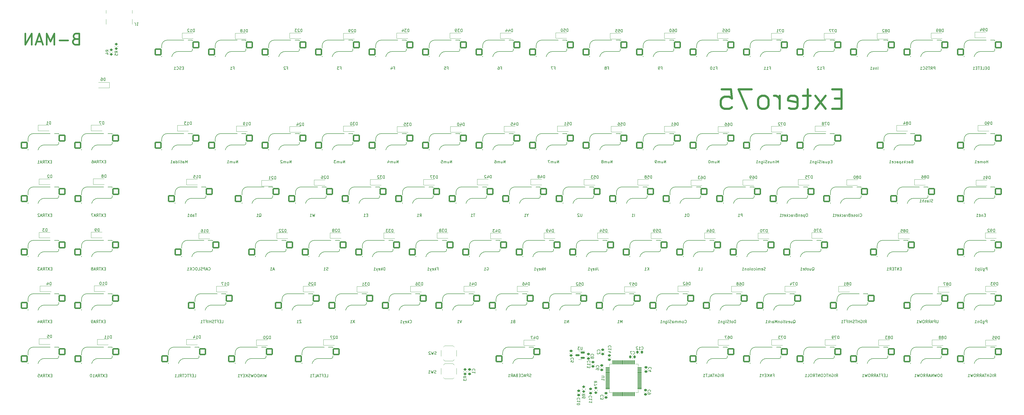
<source format=gbr>
%TF.GenerationSoftware,KiCad,Pcbnew,(6.0.11)*%
%TF.CreationDate,2023-03-27T15:54:23+07:00*%
%TF.ProjectId,Extero75,45787465-726f-4373-952e-6b696361645f,rev?*%
%TF.SameCoordinates,PX28c3da5PYc3ffc7f*%
%TF.FileFunction,Legend,Bot*%
%TF.FilePolarity,Positive*%
%FSLAX46Y46*%
G04 Gerber Fmt 4.6, Leading zero omitted, Abs format (unit mm)*
G04 Created by KiCad (PCBNEW (6.0.11)) date 2023-03-27 15:54:23*
%MOMM*%
%LPD*%
G01*
G04 APERTURE LIST*
G04 Aperture macros list*
%AMRoundRect*
0 Rectangle with rounded corners*
0 $1 Rounding radius*
0 $2 $3 $4 $5 $6 $7 $8 $9 X,Y pos of 4 corners*
0 Add a 4 corners polygon primitive as box body*
4,1,4,$2,$3,$4,$5,$6,$7,$8,$9,$2,$3,0*
0 Add four circle primitives for the rounded corners*
1,1,$1+$1,$2,$3*
1,1,$1+$1,$4,$5*
1,1,$1+$1,$6,$7*
1,1,$1+$1,$8,$9*
0 Add four rect primitives between the rounded corners*
20,1,$1+$1,$2,$3,$4,$5,0*
20,1,$1+$1,$4,$5,$6,$7,0*
20,1,$1+$1,$6,$7,$8,$9,0*
20,1,$1+$1,$8,$9,$2,$3,0*%
G04 Aperture macros list end*
%ADD10C,0.600000*%
%ADD11C,0.750000*%
%ADD12C,0.150000*%
%ADD13C,0.120000*%
%ADD14C,4.000000*%
%ADD15C,3.987800*%
%ADD16C,2.200000*%
%ADD17R,2.000000X2.000000*%
%ADD18C,2.000000*%
%ADD19R,3.200000X2.000000*%
%ADD20C,1.750000*%
%ADD21C,3.300000*%
%ADD22RoundRect,0.250000X1.025000X1.000000X-1.025000X1.000000X-1.025000X-1.000000X1.025000X-1.000000X0*%
%ADD23R,0.900000X1.200000*%
%ADD24RoundRect,0.225000X-0.250000X0.225000X-0.250000X-0.225000X0.250000X-0.225000X0.250000X0.225000X0*%
%ADD25RoundRect,0.225000X0.250000X-0.225000X0.250000X0.225000X-0.250000X0.225000X-0.250000X-0.225000X0*%
%ADD26RoundRect,0.200000X-0.275000X0.200000X-0.275000X-0.200000X0.275000X-0.200000X0.275000X0.200000X0*%
%ADD27C,0.650000*%
%ADD28R,0.600000X1.150000*%
%ADD29R,0.300000X1.150000*%
%ADD30O,1.000000X1.800000*%
%ADD31O,1.000000X2.100000*%
%ADD32RoundRect,0.225000X0.225000X0.250000X-0.225000X0.250000X-0.225000X-0.250000X0.225000X-0.250000X0*%
%ADD33R,1.800000X1.100000*%
%ADD34RoundRect,0.150000X0.587500X0.150000X-0.587500X0.150000X-0.587500X-0.150000X0.587500X-0.150000X0*%
%ADD35RoundRect,0.075000X-0.075000X0.700000X-0.075000X-0.700000X0.075000X-0.700000X0.075000X0.700000X0*%
%ADD36RoundRect,0.075000X-0.700000X0.075000X-0.700000X-0.075000X0.700000X-0.075000X0.700000X0.075000X0*%
%ADD37RoundRect,0.200000X0.275000X-0.200000X0.275000X0.200000X-0.275000X0.200000X-0.275000X-0.200000X0*%
G04 APERTURE END LIST*
D10*
X19825461Y134213214D02*
X19254032Y134022738D01*
X19063556Y133832261D01*
X18873080Y133451309D01*
X18873080Y132879880D01*
X19063556Y132498928D01*
X19254032Y132308452D01*
X19634985Y132117976D01*
X21158794Y132117976D01*
X21158794Y136117976D01*
X19825461Y136117976D01*
X19444508Y135927499D01*
X19254032Y135737023D01*
X19063556Y135356071D01*
X19063556Y134975119D01*
X19254032Y134594166D01*
X19444508Y134403690D01*
X19825461Y134213214D01*
X21158794Y134213214D01*
X17158794Y133641785D02*
X14111175Y133641785D01*
X12206413Y132117976D02*
X12206413Y136117976D01*
X10873080Y133260833D01*
X9539747Y136117976D01*
X9539747Y132117976D01*
X7825461Y133260833D02*
X5920699Y133260833D01*
X8206413Y132117976D02*
X6873080Y136117976D01*
X5539747Y132117976D01*
X4206413Y132117976D02*
X4206413Y136117976D01*
X1920699Y132117976D01*
X1920699Y136117976D01*
D11*
X292563080Y112917499D02*
X290229747Y112917499D01*
X289229747Y109250833D02*
X292563080Y109250833D01*
X292563080Y116250833D01*
X289229747Y116250833D01*
X286896413Y109250833D02*
X283229747Y113917499D01*
X286896413Y113917499D02*
X283229747Y109250833D01*
X281563080Y113917499D02*
X278896413Y113917499D01*
X280563080Y116250833D02*
X280563080Y110250833D01*
X280229747Y109584166D01*
X279563080Y109250833D01*
X278896413Y109250833D01*
X273896413Y109584166D02*
X274563080Y109250833D01*
X275896413Y109250833D01*
X276563080Y109584166D01*
X276896413Y110250833D01*
X276896413Y112917499D01*
X276563080Y113584166D01*
X275896413Y113917499D01*
X274563080Y113917499D01*
X273896413Y113584166D01*
X273563080Y112917499D01*
X273563080Y112250833D01*
X276896413Y111584166D01*
X270563080Y109250833D02*
X270563080Y113917499D01*
X270563080Y112584166D02*
X270229747Y113250833D01*
X269896413Y113584166D01*
X269229747Y113917499D01*
X268563080Y113917499D01*
X265229747Y109250833D02*
X265896413Y109584166D01*
X266229747Y109917499D01*
X266563080Y110584166D01*
X266563080Y112584166D01*
X266229747Y113250833D01*
X265896413Y113584166D01*
X265229747Y113917499D01*
X264229747Y113917499D01*
X263563080Y113584166D01*
X263229747Y113250833D01*
X262896413Y112584166D01*
X262896413Y110584166D01*
X263229747Y109917499D01*
X263563080Y109584166D01*
X264229747Y109250833D01*
X265229747Y109250833D01*
X260563080Y116250833D02*
X255896413Y116250833D01*
X258896413Y109250833D01*
X249896413Y116250833D02*
X253229747Y116250833D01*
X253563080Y112917499D01*
X253229747Y113250833D01*
X252563080Y113584166D01*
X250896413Y113584166D01*
X250229747Y113250833D01*
X249896413Y112917499D01*
X249563080Y112250833D01*
X249563080Y110584166D01*
X249896413Y109917499D01*
X250229747Y109584166D01*
X250896413Y109250833D01*
X252563080Y109250833D01*
X253229747Y109584166D01*
X253563080Y109917499D01*
D12*
%TO.C,Num3*%
X115730699Y89867619D02*
X115730699Y90867619D01*
X115159270Y89867619D01*
X115159270Y90867619D01*
X114254508Y90534285D02*
X114254508Y89867619D01*
X114683080Y90534285D02*
X114683080Y90010476D01*
X114635461Y89915238D01*
X114540223Y89867619D01*
X114397366Y89867619D01*
X114302127Y89915238D01*
X114254508Y89962857D01*
X113778318Y89867619D02*
X113778318Y90534285D01*
X113778318Y90439047D02*
X113730699Y90486666D01*
X113635461Y90534285D01*
X113492604Y90534285D01*
X113397366Y90486666D01*
X113349747Y90391428D01*
X113349747Y89867619D01*
X113349747Y90391428D02*
X113302127Y90486666D01*
X113206889Y90534285D01*
X113064032Y90534285D01*
X112968794Y90486666D01*
X112921175Y90391428D01*
X112921175Y89867619D01*
X112540223Y90867619D02*
X111921175Y90867619D01*
X112254508Y90486666D01*
X112111651Y90486666D01*
X112016413Y90439047D01*
X111968794Y90391428D01*
X111921175Y90296190D01*
X111921175Y90058095D01*
X111968794Y89962857D01*
X112016413Y89915238D01*
X112111651Y89867619D01*
X112397366Y89867619D01*
X112492604Y89915238D01*
X112540223Y89962857D01*
%TO.C,FNKEY1*%
X268312842Y14121428D02*
X268646175Y14121428D01*
X268646175Y13597619D02*
X268646175Y14597619D01*
X268169985Y14597619D01*
X267789032Y13597619D02*
X267789032Y14597619D01*
X267217604Y13597619D01*
X267217604Y14597619D01*
X266741413Y13597619D02*
X266741413Y14597619D01*
X266169985Y13597619D02*
X266598556Y14169047D01*
X266169985Y14597619D02*
X266741413Y14026190D01*
X265741413Y14121428D02*
X265408080Y14121428D01*
X265265223Y13597619D02*
X265741413Y13597619D01*
X265741413Y14597619D01*
X265265223Y14597619D01*
X264646175Y14073809D02*
X264646175Y13597619D01*
X264979508Y14597619D02*
X264646175Y14073809D01*
X264312842Y14597619D01*
X263455699Y13597619D02*
X264027127Y13597619D01*
X263741413Y13597619D02*
X263741413Y14597619D01*
X263836651Y14454761D01*
X263931889Y14359523D01*
X264027127Y14311904D01*
%TO.C,F2*%
X95058080Y123791428D02*
X95391413Y123791428D01*
X95391413Y123267619D02*
X95391413Y124267619D01*
X94915223Y124267619D01*
X94581889Y124172380D02*
X94534270Y124219999D01*
X94439032Y124267619D01*
X94200937Y124267619D01*
X94105699Y124219999D01*
X94058080Y124172380D01*
X94010461Y124077142D01*
X94010461Y123981904D01*
X94058080Y123839047D01*
X94629508Y123267619D01*
X94010461Y123267619D01*
%TO.C,F5*%
X152208080Y123791428D02*
X152541413Y123791428D01*
X152541413Y123267619D02*
X152541413Y124267619D01*
X152065223Y124267619D01*
X151208080Y124267619D02*
X151684270Y124267619D01*
X151731889Y123791428D01*
X151684270Y123839047D01*
X151589032Y123886666D01*
X151350937Y123886666D01*
X151255699Y123839047D01*
X151208080Y123791428D01*
X151160461Y123696190D01*
X151160461Y123458095D01*
X151208080Y123362857D01*
X151255699Y123315238D01*
X151350937Y123267619D01*
X151589032Y123267619D01*
X151684270Y123315238D01*
X151731889Y123362857D01*
%TO.C,G1*%
X166341532Y52589999D02*
X166436770Y52637619D01*
X166579627Y52637619D01*
X166722485Y52589999D01*
X166817723Y52494761D01*
X166865342Y52399523D01*
X166912961Y52209047D01*
X166912961Y52066190D01*
X166865342Y51875714D01*
X166817723Y51780476D01*
X166722485Y51685238D01*
X166579627Y51637619D01*
X166484389Y51637619D01*
X166341532Y51685238D01*
X166293913Y51732857D01*
X166293913Y52066190D01*
X166484389Y52066190D01*
X165341532Y51637619D02*
X165912961Y51637619D01*
X165627247Y51637619D02*
X165627247Y52637619D01*
X165722485Y52494761D01*
X165817723Y52399523D01*
X165912961Y52351904D01*
%TO.C,D7*%
X29912842Y103737619D02*
X29912842Y104737619D01*
X29674747Y104737619D01*
X29531889Y104689999D01*
X29436651Y104594761D01*
X29389032Y104499523D01*
X29341413Y104309047D01*
X29341413Y104166190D01*
X29389032Y103975714D01*
X29436651Y103880476D01*
X29531889Y103785238D01*
X29674747Y103737619D01*
X29912842Y103737619D01*
X29008080Y104737619D02*
X28341413Y104737619D01*
X28769985Y103737619D01*
%TO.C,EXTRA6*%
X30600937Y90391428D02*
X30267604Y90391428D01*
X30124747Y89867619D02*
X30600937Y89867619D01*
X30600937Y90867619D01*
X30124747Y90867619D01*
X29791413Y90867619D02*
X29124747Y89867619D01*
X29124747Y90867619D02*
X29791413Y89867619D01*
X28886651Y90867619D02*
X28315223Y90867619D01*
X28600937Y89867619D02*
X28600937Y90867619D01*
X27410461Y89867619D02*
X27743794Y90343809D01*
X27981889Y89867619D02*
X27981889Y90867619D01*
X27600937Y90867619D01*
X27505699Y90819999D01*
X27458080Y90772380D01*
X27410461Y90677142D01*
X27410461Y90534285D01*
X27458080Y90439047D01*
X27505699Y90391428D01*
X27600937Y90343809D01*
X27981889Y90343809D01*
X27029508Y90153333D02*
X26553318Y90153333D01*
X27124747Y89867619D02*
X26791413Y90867619D01*
X26458080Y89867619D01*
X25696175Y90867619D02*
X25886651Y90867619D01*
X25981889Y90819999D01*
X26029508Y90772380D01*
X26124747Y90629523D01*
X26172366Y90439047D01*
X26172366Y90058095D01*
X26124747Y89962857D01*
X26077127Y89915238D01*
X25981889Y89867619D01*
X25791413Y89867619D01*
X25696175Y89915238D01*
X25648556Y89962857D01*
X25600937Y90058095D01*
X25600937Y90296190D01*
X25648556Y90391428D01*
X25696175Y90439047D01*
X25791413Y90486666D01*
X25981889Y90486666D01*
X26077127Y90439047D01*
X26124747Y90391428D01*
X26172366Y90296190D01*
%TO.C,D93*%
X348269032Y46337619D02*
X348269032Y47337619D01*
X348030937Y47337619D01*
X347888080Y47289999D01*
X347792842Y47194761D01*
X347745223Y47099523D01*
X347697604Y46909047D01*
X347697604Y46766190D01*
X347745223Y46575714D01*
X347792842Y46480476D01*
X347888080Y46385238D01*
X348030937Y46337619D01*
X348269032Y46337619D01*
X347221413Y46337619D02*
X347030937Y46337619D01*
X346935699Y46385238D01*
X346888080Y46432857D01*
X346792842Y46575714D01*
X346745223Y46766190D01*
X346745223Y47147142D01*
X346792842Y47242380D01*
X346840461Y47289999D01*
X346935699Y47337619D01*
X347126175Y47337619D01*
X347221413Y47289999D01*
X347269032Y47242380D01*
X347316651Y47147142D01*
X347316651Y46909047D01*
X347269032Y46813809D01*
X347221413Y46766190D01*
X347126175Y46718571D01*
X346935699Y46718571D01*
X346840461Y46766190D01*
X346792842Y46813809D01*
X346745223Y46909047D01*
X346411889Y47337619D02*
X345792842Y47337619D01*
X346126175Y46956666D01*
X345983318Y46956666D01*
X345888080Y46909047D01*
X345840461Y46861428D01*
X345792842Y46766190D01*
X345792842Y46528095D01*
X345840461Y46432857D01*
X345888080Y46385238D01*
X345983318Y46337619D01*
X346269032Y46337619D01*
X346364270Y46385238D01*
X346411889Y46432857D01*
%TO.C,L1*%
X242493913Y51637619D02*
X242970104Y51637619D01*
X242970104Y52637619D01*
X241636770Y51637619D02*
X242208199Y51637619D01*
X241922485Y51637619D02*
X241922485Y52637619D01*
X242017723Y52494761D01*
X242112961Y52399523D01*
X242208199Y52351904D01*
%TO.C,D61*%
X234489032Y103337619D02*
X234489032Y104337619D01*
X234250937Y104337619D01*
X234108080Y104289999D01*
X234012842Y104194761D01*
X233965223Y104099523D01*
X233917604Y103909047D01*
X233917604Y103766190D01*
X233965223Y103575714D01*
X234012842Y103480476D01*
X234108080Y103385238D01*
X234250937Y103337619D01*
X234489032Y103337619D01*
X233060461Y104337619D02*
X233250937Y104337619D01*
X233346175Y104289999D01*
X233393794Y104242380D01*
X233489032Y104099523D01*
X233536651Y103909047D01*
X233536651Y103528095D01*
X233489032Y103432857D01*
X233441413Y103385238D01*
X233346175Y103337619D01*
X233155699Y103337619D01*
X233060461Y103385238D01*
X233012842Y103432857D01*
X232965223Y103528095D01*
X232965223Y103766190D01*
X233012842Y103861428D01*
X233060461Y103909047D01*
X233155699Y103956666D01*
X233346175Y103956666D01*
X233441413Y103909047D01*
X233489032Y103861428D01*
X233536651Y103766190D01*
X232012842Y103337619D02*
X232584270Y103337619D01*
X232298556Y103337619D02*
X232298556Y104337619D01*
X232393794Y104194761D01*
X232489032Y104099523D01*
X232584270Y104051904D01*
%TO.C,D5*%
X11332842Y27557619D02*
X11332842Y28557619D01*
X11094747Y28557619D01*
X10951889Y28509999D01*
X10856651Y28414761D01*
X10809032Y28319523D01*
X10761413Y28129047D01*
X10761413Y27986190D01*
X10809032Y27795714D01*
X10856651Y27700476D01*
X10951889Y27605238D01*
X11094747Y27557619D01*
X11332842Y27557619D01*
X9856651Y28557619D02*
X10332842Y28557619D01*
X10380461Y28081428D01*
X10332842Y28129047D01*
X10237604Y28176666D01*
X9999508Y28176666D01*
X9904270Y28129047D01*
X9856651Y28081428D01*
X9809032Y27986190D01*
X9809032Y27748095D01*
X9856651Y27652857D01*
X9904270Y27605238D01*
X9999508Y27557619D01*
X10237604Y27557619D01*
X10332842Y27605238D01*
X10380461Y27652857D01*
%TO.C,Num7*%
X191930699Y89867619D02*
X191930699Y90867619D01*
X191359270Y89867619D01*
X191359270Y90867619D01*
X190454508Y90534285D02*
X190454508Y89867619D01*
X190883080Y90534285D02*
X190883080Y90010476D01*
X190835461Y89915238D01*
X190740223Y89867619D01*
X190597366Y89867619D01*
X190502127Y89915238D01*
X190454508Y89962857D01*
X189978318Y89867619D02*
X189978318Y90534285D01*
X189978318Y90439047D02*
X189930699Y90486666D01*
X189835461Y90534285D01*
X189692604Y90534285D01*
X189597366Y90486666D01*
X189549747Y90391428D01*
X189549747Y89867619D01*
X189549747Y90391428D02*
X189502127Y90486666D01*
X189406889Y90534285D01*
X189264032Y90534285D01*
X189168794Y90486666D01*
X189121175Y90391428D01*
X189121175Y89867619D01*
X188740223Y90867619D02*
X188073556Y90867619D01*
X188502127Y89867619D01*
%TO.C,MinusSign1*%
X270225937Y89867619D02*
X270225937Y90867619D01*
X269892604Y90153333D01*
X269559270Y90867619D01*
X269559270Y89867619D01*
X269083080Y89867619D02*
X269083080Y90534285D01*
X269083080Y90867619D02*
X269130699Y90819999D01*
X269083080Y90772380D01*
X269035461Y90819999D01*
X269083080Y90867619D01*
X269083080Y90772380D01*
X268606889Y90534285D02*
X268606889Y89867619D01*
X268606889Y90439047D02*
X268559270Y90486666D01*
X268464032Y90534285D01*
X268321175Y90534285D01*
X268225937Y90486666D01*
X268178318Y90391428D01*
X268178318Y89867619D01*
X267273556Y90534285D02*
X267273556Y89867619D01*
X267702127Y90534285D02*
X267702127Y90010476D01*
X267654508Y89915238D01*
X267559270Y89867619D01*
X267416413Y89867619D01*
X267321175Y89915238D01*
X267273556Y89962857D01*
X266844985Y89915238D02*
X266749747Y89867619D01*
X266559270Y89867619D01*
X266464032Y89915238D01*
X266416413Y90010476D01*
X266416413Y90058095D01*
X266464032Y90153333D01*
X266559270Y90200952D01*
X266702127Y90200952D01*
X266797366Y90248571D01*
X266844985Y90343809D01*
X266844985Y90391428D01*
X266797366Y90486666D01*
X266702127Y90534285D01*
X266559270Y90534285D01*
X266464032Y90486666D01*
X266035461Y89915238D02*
X265892604Y89867619D01*
X265654508Y89867619D01*
X265559270Y89915238D01*
X265511651Y89962857D01*
X265464032Y90058095D01*
X265464032Y90153333D01*
X265511651Y90248571D01*
X265559270Y90296190D01*
X265654508Y90343809D01*
X265844985Y90391428D01*
X265940223Y90439047D01*
X265987842Y90486666D01*
X266035461Y90581904D01*
X266035461Y90677142D01*
X265987842Y90772380D01*
X265940223Y90819999D01*
X265844985Y90867619D01*
X265606889Y90867619D01*
X265464032Y90819999D01*
X265035461Y89867619D02*
X265035461Y90534285D01*
X265035461Y90867619D02*
X265083080Y90819999D01*
X265035461Y90772380D01*
X264987842Y90819999D01*
X265035461Y90867619D01*
X265035461Y90772380D01*
X264130699Y90534285D02*
X264130699Y89724761D01*
X264178318Y89629523D01*
X264225937Y89581904D01*
X264321175Y89534285D01*
X264464032Y89534285D01*
X264559270Y89581904D01*
X264130699Y89915238D02*
X264225937Y89867619D01*
X264416413Y89867619D01*
X264511651Y89915238D01*
X264559270Y89962857D01*
X264606889Y90058095D01*
X264606889Y90343809D01*
X264559270Y90439047D01*
X264511651Y90486666D01*
X264416413Y90534285D01*
X264225937Y90534285D01*
X264130699Y90486666D01*
X263654508Y90534285D02*
X263654508Y89867619D01*
X263654508Y90439047D02*
X263606889Y90486666D01*
X263511651Y90534285D01*
X263368794Y90534285D01*
X263273556Y90486666D01*
X263225937Y90391428D01*
X263225937Y89867619D01*
X262225937Y89867619D02*
X262797366Y89867619D01*
X262511651Y89867619D02*
X262511651Y90867619D01*
X262606889Y90724761D01*
X262702127Y90629523D01*
X262797366Y90581904D01*
%TO.C,C13*%
X203001889Y18722857D02*
X203049508Y18770476D01*
X203097127Y18913333D01*
X203097127Y19008571D01*
X203049508Y19151428D01*
X202954270Y19246666D01*
X202859032Y19294285D01*
X202668556Y19341904D01*
X202525699Y19341904D01*
X202335223Y19294285D01*
X202239985Y19246666D01*
X202144747Y19151428D01*
X202097127Y19008571D01*
X202097127Y18913333D01*
X202144747Y18770476D01*
X202192366Y18722857D01*
X203097127Y17770476D02*
X203097127Y18341904D01*
X203097127Y18056190D02*
X202097127Y18056190D01*
X202239985Y18151428D01*
X202335223Y18246666D01*
X202382842Y18341904D01*
X202097127Y17437142D02*
X202097127Y16818095D01*
X202478080Y17151428D01*
X202478080Y17008571D01*
X202525699Y16913333D01*
X202573318Y16865714D01*
X202668556Y16818095D01*
X202906651Y16818095D01*
X203001889Y16865714D01*
X203049508Y16913333D01*
X203097127Y17008571D01*
X203097127Y17294285D01*
X203049508Y17389523D01*
X203001889Y17437142D01*
%TO.C,D55*%
X214589032Y136597619D02*
X214589032Y137597619D01*
X214350937Y137597619D01*
X214208080Y137549999D01*
X214112842Y137454761D01*
X214065223Y137359523D01*
X214017604Y137169047D01*
X214017604Y137026190D01*
X214065223Y136835714D01*
X214112842Y136740476D01*
X214208080Y136645238D01*
X214350937Y136597619D01*
X214589032Y136597619D01*
X213112842Y137597619D02*
X213589032Y137597619D01*
X213636651Y137121428D01*
X213589032Y137169047D01*
X213493794Y137216666D01*
X213255699Y137216666D01*
X213160461Y137169047D01*
X213112842Y137121428D01*
X213065223Y137026190D01*
X213065223Y136788095D01*
X213112842Y136692857D01*
X213160461Y136645238D01*
X213255699Y136597619D01*
X213493794Y136597619D01*
X213589032Y136645238D01*
X213636651Y136692857D01*
X212160461Y137597619D02*
X212636651Y137597619D01*
X212684270Y137121428D01*
X212636651Y137169047D01*
X212541413Y137216666D01*
X212303318Y137216666D01*
X212208080Y137169047D01*
X212160461Y137121428D01*
X212112842Y137026190D01*
X212112842Y136788095D01*
X212160461Y136692857D01*
X212208080Y136645238D01*
X212303318Y136597619D01*
X212541413Y136597619D01*
X212636651Y136645238D01*
X212684270Y136692857D01*
%TO.C,EXTRA8*%
X30490937Y52161428D02*
X30157604Y52161428D01*
X30014747Y51637619D02*
X30490937Y51637619D01*
X30490937Y52637619D01*
X30014747Y52637619D01*
X29681413Y52637619D02*
X29014747Y51637619D01*
X29014747Y52637619D02*
X29681413Y51637619D01*
X28776651Y52637619D02*
X28205223Y52637619D01*
X28490937Y51637619D02*
X28490937Y52637619D01*
X27300461Y51637619D02*
X27633794Y52113809D01*
X27871889Y51637619D02*
X27871889Y52637619D01*
X27490937Y52637619D01*
X27395699Y52589999D01*
X27348080Y52542380D01*
X27300461Y52447142D01*
X27300461Y52304285D01*
X27348080Y52209047D01*
X27395699Y52161428D01*
X27490937Y52113809D01*
X27871889Y52113809D01*
X26919508Y51923333D02*
X26443318Y51923333D01*
X27014747Y51637619D02*
X26681413Y52637619D01*
X26348080Y51637619D01*
X25871889Y52209047D02*
X25967127Y52256666D01*
X26014747Y52304285D01*
X26062366Y52399523D01*
X26062366Y52447142D01*
X26014747Y52542380D01*
X25967127Y52589999D01*
X25871889Y52637619D01*
X25681413Y52637619D01*
X25586175Y52589999D01*
X25538556Y52542380D01*
X25490937Y52447142D01*
X25490937Y52399523D01*
X25538556Y52304285D01*
X25586175Y52256666D01*
X25681413Y52209047D01*
X25871889Y52209047D01*
X25967127Y52161428D01*
X26014747Y52113809D01*
X26062366Y52018571D01*
X26062366Y51828095D01*
X26014747Y51732857D01*
X25967127Y51685238D01*
X25871889Y51637619D01*
X25681413Y51637619D01*
X25586175Y51685238D01*
X25538556Y51732857D01*
X25490937Y51828095D01*
X25490937Y52018571D01*
X25538556Y52113809D01*
X25586175Y52161428D01*
X25681413Y52209047D01*
%TO.C,C14*%
X210441889Y24122857D02*
X210489508Y24170476D01*
X210537127Y24313333D01*
X210537127Y24408571D01*
X210489508Y24551428D01*
X210394270Y24646666D01*
X210299032Y24694285D01*
X210108556Y24741904D01*
X209965699Y24741904D01*
X209775223Y24694285D01*
X209679985Y24646666D01*
X209584747Y24551428D01*
X209537127Y24408571D01*
X209537127Y24313333D01*
X209584747Y24170476D01*
X209632366Y24122857D01*
X210537127Y23170476D02*
X210537127Y23741904D01*
X210537127Y23456190D02*
X209537127Y23456190D01*
X209679985Y23551428D01*
X209775223Y23646666D01*
X209822842Y23741904D01*
X209870461Y22313333D02*
X210537127Y22313333D01*
X209489508Y22551428D02*
X210203794Y22789523D01*
X210203794Y22170476D01*
%TO.C,K1*%
X224015342Y51637619D02*
X224015342Y52637619D01*
X223443913Y51637619D02*
X223872485Y52209047D01*
X223443913Y52637619D02*
X224015342Y52066190D01*
X222491532Y51637619D02*
X223062961Y51637619D01*
X222777247Y51637619D02*
X222777247Y52637619D01*
X222872485Y52494761D01*
X222967723Y52399523D01*
X223062961Y52351904D01*
%TO.C,C4*%
X224781889Y16386666D02*
X224829508Y16434285D01*
X224877127Y16577142D01*
X224877127Y16672380D01*
X224829508Y16815238D01*
X224734270Y16910476D01*
X224639032Y16958095D01*
X224448556Y17005714D01*
X224305699Y17005714D01*
X224115223Y16958095D01*
X224019985Y16910476D01*
X223924747Y16815238D01*
X223877127Y16672380D01*
X223877127Y16577142D01*
X223924747Y16434285D01*
X223972366Y16386666D01*
X224210461Y15529523D02*
X224877127Y15529523D01*
X223829508Y15767619D02*
X224543794Y16005714D01*
X224543794Y15386666D01*
%TO.C,EXTRA9*%
X30445937Y33341428D02*
X30112604Y33341428D01*
X29969747Y32817619D02*
X30445937Y32817619D01*
X30445937Y33817619D01*
X29969747Y33817619D01*
X29636413Y33817619D02*
X28969747Y32817619D01*
X28969747Y33817619D02*
X29636413Y32817619D01*
X28731651Y33817619D02*
X28160223Y33817619D01*
X28445937Y32817619D02*
X28445937Y33817619D01*
X27255461Y32817619D02*
X27588794Y33293809D01*
X27826889Y32817619D02*
X27826889Y33817619D01*
X27445937Y33817619D01*
X27350699Y33769999D01*
X27303080Y33722380D01*
X27255461Y33627142D01*
X27255461Y33484285D01*
X27303080Y33389047D01*
X27350699Y33341428D01*
X27445937Y33293809D01*
X27826889Y33293809D01*
X26874508Y33103333D02*
X26398318Y33103333D01*
X26969747Y32817619D02*
X26636413Y33817619D01*
X26303080Y32817619D01*
X25922127Y32817619D02*
X25731651Y32817619D01*
X25636413Y32865238D01*
X25588794Y32912857D01*
X25493556Y33055714D01*
X25445937Y33246190D01*
X25445937Y33627142D01*
X25493556Y33722380D01*
X25541175Y33769999D01*
X25636413Y33817619D01*
X25826889Y33817619D01*
X25922127Y33769999D01*
X25969747Y33722380D01*
X26017366Y33627142D01*
X26017366Y33389047D01*
X25969747Y33293809D01*
X25922127Y33246190D01*
X25826889Y33198571D01*
X25636413Y33198571D01*
X25541175Y33246190D01*
X25493556Y33293809D01*
X25445937Y33389047D01*
%TO.C,I1*%
X218945937Y70807619D02*
X218945937Y71807619D01*
X217945937Y70807619D02*
X218517366Y70807619D01*
X218231651Y70807619D02*
X218231651Y71807619D01*
X218326889Y71664761D01*
X218422127Y71569523D01*
X218517366Y71521904D01*
%TO.C,D56*%
X215489032Y103337619D02*
X215489032Y104337619D01*
X215250937Y104337619D01*
X215108080Y104289999D01*
X215012842Y104194761D01*
X214965223Y104099523D01*
X214917604Y103909047D01*
X214917604Y103766190D01*
X214965223Y103575714D01*
X215012842Y103480476D01*
X215108080Y103385238D01*
X215250937Y103337619D01*
X215489032Y103337619D01*
X214012842Y104337619D02*
X214489032Y104337619D01*
X214536651Y103861428D01*
X214489032Y103909047D01*
X214393794Y103956666D01*
X214155699Y103956666D01*
X214060461Y103909047D01*
X214012842Y103861428D01*
X213965223Y103766190D01*
X213965223Y103528095D01*
X214012842Y103432857D01*
X214060461Y103385238D01*
X214155699Y103337619D01*
X214393794Y103337619D01*
X214489032Y103385238D01*
X214536651Y103432857D01*
X213108080Y104337619D02*
X213298556Y104337619D01*
X213393794Y104289999D01*
X213441413Y104242380D01*
X213536651Y104099523D01*
X213584270Y103909047D01*
X213584270Y103528095D01*
X213536651Y103432857D01*
X213489032Y103385238D01*
X213393794Y103337619D01*
X213203318Y103337619D01*
X213108080Y103385238D01*
X213060461Y103432857D01*
X213012842Y103528095D01*
X213012842Y103766190D01*
X213060461Y103861428D01*
X213108080Y103909047D01*
X213203318Y103956666D01*
X213393794Y103956666D01*
X213489032Y103909047D01*
X213536651Y103861428D01*
X213584270Y103766190D01*
%TO.C,D36*%
X143469032Y46287619D02*
X143469032Y47287619D01*
X143230937Y47287619D01*
X143088080Y47239999D01*
X142992842Y47144761D01*
X142945223Y47049523D01*
X142897604Y46859047D01*
X142897604Y46716190D01*
X142945223Y46525714D01*
X142992842Y46430476D01*
X143088080Y46335238D01*
X143230937Y46287619D01*
X143469032Y46287619D01*
X142564270Y47287619D02*
X141945223Y47287619D01*
X142278556Y46906666D01*
X142135699Y46906666D01*
X142040461Y46859047D01*
X141992842Y46811428D01*
X141945223Y46716190D01*
X141945223Y46478095D01*
X141992842Y46382857D01*
X142040461Y46335238D01*
X142135699Y46287619D01*
X142421413Y46287619D01*
X142516651Y46335238D01*
X142564270Y46382857D01*
X141088080Y47287619D02*
X141278556Y47287619D01*
X141373794Y47239999D01*
X141421413Y47192380D01*
X141516651Y47049523D01*
X141564270Y46859047D01*
X141564270Y46478095D01*
X141516651Y46382857D01*
X141469032Y46335238D01*
X141373794Y46287619D01*
X141183318Y46287619D01*
X141088080Y46335238D01*
X141040461Y46382857D01*
X140992842Y46478095D01*
X140992842Y46716190D01*
X141040461Y46811428D01*
X141088080Y46859047D01*
X141183318Y46906666D01*
X141373794Y46906666D01*
X141469032Y46859047D01*
X141516651Y46811428D01*
X141564270Y46716190D01*
%TO.C,WINDOWSKEY1*%
X87883794Y14557619D02*
X87645699Y13557619D01*
X87455223Y14271904D01*
X87264747Y13557619D01*
X87026651Y14557619D01*
X86645699Y13557619D02*
X86645699Y14557619D01*
X86169508Y13557619D02*
X86169508Y14557619D01*
X85598080Y13557619D01*
X85598080Y14557619D01*
X85121889Y13557619D02*
X85121889Y14557619D01*
X84883794Y14557619D01*
X84740937Y14509999D01*
X84645699Y14414761D01*
X84598080Y14319523D01*
X84550461Y14129047D01*
X84550461Y13986190D01*
X84598080Y13795714D01*
X84645699Y13700476D01*
X84740937Y13605238D01*
X84883794Y13557619D01*
X85121889Y13557619D01*
X83931413Y14557619D02*
X83740937Y14557619D01*
X83645699Y14509999D01*
X83550461Y14414761D01*
X83502842Y14224285D01*
X83502842Y13890952D01*
X83550461Y13700476D01*
X83645699Y13605238D01*
X83740937Y13557619D01*
X83931413Y13557619D01*
X84026651Y13605238D01*
X84121889Y13700476D01*
X84169508Y13890952D01*
X84169508Y14224285D01*
X84121889Y14414761D01*
X84026651Y14509999D01*
X83931413Y14557619D01*
X83169508Y14557619D02*
X82931413Y13557619D01*
X82740937Y14271904D01*
X82550461Y13557619D01*
X82312366Y14557619D01*
X81979032Y13605238D02*
X81836175Y13557619D01*
X81598080Y13557619D01*
X81502842Y13605238D01*
X81455223Y13652857D01*
X81407604Y13748095D01*
X81407604Y13843333D01*
X81455223Y13938571D01*
X81502842Y13986190D01*
X81598080Y14033809D01*
X81788556Y14081428D01*
X81883794Y14129047D01*
X81931413Y14176666D01*
X81979032Y14271904D01*
X81979032Y14367142D01*
X81931413Y14462380D01*
X81883794Y14509999D01*
X81788556Y14557619D01*
X81550461Y14557619D01*
X81407604Y14509999D01*
X80979032Y13557619D02*
X80979032Y14557619D01*
X80407604Y13557619D02*
X80836175Y14129047D01*
X80407604Y14557619D02*
X80979032Y13986190D01*
X79979032Y14081428D02*
X79645699Y14081428D01*
X79502842Y13557619D02*
X79979032Y13557619D01*
X79979032Y14557619D01*
X79502842Y14557619D01*
X78883794Y14033809D02*
X78883794Y13557619D01*
X79217127Y14557619D02*
X78883794Y14033809D01*
X78550461Y14557619D01*
X77693318Y13557619D02*
X78264747Y13557619D01*
X77979032Y13557619D02*
X77979032Y14557619D01*
X78074270Y14414761D01*
X78169508Y14319523D01*
X78264747Y14271904D01*
%TO.C,C11*%
X203551889Y6202857D02*
X203599508Y6250476D01*
X203647127Y6393333D01*
X203647127Y6488571D01*
X203599508Y6631428D01*
X203504270Y6726666D01*
X203409032Y6774285D01*
X203218556Y6821904D01*
X203075699Y6821904D01*
X202885223Y6774285D01*
X202789985Y6726666D01*
X202694747Y6631428D01*
X202647127Y6488571D01*
X202647127Y6393333D01*
X202694747Y6250476D01*
X202742366Y6202857D01*
X203647127Y5250476D02*
X203647127Y5821904D01*
X203647127Y5536190D02*
X202647127Y5536190D01*
X202789985Y5631428D01*
X202885223Y5726666D01*
X202932842Y5821904D01*
X203647127Y4298095D02*
X203647127Y4869523D01*
X203647127Y4583809D02*
X202647127Y4583809D01*
X202789985Y4679047D01*
X202885223Y4774285D01*
X202932842Y4869523D01*
%TO.C,D9*%
X28282842Y65527619D02*
X28282842Y66527619D01*
X28044747Y66527619D01*
X27901889Y66479999D01*
X27806651Y66384761D01*
X27759032Y66289523D01*
X27711413Y66099047D01*
X27711413Y65956190D01*
X27759032Y65765714D01*
X27806651Y65670476D01*
X27901889Y65575238D01*
X28044747Y65527619D01*
X28282842Y65527619D01*
X27235223Y65527619D02*
X27044747Y65527619D01*
X26949508Y65575238D01*
X26901889Y65622857D01*
X26806651Y65765714D01*
X26759032Y65956190D01*
X26759032Y66337142D01*
X26806651Y66432380D01*
X26854270Y66479999D01*
X26949508Y66527619D01*
X27139985Y66527619D01*
X27235223Y66479999D01*
X27282842Y66432380D01*
X27330461Y66337142D01*
X27330461Y66099047D01*
X27282842Y66003809D01*
X27235223Y65956190D01*
X27139985Y65908571D01*
X26949508Y65908571D01*
X26854270Y65956190D01*
X26806651Y66003809D01*
X26759032Y66099047D01*
%TO.C,D64*%
X247159032Y65277619D02*
X247159032Y66277619D01*
X246920937Y66277619D01*
X246778080Y66229999D01*
X246682842Y66134761D01*
X246635223Y66039523D01*
X246587604Y65849047D01*
X246587604Y65706190D01*
X246635223Y65515714D01*
X246682842Y65420476D01*
X246778080Y65325238D01*
X246920937Y65277619D01*
X247159032Y65277619D01*
X245730461Y66277619D02*
X245920937Y66277619D01*
X246016175Y66229999D01*
X246063794Y66182380D01*
X246159032Y66039523D01*
X246206651Y65849047D01*
X246206651Y65468095D01*
X246159032Y65372857D01*
X246111413Y65325238D01*
X246016175Y65277619D01*
X245825699Y65277619D01*
X245730461Y65325238D01*
X245682842Y65372857D01*
X245635223Y65468095D01*
X245635223Y65706190D01*
X245682842Y65801428D01*
X245730461Y65849047D01*
X245825699Y65896666D01*
X246016175Y65896666D01*
X246111413Y65849047D01*
X246159032Y65801428D01*
X246206651Y65706190D01*
X244778080Y65944285D02*
X244778080Y65277619D01*
X245016175Y66325238D02*
X245254270Y65610952D01*
X244635223Y65610952D01*
%TO.C,D15*%
X64339032Y84527619D02*
X64339032Y85527619D01*
X64100937Y85527619D01*
X63958080Y85479999D01*
X63862842Y85384761D01*
X63815223Y85289523D01*
X63767604Y85099047D01*
X63767604Y84956190D01*
X63815223Y84765714D01*
X63862842Y84670476D01*
X63958080Y84575238D01*
X64100937Y84527619D01*
X64339032Y84527619D01*
X62815223Y84527619D02*
X63386651Y84527619D01*
X63100937Y84527619D02*
X63100937Y85527619D01*
X63196175Y85384761D01*
X63291413Y85289523D01*
X63386651Y85241904D01*
X61910461Y85527619D02*
X62386651Y85527619D01*
X62434270Y85051428D01*
X62386651Y85099047D01*
X62291413Y85146666D01*
X62053318Y85146666D01*
X61958080Y85099047D01*
X61910461Y85051428D01*
X61862842Y84956190D01*
X61862842Y84718095D01*
X61910461Y84622857D01*
X61958080Y84575238D01*
X62053318Y84527619D01*
X62291413Y84527619D01*
X62386651Y84575238D01*
X62434270Y84622857D01*
%TO.C,Num8*%
X210980699Y89867619D02*
X210980699Y90867619D01*
X210409270Y89867619D01*
X210409270Y90867619D01*
X209504508Y90534285D02*
X209504508Y89867619D01*
X209933080Y90534285D02*
X209933080Y90010476D01*
X209885461Y89915238D01*
X209790223Y89867619D01*
X209647366Y89867619D01*
X209552127Y89915238D01*
X209504508Y89962857D01*
X209028318Y89867619D02*
X209028318Y90534285D01*
X209028318Y90439047D02*
X208980699Y90486666D01*
X208885461Y90534285D01*
X208742604Y90534285D01*
X208647366Y90486666D01*
X208599747Y90391428D01*
X208599747Y89867619D01*
X208599747Y90391428D02*
X208552127Y90486666D01*
X208456889Y90534285D01*
X208314032Y90534285D01*
X208218794Y90486666D01*
X208171175Y90391428D01*
X208171175Y89867619D01*
X207552127Y90439047D02*
X207647366Y90486666D01*
X207694985Y90534285D01*
X207742604Y90629523D01*
X207742604Y90677142D01*
X207694985Y90772380D01*
X207647366Y90819999D01*
X207552127Y90867619D01*
X207361651Y90867619D01*
X207266413Y90819999D01*
X207218794Y90772380D01*
X207171175Y90677142D01*
X207171175Y90629523D01*
X207218794Y90534285D01*
X207266413Y90486666D01*
X207361651Y90439047D01*
X207552127Y90439047D01*
X207647366Y90391428D01*
X207694985Y90343809D01*
X207742604Y90248571D01*
X207742604Y90058095D01*
X207694985Y89962857D01*
X207647366Y89915238D01*
X207552127Y89867619D01*
X207361651Y89867619D01*
X207266413Y89915238D01*
X207218794Y89962857D01*
X207171175Y90058095D01*
X207171175Y90248571D01*
X207218794Y90343809D01*
X207266413Y90391428D01*
X207361651Y90439047D01*
%TO.C,E1*%
X123910223Y71331428D02*
X123576889Y71331428D01*
X123434032Y70807619D02*
X123910223Y70807619D01*
X123910223Y71807619D01*
X123434032Y71807619D01*
X122481651Y70807619D02*
X123053080Y70807619D01*
X122767366Y70807619D02*
X122767366Y71807619D01*
X122862604Y71664761D01*
X122957842Y71569523D01*
X123053080Y71521904D01*
%TO.C,Num2*%
X96680699Y89867619D02*
X96680699Y90867619D01*
X96109270Y89867619D01*
X96109270Y90867619D01*
X95204508Y90534285D02*
X95204508Y89867619D01*
X95633080Y90534285D02*
X95633080Y90010476D01*
X95585461Y89915238D01*
X95490223Y89867619D01*
X95347366Y89867619D01*
X95252127Y89915238D01*
X95204508Y89962857D01*
X94728318Y89867619D02*
X94728318Y90534285D01*
X94728318Y90439047D02*
X94680699Y90486666D01*
X94585461Y90534285D01*
X94442604Y90534285D01*
X94347366Y90486666D01*
X94299747Y90391428D01*
X94299747Y89867619D01*
X94299747Y90391428D02*
X94252127Y90486666D01*
X94156889Y90534285D01*
X94014032Y90534285D01*
X93918794Y90486666D01*
X93871175Y90391428D01*
X93871175Y89867619D01*
X93442604Y90772380D02*
X93394985Y90819999D01*
X93299747Y90867619D01*
X93061651Y90867619D01*
X92966413Y90819999D01*
X92918794Y90772380D01*
X92871175Y90677142D01*
X92871175Y90581904D01*
X92918794Y90439047D01*
X93490223Y89867619D01*
X92871175Y89867619D01*
%TO.C,D30*%
X120189032Y103437619D02*
X120189032Y104437619D01*
X119950937Y104437619D01*
X119808080Y104389999D01*
X119712842Y104294761D01*
X119665223Y104199523D01*
X119617604Y104009047D01*
X119617604Y103866190D01*
X119665223Y103675714D01*
X119712842Y103580476D01*
X119808080Y103485238D01*
X119950937Y103437619D01*
X120189032Y103437619D01*
X119284270Y104437619D02*
X118665223Y104437619D01*
X118998556Y104056666D01*
X118855699Y104056666D01*
X118760461Y104009047D01*
X118712842Y103961428D01*
X118665223Y103866190D01*
X118665223Y103628095D01*
X118712842Y103532857D01*
X118760461Y103485238D01*
X118855699Y103437619D01*
X119141413Y103437619D01*
X119236651Y103485238D01*
X119284270Y103532857D01*
X118046175Y104437619D02*
X117950937Y104437619D01*
X117855699Y104389999D01*
X117808080Y104342380D01*
X117760461Y104247142D01*
X117712842Y104056666D01*
X117712842Y103818571D01*
X117760461Y103628095D01*
X117808080Y103532857D01*
X117855699Y103485238D01*
X117950937Y103437619D01*
X118046175Y103437619D01*
X118141413Y103485238D01*
X118189032Y103532857D01*
X118236651Y103628095D01*
X118284270Y103818571D01*
X118284270Y104056666D01*
X118236651Y104247142D01*
X118189032Y104342380D01*
X118141413Y104389999D01*
X118046175Y104437619D01*
%TO.C,R5*%
X34817127Y129246666D02*
X34340937Y129579999D01*
X34817127Y129818095D02*
X33817127Y129818095D01*
X33817127Y129437142D01*
X33864747Y129341904D01*
X33912366Y129294285D01*
X34007604Y129246666D01*
X34150461Y129246666D01*
X34245699Y129294285D01*
X34293318Y129341904D01*
X34340937Y129437142D01*
X34340937Y129818095D01*
X33817127Y128341904D02*
X33817127Y128818095D01*
X34293318Y128865714D01*
X34245699Y128818095D01*
X34198080Y128722857D01*
X34198080Y128484761D01*
X34245699Y128389523D01*
X34293318Y128341904D01*
X34388556Y128294285D01*
X34626651Y128294285D01*
X34721889Y128341904D01*
X34769508Y128389523D01*
X34817127Y128484761D01*
X34817127Y128722857D01*
X34769508Y128818095D01*
X34721889Y128865714D01*
%TO.C,D39*%
X157489032Y136697619D02*
X157489032Y137697619D01*
X157250937Y137697619D01*
X157108080Y137649999D01*
X157012842Y137554761D01*
X156965223Y137459523D01*
X156917604Y137269047D01*
X156917604Y137126190D01*
X156965223Y136935714D01*
X157012842Y136840476D01*
X157108080Y136745238D01*
X157250937Y136697619D01*
X157489032Y136697619D01*
X156584270Y137697619D02*
X155965223Y137697619D01*
X156298556Y137316666D01*
X156155699Y137316666D01*
X156060461Y137269047D01*
X156012842Y137221428D01*
X155965223Y137126190D01*
X155965223Y136888095D01*
X156012842Y136792857D01*
X156060461Y136745238D01*
X156155699Y136697619D01*
X156441413Y136697619D01*
X156536651Y136745238D01*
X156584270Y136792857D01*
X155489032Y136697619D02*
X155298556Y136697619D01*
X155203318Y136745238D01*
X155155699Y136792857D01*
X155060461Y136935714D01*
X155012842Y137126190D01*
X155012842Y137507142D01*
X155060461Y137602380D01*
X155108080Y137649999D01*
X155203318Y137697619D01*
X155393794Y137697619D01*
X155489032Y137649999D01*
X155536651Y137602380D01*
X155584270Y137507142D01*
X155584270Y137269047D01*
X155536651Y137173809D01*
X155489032Y137126190D01*
X155393794Y137078571D01*
X155203318Y137078571D01*
X155108080Y137126190D01*
X155060461Y137173809D01*
X155012842Y137269047D01*
%TO.C,Q1*%
X85214985Y70712380D02*
X85310223Y70759999D01*
X85405461Y70855238D01*
X85548318Y70998095D01*
X85643556Y71045714D01*
X85738794Y71045714D01*
X85691175Y70807619D02*
X85786413Y70855238D01*
X85881651Y70950476D01*
X85929270Y71140952D01*
X85929270Y71474285D01*
X85881651Y71664761D01*
X85786413Y71759999D01*
X85691175Y71807619D01*
X85500699Y71807619D01*
X85405461Y71759999D01*
X85310223Y71664761D01*
X85262604Y71474285D01*
X85262604Y71140952D01*
X85310223Y70950476D01*
X85405461Y70855238D01*
X85500699Y70807619D01*
X85691175Y70807619D01*
X84310223Y70807619D02*
X84881651Y70807619D01*
X84595937Y70807619D02*
X84595937Y71807619D01*
X84691175Y71664761D01*
X84786413Y71569523D01*
X84881651Y71521904D01*
%TO.C,C1*%
X161976889Y15821666D02*
X162024508Y15869285D01*
X162072127Y16012142D01*
X162072127Y16107380D01*
X162024508Y16250238D01*
X161929270Y16345476D01*
X161834032Y16393095D01*
X161643556Y16440714D01*
X161500699Y16440714D01*
X161310223Y16393095D01*
X161214985Y16345476D01*
X161119747Y16250238D01*
X161072127Y16107380D01*
X161072127Y16012142D01*
X161119747Y15869285D01*
X161167366Y15821666D01*
X162072127Y14869285D02*
X162072127Y15440714D01*
X162072127Y15154999D02*
X161072127Y15154999D01*
X161214985Y15250238D01*
X161310223Y15345476D01*
X161357842Y15440714D01*
%TO.C,Jkey1*%
X205774866Y52637619D02*
X205774866Y51923333D01*
X205822485Y51780476D01*
X205917723Y51685238D01*
X206060580Y51637619D01*
X206155818Y51637619D01*
X205298675Y51637619D02*
X205298675Y52637619D01*
X205203437Y52018571D02*
X204917723Y51637619D01*
X204917723Y52304285D02*
X205298675Y51923333D01*
X204108199Y51685238D02*
X204203437Y51637619D01*
X204393913Y51637619D01*
X204489151Y51685238D01*
X204536770Y51780476D01*
X204536770Y52161428D01*
X204489151Y52256666D01*
X204393913Y52304285D01*
X204203437Y52304285D01*
X204108199Y52256666D01*
X204060580Y52161428D01*
X204060580Y52066190D01*
X204536770Y51970952D01*
X203727247Y52304285D02*
X203489151Y51637619D01*
X203251056Y52304285D02*
X203489151Y51637619D01*
X203584389Y51399523D01*
X203632008Y51351904D01*
X203727247Y51304285D01*
X202346294Y51637619D02*
X202917723Y51637619D01*
X202632008Y51637619D02*
X202632008Y52637619D01*
X202727247Y52494761D01*
X202822485Y52399523D01*
X202917723Y52351904D01*
%TO.C,EXTRA5*%
X11440937Y14081428D02*
X11107604Y14081428D01*
X10964747Y13557619D02*
X11440937Y13557619D01*
X11440937Y14557619D01*
X10964747Y14557619D01*
X10631413Y14557619D02*
X9964747Y13557619D01*
X9964747Y14557619D02*
X10631413Y13557619D01*
X9726651Y14557619D02*
X9155223Y14557619D01*
X9440937Y13557619D02*
X9440937Y14557619D01*
X8250461Y13557619D02*
X8583794Y14033809D01*
X8821889Y13557619D02*
X8821889Y14557619D01*
X8440937Y14557619D01*
X8345699Y14509999D01*
X8298080Y14462380D01*
X8250461Y14367142D01*
X8250461Y14224285D01*
X8298080Y14129047D01*
X8345699Y14081428D01*
X8440937Y14033809D01*
X8821889Y14033809D01*
X7869508Y13843333D02*
X7393318Y13843333D01*
X7964747Y13557619D02*
X7631413Y14557619D01*
X7298080Y13557619D01*
X6488556Y14557619D02*
X6964747Y14557619D01*
X7012366Y14081428D01*
X6964747Y14129047D01*
X6869508Y14176666D01*
X6631413Y14176666D01*
X6536175Y14129047D01*
X6488556Y14081428D01*
X6440937Y13986190D01*
X6440937Y13748095D01*
X6488556Y13652857D01*
X6536175Y13605238D01*
X6631413Y13557619D01*
X6869508Y13557619D01*
X6964747Y13605238D01*
X7012366Y13652857D01*
%TO.C,D12*%
X62189032Y136697619D02*
X62189032Y137697619D01*
X61950937Y137697619D01*
X61808080Y137649999D01*
X61712842Y137554761D01*
X61665223Y137459523D01*
X61617604Y137269047D01*
X61617604Y137126190D01*
X61665223Y136935714D01*
X61712842Y136840476D01*
X61808080Y136745238D01*
X61950937Y136697619D01*
X62189032Y136697619D01*
X60665223Y136697619D02*
X61236651Y136697619D01*
X60950937Y136697619D02*
X60950937Y137697619D01*
X61046175Y137554761D01*
X61141413Y137459523D01*
X61236651Y137411904D01*
X60284270Y137602380D02*
X60236651Y137649999D01*
X60141413Y137697619D01*
X59903318Y137697619D01*
X59808080Y137649999D01*
X59760461Y137602380D01*
X59712842Y137507142D01*
X59712842Y137411904D01*
X59760461Y137269047D01*
X60331889Y136697619D01*
X59712842Y136697619D01*
%TO.C,D10*%
X30919032Y46487619D02*
X30919032Y47487619D01*
X30680937Y47487619D01*
X30538080Y47439999D01*
X30442842Y47344761D01*
X30395223Y47249523D01*
X30347604Y47059047D01*
X30347604Y46916190D01*
X30395223Y46725714D01*
X30442842Y46630476D01*
X30538080Y46535238D01*
X30680937Y46487619D01*
X30919032Y46487619D01*
X29395223Y46487619D02*
X29966651Y46487619D01*
X29680937Y46487619D02*
X29680937Y47487619D01*
X29776175Y47344761D01*
X29871413Y47249523D01*
X29966651Y47201904D01*
X28776175Y47487619D02*
X28680937Y47487619D01*
X28585699Y47439999D01*
X28538080Y47392380D01*
X28490461Y47297142D01*
X28442842Y47106666D01*
X28442842Y46868571D01*
X28490461Y46678095D01*
X28538080Y46582857D01*
X28585699Y46535238D01*
X28680937Y46487619D01*
X28776175Y46487619D01*
X28871413Y46535238D01*
X28919032Y46582857D01*
X28966651Y46678095D01*
X29014270Y46868571D01*
X29014270Y47106666D01*
X28966651Y47297142D01*
X28919032Y47392380D01*
X28871413Y47439999D01*
X28776175Y47487619D01*
%TO.C,U2*%
X200181651Y71807619D02*
X200181651Y70998095D01*
X200134032Y70902857D01*
X200086413Y70855238D01*
X199991175Y70807619D01*
X199800699Y70807619D01*
X199705461Y70855238D01*
X199657842Y70902857D01*
X199610223Y70998095D01*
X199610223Y71807619D01*
X199181651Y71712380D02*
X199134032Y71759999D01*
X199038794Y71807619D01*
X198800699Y71807619D01*
X198705461Y71759999D01*
X198657842Y71712380D01*
X198610223Y71617142D01*
X198610223Y71521904D01*
X198657842Y71379047D01*
X199229270Y70807619D01*
X198610223Y70807619D01*
%TO.C,D33*%
X132909032Y65277619D02*
X132909032Y66277619D01*
X132670937Y66277619D01*
X132528080Y66229999D01*
X132432842Y66134761D01*
X132385223Y66039523D01*
X132337604Y65849047D01*
X132337604Y65706190D01*
X132385223Y65515714D01*
X132432842Y65420476D01*
X132528080Y65325238D01*
X132670937Y65277619D01*
X132909032Y65277619D01*
X132004270Y66277619D02*
X131385223Y66277619D01*
X131718556Y65896666D01*
X131575699Y65896666D01*
X131480461Y65849047D01*
X131432842Y65801428D01*
X131385223Y65706190D01*
X131385223Y65468095D01*
X131432842Y65372857D01*
X131480461Y65325238D01*
X131575699Y65277619D01*
X131861413Y65277619D01*
X131956651Y65325238D01*
X132004270Y65372857D01*
X131051889Y66277619D02*
X130432842Y66277619D01*
X130766175Y65896666D01*
X130623318Y65896666D01*
X130528080Y65849047D01*
X130480461Y65801428D01*
X130432842Y65706190D01*
X130432842Y65468095D01*
X130480461Y65372857D01*
X130528080Y65325238D01*
X130623318Y65277619D01*
X130909032Y65277619D01*
X131004270Y65325238D01*
X131051889Y65372857D01*
%TO.C,J1*%
X41251413Y138902380D02*
X41251413Y139616666D01*
X41203794Y139759523D01*
X41108556Y139854761D01*
X40965699Y139902380D01*
X40870461Y139902380D01*
X42251413Y139902380D02*
X41679985Y139902380D01*
X41965699Y139902380D02*
X41965699Y138902380D01*
X41870461Y139045238D01*
X41775223Y139140476D01*
X41679985Y139188095D01*
%TO.C,T1*%
X162081651Y71807619D02*
X161510223Y71807619D01*
X161795937Y70807619D02*
X161795937Y71807619D01*
X160653080Y70807619D02*
X161224508Y70807619D01*
X160938794Y70807619D02*
X160938794Y71807619D01*
X161034032Y71664761D01*
X161129270Y71569523D01*
X161224508Y71521904D01*
%TO.C,D35*%
X139289032Y103237619D02*
X139289032Y104237619D01*
X139050937Y104237619D01*
X138908080Y104189999D01*
X138812842Y104094761D01*
X138765223Y103999523D01*
X138717604Y103809047D01*
X138717604Y103666190D01*
X138765223Y103475714D01*
X138812842Y103380476D01*
X138908080Y103285238D01*
X139050937Y103237619D01*
X139289032Y103237619D01*
X138384270Y104237619D02*
X137765223Y104237619D01*
X138098556Y103856666D01*
X137955699Y103856666D01*
X137860461Y103809047D01*
X137812842Y103761428D01*
X137765223Y103666190D01*
X137765223Y103428095D01*
X137812842Y103332857D01*
X137860461Y103285238D01*
X137955699Y103237619D01*
X138241413Y103237619D01*
X138336651Y103285238D01*
X138384270Y103332857D01*
X136860461Y104237619D02*
X137336651Y104237619D01*
X137384270Y103761428D01*
X137336651Y103809047D01*
X137241413Y103856666D01*
X137003318Y103856666D01*
X136908080Y103809047D01*
X136860461Y103761428D01*
X136812842Y103666190D01*
X136812842Y103428095D01*
X136860461Y103332857D01*
X136908080Y103285238D01*
X137003318Y103237619D01*
X137241413Y103237619D01*
X137336651Y103285238D01*
X137384270Y103332857D01*
%TO.C,ESC1*%
X58291413Y123791428D02*
X57958080Y123791428D01*
X57815223Y123267619D02*
X58291413Y123267619D01*
X58291413Y124267619D01*
X57815223Y124267619D01*
X57434270Y123315238D02*
X57291413Y123267619D01*
X57053318Y123267619D01*
X56958080Y123315238D01*
X56910461Y123362857D01*
X56862842Y123458095D01*
X56862842Y123553333D01*
X56910461Y123648571D01*
X56958080Y123696190D01*
X57053318Y123743809D01*
X57243794Y123791428D01*
X57339032Y123839047D01*
X57386651Y123886666D01*
X57434270Y123981904D01*
X57434270Y124077142D01*
X57386651Y124172380D01*
X57339032Y124219999D01*
X57243794Y124267619D01*
X57005699Y124267619D01*
X56862842Y124219999D01*
X55862842Y123362857D02*
X55910461Y123315238D01*
X56053318Y123267619D01*
X56148556Y123267619D01*
X56291413Y123315238D01*
X56386651Y123410476D01*
X56434270Y123505714D01*
X56481889Y123696190D01*
X56481889Y123839047D01*
X56434270Y124029523D01*
X56386651Y124124761D01*
X56291413Y124219999D01*
X56148556Y124267619D01*
X56053318Y124267619D01*
X55910461Y124219999D01*
X55862842Y124172380D01*
X54910461Y123267619D02*
X55481889Y123267619D01*
X55196175Y123267619D02*
X55196175Y124267619D01*
X55291413Y124124761D01*
X55386651Y124029523D01*
X55481889Y123981904D01*
%TO.C,F4*%
X133158080Y123791428D02*
X133491413Y123791428D01*
X133491413Y123267619D02*
X133491413Y124267619D01*
X133015223Y124267619D01*
X132205699Y123934285D02*
X132205699Y123267619D01*
X132443794Y124315238D02*
X132681889Y123600952D01*
X132062842Y123600952D01*
%TO.C,D41*%
X162519032Y46287619D02*
X162519032Y47287619D01*
X162280937Y47287619D01*
X162138080Y47239999D01*
X162042842Y47144761D01*
X161995223Y47049523D01*
X161947604Y46859047D01*
X161947604Y46716190D01*
X161995223Y46525714D01*
X162042842Y46430476D01*
X162138080Y46335238D01*
X162280937Y46287619D01*
X162519032Y46287619D01*
X161090461Y46954285D02*
X161090461Y46287619D01*
X161328556Y47335238D02*
X161566651Y46620952D01*
X160947604Y46620952D01*
X160042842Y46287619D02*
X160614270Y46287619D01*
X160328556Y46287619D02*
X160328556Y47287619D01*
X160423794Y47144761D01*
X160519032Y47049523D01*
X160614270Y47001904D01*
%TO.C,C2*%
X206511889Y22656666D02*
X206559508Y22704285D01*
X206607127Y22847142D01*
X206607127Y22942380D01*
X206559508Y23085238D01*
X206464270Y23180476D01*
X206369032Y23228095D01*
X206178556Y23275714D01*
X206035699Y23275714D01*
X205845223Y23228095D01*
X205749985Y23180476D01*
X205654747Y23085238D01*
X205607127Y22942380D01*
X205607127Y22847142D01*
X205654747Y22704285D01*
X205702366Y22656666D01*
X205702366Y22275714D02*
X205654747Y22228095D01*
X205607127Y22132857D01*
X205607127Y21894761D01*
X205654747Y21799523D01*
X205702366Y21751904D01*
X205797604Y21704285D01*
X205892842Y21704285D01*
X206035699Y21751904D01*
X206607127Y22323333D01*
X206607127Y21704285D01*
%TO.C,D34*%
X138589032Y136697619D02*
X138589032Y137697619D01*
X138350937Y137697619D01*
X138208080Y137649999D01*
X138112842Y137554761D01*
X138065223Y137459523D01*
X138017604Y137269047D01*
X138017604Y137126190D01*
X138065223Y136935714D01*
X138112842Y136840476D01*
X138208080Y136745238D01*
X138350937Y136697619D01*
X138589032Y136697619D01*
X137684270Y137697619D02*
X137065223Y137697619D01*
X137398556Y137316666D01*
X137255699Y137316666D01*
X137160461Y137269047D01*
X137112842Y137221428D01*
X137065223Y137126190D01*
X137065223Y136888095D01*
X137112842Y136792857D01*
X137160461Y136745238D01*
X137255699Y136697619D01*
X137541413Y136697619D01*
X137636651Y136745238D01*
X137684270Y136792857D01*
X136208080Y137364285D02*
X136208080Y136697619D01*
X136446175Y137745238D02*
X136684270Y137030952D01*
X136065223Y137030952D01*
%TO.C,EXTRA3*%
X11440937Y52161428D02*
X11107604Y52161428D01*
X10964747Y51637619D02*
X11440937Y51637619D01*
X11440937Y52637619D01*
X10964747Y52637619D01*
X10631413Y52637619D02*
X9964747Y51637619D01*
X9964747Y52637619D02*
X10631413Y51637619D01*
X9726651Y52637619D02*
X9155223Y52637619D01*
X9440937Y51637619D02*
X9440937Y52637619D01*
X8250461Y51637619D02*
X8583794Y52113809D01*
X8821889Y51637619D02*
X8821889Y52637619D01*
X8440937Y52637619D01*
X8345699Y52589999D01*
X8298080Y52542380D01*
X8250461Y52447142D01*
X8250461Y52304285D01*
X8298080Y52209047D01*
X8345699Y52161428D01*
X8440937Y52113809D01*
X8821889Y52113809D01*
X7869508Y51923333D02*
X7393318Y51923333D01*
X7964747Y51637619D02*
X7631413Y52637619D01*
X7298080Y51637619D01*
X7059985Y52637619D02*
X6440937Y52637619D01*
X6774270Y52256666D01*
X6631413Y52256666D01*
X6536175Y52209047D01*
X6488556Y52161428D01*
X6440937Y52066190D01*
X6440937Y51828095D01*
X6488556Y51732857D01*
X6536175Y51685238D01*
X6631413Y51637619D01*
X6917127Y51637619D01*
X7012366Y51685238D01*
X7059985Y51732857D01*
%TO.C,PRTSC1*%
X325919985Y123267619D02*
X325919985Y124267619D01*
X325539032Y124267619D01*
X325443794Y124219999D01*
X325396175Y124172380D01*
X325348556Y124077142D01*
X325348556Y123934285D01*
X325396175Y123839047D01*
X325443794Y123791428D01*
X325539032Y123743809D01*
X325919985Y123743809D01*
X324348556Y123267619D02*
X324681889Y123743809D01*
X324919985Y123267619D02*
X324919985Y124267619D01*
X324539032Y124267619D01*
X324443794Y124219999D01*
X324396175Y124172380D01*
X324348556Y124077142D01*
X324348556Y123934285D01*
X324396175Y123839047D01*
X324443794Y123791428D01*
X324539032Y123743809D01*
X324919985Y123743809D01*
X324062842Y124267619D02*
X323491413Y124267619D01*
X323777127Y123267619D02*
X323777127Y124267619D01*
X323205699Y123315238D02*
X323062842Y123267619D01*
X322824747Y123267619D01*
X322729508Y123315238D01*
X322681889Y123362857D01*
X322634270Y123458095D01*
X322634270Y123553333D01*
X322681889Y123648571D01*
X322729508Y123696190D01*
X322824747Y123743809D01*
X323015223Y123791428D01*
X323110461Y123839047D01*
X323158080Y123886666D01*
X323205699Y123981904D01*
X323205699Y124077142D01*
X323158080Y124172380D01*
X323110461Y124219999D01*
X323015223Y124267619D01*
X322777127Y124267619D01*
X322634270Y124219999D01*
X321634270Y123362857D02*
X321681889Y123315238D01*
X321824747Y123267619D01*
X321919985Y123267619D01*
X322062842Y123315238D01*
X322158080Y123410476D01*
X322205699Y123505714D01*
X322253318Y123696190D01*
X322253318Y123839047D01*
X322205699Y124029523D01*
X322158080Y124124761D01*
X322062842Y124219999D01*
X321919985Y124267619D01*
X321824747Y124267619D01*
X321681889Y124219999D01*
X321634270Y124172380D01*
X320681889Y123267619D02*
X321253318Y123267619D01*
X320967604Y123267619D02*
X320967604Y124267619D01*
X321062842Y124124761D01*
X321158080Y124029523D01*
X321253318Y123981904D01*
%TO.C,F6*%
X171258080Y123791428D02*
X171591413Y123791428D01*
X171591413Y123267619D02*
X171591413Y124267619D01*
X171115223Y124267619D01*
X170305699Y124267619D02*
X170496175Y124267619D01*
X170591413Y124219999D01*
X170639032Y124172380D01*
X170734270Y124029523D01*
X170781889Y123839047D01*
X170781889Y123458095D01*
X170734270Y123362857D01*
X170686651Y123315238D01*
X170591413Y123267619D01*
X170400937Y123267619D01*
X170305699Y123315238D01*
X170258080Y123362857D01*
X170210461Y123458095D01*
X170210461Y123696190D01*
X170258080Y123791428D01*
X170305699Y123839047D01*
X170400937Y123886666D01*
X170591413Y123886666D01*
X170686651Y123839047D01*
X170734270Y123791428D01*
X170781889Y123696190D01*
%TO.C,Num1*%
X77630699Y89867619D02*
X77630699Y90867619D01*
X77059270Y89867619D01*
X77059270Y90867619D01*
X76154508Y90534285D02*
X76154508Y89867619D01*
X76583080Y90534285D02*
X76583080Y90010476D01*
X76535461Y89915238D01*
X76440223Y89867619D01*
X76297366Y89867619D01*
X76202127Y89915238D01*
X76154508Y89962857D01*
X75678318Y89867619D02*
X75678318Y90534285D01*
X75678318Y90439047D02*
X75630699Y90486666D01*
X75535461Y90534285D01*
X75392604Y90534285D01*
X75297366Y90486666D01*
X75249747Y90391428D01*
X75249747Y89867619D01*
X75249747Y90391428D02*
X75202127Y90486666D01*
X75106889Y90534285D01*
X74964032Y90534285D01*
X74868794Y90486666D01*
X74821175Y90391428D01*
X74821175Y89867619D01*
X73821175Y89867619D02*
X74392604Y89867619D01*
X74106889Y89867619D02*
X74106889Y90867619D01*
X74202127Y90724761D01*
X74297366Y90629523D01*
X74392604Y90581904D01*
%TO.C,F8*%
X209358080Y123791428D02*
X209691413Y123791428D01*
X209691413Y123267619D02*
X209691413Y124267619D01*
X209215223Y124267619D01*
X208691413Y123839047D02*
X208786651Y123886666D01*
X208834270Y123934285D01*
X208881889Y124029523D01*
X208881889Y124077142D01*
X208834270Y124172380D01*
X208786651Y124219999D01*
X208691413Y124267619D01*
X208500937Y124267619D01*
X208405699Y124219999D01*
X208358080Y124172380D01*
X208310461Y124077142D01*
X208310461Y124029523D01*
X208358080Y123934285D01*
X208405699Y123886666D01*
X208500937Y123839047D01*
X208691413Y123839047D01*
X208786651Y123791428D01*
X208834270Y123743809D01*
X208881889Y123648571D01*
X208881889Y123458095D01*
X208834270Y123362857D01*
X208786651Y123315238D01*
X208691413Y123267619D01*
X208500937Y123267619D01*
X208405699Y123315238D01*
X208358080Y123362857D01*
X208310461Y123458095D01*
X208310461Y123648571D01*
X208358080Y123743809D01*
X208405699Y123791428D01*
X208500937Y123839047D01*
%TO.C,RIGHTALT1*%
X250048556Y13597619D02*
X250381889Y14073809D01*
X250619985Y13597619D02*
X250619985Y14597619D01*
X250239032Y14597619D01*
X250143794Y14549999D01*
X250096175Y14502380D01*
X250048556Y14407142D01*
X250048556Y14264285D01*
X250096175Y14169047D01*
X250143794Y14121428D01*
X250239032Y14073809D01*
X250619985Y14073809D01*
X249619985Y13597619D02*
X249619985Y14597619D01*
X248619985Y14549999D02*
X248715223Y14597619D01*
X248858080Y14597619D01*
X249000937Y14549999D01*
X249096175Y14454761D01*
X249143794Y14359523D01*
X249191413Y14169047D01*
X249191413Y14026190D01*
X249143794Y13835714D01*
X249096175Y13740476D01*
X249000937Y13645238D01*
X248858080Y13597619D01*
X248762842Y13597619D01*
X248619985Y13645238D01*
X248572366Y13692857D01*
X248572366Y14026190D01*
X248762842Y14026190D01*
X248143794Y13597619D02*
X248143794Y14597619D01*
X248143794Y14121428D02*
X247572366Y14121428D01*
X247572366Y13597619D02*
X247572366Y14597619D01*
X247239032Y14597619D02*
X246667604Y14597619D01*
X246953318Y13597619D02*
X246953318Y14597619D01*
X246381889Y13883333D02*
X245905699Y13883333D01*
X246477127Y13597619D02*
X246143794Y14597619D01*
X245810461Y13597619D01*
X245000937Y13597619D02*
X245477127Y13597619D01*
X245477127Y14597619D01*
X244810461Y14597619D02*
X244239032Y14597619D01*
X244524747Y13597619D02*
X244524747Y14597619D01*
X243381889Y13597619D02*
X243953318Y13597619D01*
X243667604Y13597619D02*
X243667604Y14597619D01*
X243762842Y14454761D01*
X243858080Y14359523D01*
X243953318Y14311904D01*
%TO.C,D79*%
X291709032Y27207619D02*
X291709032Y28207619D01*
X291470937Y28207619D01*
X291328080Y28159999D01*
X291232842Y28064761D01*
X291185223Y27969523D01*
X291137604Y27779047D01*
X291137604Y27636190D01*
X291185223Y27445714D01*
X291232842Y27350476D01*
X291328080Y27255238D01*
X291470937Y27207619D01*
X291709032Y27207619D01*
X290804270Y28207619D02*
X290137604Y28207619D01*
X290566175Y27207619D01*
X289709032Y27207619D02*
X289518556Y27207619D01*
X289423318Y27255238D01*
X289375699Y27302857D01*
X289280461Y27445714D01*
X289232842Y27636190D01*
X289232842Y28017142D01*
X289280461Y28112380D01*
X289328080Y28159999D01*
X289423318Y28207619D01*
X289613794Y28207619D01*
X289709032Y28159999D01*
X289756651Y28112380D01*
X289804270Y28017142D01*
X289804270Y27779047D01*
X289756651Y27683809D01*
X289709032Y27636190D01*
X289613794Y27588571D01*
X289423318Y27588571D01*
X289328080Y27636190D01*
X289280461Y27683809D01*
X289232842Y27779047D01*
%TO.C,EqualSign1*%
X289228318Y90391428D02*
X288894985Y90391428D01*
X288752127Y89867619D02*
X289228318Y89867619D01*
X289228318Y90867619D01*
X288752127Y90867619D01*
X287894985Y90534285D02*
X287894985Y89534285D01*
X287894985Y89915238D02*
X287990223Y89867619D01*
X288180699Y89867619D01*
X288275937Y89915238D01*
X288323556Y89962857D01*
X288371175Y90058095D01*
X288371175Y90343809D01*
X288323556Y90439047D01*
X288275937Y90486666D01*
X288180699Y90534285D01*
X287990223Y90534285D01*
X287894985Y90486666D01*
X286990223Y90534285D02*
X286990223Y89867619D01*
X287418794Y90534285D02*
X287418794Y90010476D01*
X287371175Y89915238D01*
X287275937Y89867619D01*
X287133080Y89867619D01*
X287037842Y89915238D01*
X286990223Y89962857D01*
X286085461Y89867619D02*
X286085461Y90391428D01*
X286133080Y90486666D01*
X286228318Y90534285D01*
X286418794Y90534285D01*
X286514032Y90486666D01*
X286085461Y89915238D02*
X286180699Y89867619D01*
X286418794Y89867619D01*
X286514032Y89915238D01*
X286561651Y90010476D01*
X286561651Y90105714D01*
X286514032Y90200952D01*
X286418794Y90248571D01*
X286180699Y90248571D01*
X286085461Y90296190D01*
X285466413Y89867619D02*
X285561651Y89915238D01*
X285609270Y90010476D01*
X285609270Y90867619D01*
X285133080Y89915238D02*
X284990223Y89867619D01*
X284752127Y89867619D01*
X284656889Y89915238D01*
X284609270Y89962857D01*
X284561651Y90058095D01*
X284561651Y90153333D01*
X284609270Y90248571D01*
X284656889Y90296190D01*
X284752127Y90343809D01*
X284942604Y90391428D01*
X285037842Y90439047D01*
X285085461Y90486666D01*
X285133080Y90581904D01*
X285133080Y90677142D01*
X285085461Y90772380D01*
X285037842Y90819999D01*
X284942604Y90867619D01*
X284704508Y90867619D01*
X284561651Y90819999D01*
X284133080Y89867619D02*
X284133080Y90534285D01*
X284133080Y90867619D02*
X284180699Y90819999D01*
X284133080Y90772380D01*
X284085461Y90819999D01*
X284133080Y90867619D01*
X284133080Y90772380D01*
X283228318Y90534285D02*
X283228318Y89724761D01*
X283275937Y89629523D01*
X283323556Y89581904D01*
X283418794Y89534285D01*
X283561651Y89534285D01*
X283656889Y89581904D01*
X283228318Y89915238D02*
X283323556Y89867619D01*
X283514032Y89867619D01*
X283609270Y89915238D01*
X283656889Y89962857D01*
X283704508Y90058095D01*
X283704508Y90343809D01*
X283656889Y90439047D01*
X283609270Y90486666D01*
X283514032Y90534285D01*
X283323556Y90534285D01*
X283228318Y90486666D01*
X282752127Y90534285D02*
X282752127Y89867619D01*
X282752127Y90439047D02*
X282704508Y90486666D01*
X282609270Y90534285D01*
X282466413Y90534285D01*
X282371175Y90486666D01*
X282323556Y90391428D01*
X282323556Y89867619D01*
X281323556Y89867619D02*
X281894985Y89867619D01*
X281609270Y89867619D02*
X281609270Y90867619D01*
X281704508Y90724761D01*
X281799747Y90629523D01*
X281894985Y90581904D01*
%TO.C,C9*%
X224571889Y8306666D02*
X224619508Y8354285D01*
X224667127Y8497142D01*
X224667127Y8592380D01*
X224619508Y8735238D01*
X224524270Y8830476D01*
X224429032Y8878095D01*
X224238556Y8925714D01*
X224095699Y8925714D01*
X223905223Y8878095D01*
X223809985Y8830476D01*
X223714747Y8735238D01*
X223667127Y8592380D01*
X223667127Y8497142D01*
X223714747Y8354285D01*
X223762366Y8306666D01*
X224667127Y7830476D02*
X224667127Y7639999D01*
X224619508Y7544761D01*
X224571889Y7497142D01*
X224429032Y7401904D01*
X224238556Y7354285D01*
X223857604Y7354285D01*
X223762366Y7401904D01*
X223714747Y7449523D01*
X223667127Y7544761D01*
X223667127Y7735238D01*
X223714747Y7830476D01*
X223762366Y7878095D01*
X223857604Y7925714D01*
X224095699Y7925714D01*
X224190937Y7878095D01*
X224238556Y7830476D01*
X224286175Y7735238D01*
X224286175Y7544761D01*
X224238556Y7449523D01*
X224190937Y7401904D01*
X224095699Y7354285D01*
%TO.C,R6*%
X201267127Y6866666D02*
X200790937Y7199999D01*
X201267127Y7438095D02*
X200267127Y7438095D01*
X200267127Y7057142D01*
X200314747Y6961904D01*
X200362366Y6914285D01*
X200457604Y6866666D01*
X200600461Y6866666D01*
X200695699Y6914285D01*
X200743318Y6961904D01*
X200790937Y7057142D01*
X200790937Y7438095D01*
X200267127Y6009523D02*
X200267127Y6199999D01*
X200314747Y6295238D01*
X200362366Y6342857D01*
X200505223Y6438095D01*
X200695699Y6485714D01*
X201076651Y6485714D01*
X201171889Y6438095D01*
X201219508Y6390476D01*
X201267127Y6295238D01*
X201267127Y6104761D01*
X201219508Y6009523D01*
X201171889Y5961904D01*
X201076651Y5914285D01*
X200838556Y5914285D01*
X200743318Y5961904D01*
X200695699Y6009523D01*
X200648080Y6104761D01*
X200648080Y6295238D01*
X200695699Y6390476D01*
X200743318Y6438095D01*
X200838556Y6485714D01*
%TO.C,D90*%
X346189032Y103637619D02*
X346189032Y104637619D01*
X345950937Y104637619D01*
X345808080Y104589999D01*
X345712842Y104494761D01*
X345665223Y104399523D01*
X345617604Y104209047D01*
X345617604Y104066190D01*
X345665223Y103875714D01*
X345712842Y103780476D01*
X345808080Y103685238D01*
X345950937Y103637619D01*
X346189032Y103637619D01*
X345141413Y103637619D02*
X344950937Y103637619D01*
X344855699Y103685238D01*
X344808080Y103732857D01*
X344712842Y103875714D01*
X344665223Y104066190D01*
X344665223Y104447142D01*
X344712842Y104542380D01*
X344760461Y104589999D01*
X344855699Y104637619D01*
X345046175Y104637619D01*
X345141413Y104589999D01*
X345189032Y104542380D01*
X345236651Y104447142D01*
X345236651Y104209047D01*
X345189032Y104113809D01*
X345141413Y104066190D01*
X345046175Y104018571D01*
X344855699Y104018571D01*
X344760461Y104066190D01*
X344712842Y104113809D01*
X344665223Y104209047D01*
X344046175Y104637619D02*
X343950937Y104637619D01*
X343855699Y104589999D01*
X343808080Y104542380D01*
X343760461Y104447142D01*
X343712842Y104256666D01*
X343712842Y104018571D01*
X343760461Y103828095D01*
X343808080Y103732857D01*
X343855699Y103685238D01*
X343950937Y103637619D01*
X344046175Y103637619D01*
X344141413Y103685238D01*
X344189032Y103732857D01*
X344236651Y103828095D01*
X344284270Y104018571D01*
X344284270Y104256666D01*
X344236651Y104447142D01*
X344189032Y104542380D01*
X344141413Y104589999D01*
X344046175Y104637619D01*
%TO.C,M1*%
X214516770Y32817619D02*
X214516770Y33817619D01*
X214183437Y33103333D01*
X213850104Y33817619D01*
X213850104Y32817619D01*
X212850104Y32817619D02*
X213421532Y32817619D01*
X213135818Y32817619D02*
X213135818Y33817619D01*
X213231056Y33674761D01*
X213326294Y33579523D01*
X213421532Y33531904D01*
%TO.C,D48*%
X186939032Y84527619D02*
X186939032Y85527619D01*
X186700937Y85527619D01*
X186558080Y85479999D01*
X186462842Y85384761D01*
X186415223Y85289523D01*
X186367604Y85099047D01*
X186367604Y84956190D01*
X186415223Y84765714D01*
X186462842Y84670476D01*
X186558080Y84575238D01*
X186700937Y84527619D01*
X186939032Y84527619D01*
X185510461Y85194285D02*
X185510461Y84527619D01*
X185748556Y85575238D02*
X185986651Y84860952D01*
X185367604Y84860952D01*
X184843794Y85099047D02*
X184939032Y85146666D01*
X184986651Y85194285D01*
X185034270Y85289523D01*
X185034270Y85337142D01*
X184986651Y85432380D01*
X184939032Y85479999D01*
X184843794Y85527619D01*
X184653318Y85527619D01*
X184558080Y85479999D01*
X184510461Y85432380D01*
X184462842Y85337142D01*
X184462842Y85289523D01*
X184510461Y85194285D01*
X184558080Y85146666D01*
X184653318Y85099047D01*
X184843794Y85099047D01*
X184939032Y85051428D01*
X184986651Y85003809D01*
X185034270Y84908571D01*
X185034270Y84718095D01*
X184986651Y84622857D01*
X184939032Y84575238D01*
X184843794Y84527619D01*
X184653318Y84527619D01*
X184558080Y84575238D01*
X184510461Y84622857D01*
X184462842Y84718095D01*
X184462842Y84908571D01*
X184510461Y85003809D01*
X184558080Y85051428D01*
X184653318Y85099047D01*
%TO.C,D63*%
X244039032Y84227619D02*
X244039032Y85227619D01*
X243800937Y85227619D01*
X243658080Y85179999D01*
X243562842Y85084761D01*
X243515223Y84989523D01*
X243467604Y84799047D01*
X243467604Y84656190D01*
X243515223Y84465714D01*
X243562842Y84370476D01*
X243658080Y84275238D01*
X243800937Y84227619D01*
X244039032Y84227619D01*
X242610461Y85227619D02*
X242800937Y85227619D01*
X242896175Y85179999D01*
X242943794Y85132380D01*
X243039032Y84989523D01*
X243086651Y84799047D01*
X243086651Y84418095D01*
X243039032Y84322857D01*
X242991413Y84275238D01*
X242896175Y84227619D01*
X242705699Y84227619D01*
X242610461Y84275238D01*
X242562842Y84322857D01*
X242515223Y84418095D01*
X242515223Y84656190D01*
X242562842Y84751428D01*
X242610461Y84799047D01*
X242705699Y84846666D01*
X242896175Y84846666D01*
X242991413Y84799047D01*
X243039032Y84751428D01*
X243086651Y84656190D01*
X242181889Y85227619D02*
X241562842Y85227619D01*
X241896175Y84846666D01*
X241753318Y84846666D01*
X241658080Y84799047D01*
X241610461Y84751428D01*
X241562842Y84656190D01*
X241562842Y84418095D01*
X241610461Y84322857D01*
X241658080Y84275238D01*
X241753318Y84227619D01*
X242039032Y84227619D01*
X242134270Y84275238D01*
X242181889Y84322857D01*
%TO.C,D25*%
X105319032Y46287619D02*
X105319032Y47287619D01*
X105080937Y47287619D01*
X104938080Y47239999D01*
X104842842Y47144761D01*
X104795223Y47049523D01*
X104747604Y46859047D01*
X104747604Y46716190D01*
X104795223Y46525714D01*
X104842842Y46430476D01*
X104938080Y46335238D01*
X105080937Y46287619D01*
X105319032Y46287619D01*
X104366651Y47192380D02*
X104319032Y47239999D01*
X104223794Y47287619D01*
X103985699Y47287619D01*
X103890461Y47239999D01*
X103842842Y47192380D01*
X103795223Y47097142D01*
X103795223Y47001904D01*
X103842842Y46859047D01*
X104414270Y46287619D01*
X103795223Y46287619D01*
X102890461Y47287619D02*
X103366651Y47287619D01*
X103414270Y46811428D01*
X103366651Y46859047D01*
X103271413Y46906666D01*
X103033318Y46906666D01*
X102938080Y46859047D01*
X102890461Y46811428D01*
X102842842Y46716190D01*
X102842842Y46478095D01*
X102890461Y46382857D01*
X102938080Y46335238D01*
X103033318Y46287619D01*
X103271413Y46287619D01*
X103366651Y46335238D01*
X103414270Y46382857D01*
%TO.C,D53*%
X205939032Y84427619D02*
X205939032Y85427619D01*
X205700937Y85427619D01*
X205558080Y85379999D01*
X205462842Y85284761D01*
X205415223Y85189523D01*
X205367604Y84999047D01*
X205367604Y84856190D01*
X205415223Y84665714D01*
X205462842Y84570476D01*
X205558080Y84475238D01*
X205700937Y84427619D01*
X205939032Y84427619D01*
X204462842Y85427619D02*
X204939032Y85427619D01*
X204986651Y84951428D01*
X204939032Y84999047D01*
X204843794Y85046666D01*
X204605699Y85046666D01*
X204510461Y84999047D01*
X204462842Y84951428D01*
X204415223Y84856190D01*
X204415223Y84618095D01*
X204462842Y84522857D01*
X204510461Y84475238D01*
X204605699Y84427619D01*
X204843794Y84427619D01*
X204939032Y84475238D01*
X204986651Y84522857D01*
X204081889Y85427619D02*
X203462842Y85427619D01*
X203796175Y85046666D01*
X203653318Y85046666D01*
X203558080Y84999047D01*
X203510461Y84951428D01*
X203462842Y84856190D01*
X203462842Y84618095D01*
X203510461Y84522857D01*
X203558080Y84475238D01*
X203653318Y84427619D01*
X203939032Y84427619D01*
X204034270Y84475238D01*
X204081889Y84522857D01*
%TO.C,D14*%
X64309032Y27357619D02*
X64309032Y28357619D01*
X64070937Y28357619D01*
X63928080Y28309999D01*
X63832842Y28214761D01*
X63785223Y28119523D01*
X63737604Y27929047D01*
X63737604Y27786190D01*
X63785223Y27595714D01*
X63832842Y27500476D01*
X63928080Y27405238D01*
X64070937Y27357619D01*
X64309032Y27357619D01*
X62785223Y27357619D02*
X63356651Y27357619D01*
X63070937Y27357619D02*
X63070937Y28357619D01*
X63166175Y28214761D01*
X63261413Y28119523D01*
X63356651Y28071904D01*
X61928080Y28024285D02*
X61928080Y27357619D01*
X62166175Y28405238D02*
X62404270Y27690952D01*
X61785223Y27690952D01*
%TO.C,Dkey1*%
X129979627Y51637619D02*
X129979627Y52637619D01*
X129741532Y52637619D01*
X129598675Y52589999D01*
X129503437Y52494761D01*
X129455818Y52399523D01*
X129408199Y52209047D01*
X129408199Y52066190D01*
X129455818Y51875714D01*
X129503437Y51780476D01*
X129598675Y51685238D01*
X129741532Y51637619D01*
X129979627Y51637619D01*
X128979627Y51637619D02*
X128979627Y52637619D01*
X128884389Y52018571D02*
X128598675Y51637619D01*
X128598675Y52304285D02*
X128979627Y51923333D01*
X127789151Y51685238D02*
X127884389Y51637619D01*
X128074866Y51637619D01*
X128170104Y51685238D01*
X128217723Y51780476D01*
X128217723Y52161428D01*
X128170104Y52256666D01*
X128074866Y52304285D01*
X127884389Y52304285D01*
X127789151Y52256666D01*
X127741532Y52161428D01*
X127741532Y52066190D01*
X128217723Y51970952D01*
X127408199Y52304285D02*
X127170104Y51637619D01*
X126932008Y52304285D02*
X127170104Y51637619D01*
X127265342Y51399523D01*
X127312961Y51351904D01*
X127408199Y51304285D01*
X126027247Y51637619D02*
X126598675Y51637619D01*
X126312961Y51637619D02*
X126312961Y52637619D01*
X126408199Y52494761D01*
X126503437Y52399523D01*
X126598675Y52351904D01*
%TO.C,D50*%
X195189032Y136797619D02*
X195189032Y137797619D01*
X194950937Y137797619D01*
X194808080Y137749999D01*
X194712842Y137654761D01*
X194665223Y137559523D01*
X194617604Y137369047D01*
X194617604Y137226190D01*
X194665223Y137035714D01*
X194712842Y136940476D01*
X194808080Y136845238D01*
X194950937Y136797619D01*
X195189032Y136797619D01*
X193712842Y137797619D02*
X194189032Y137797619D01*
X194236651Y137321428D01*
X194189032Y137369047D01*
X194093794Y137416666D01*
X193855699Y137416666D01*
X193760461Y137369047D01*
X193712842Y137321428D01*
X193665223Y137226190D01*
X193665223Y136988095D01*
X193712842Y136892857D01*
X193760461Y136845238D01*
X193855699Y136797619D01*
X194093794Y136797619D01*
X194189032Y136845238D01*
X194236651Y136892857D01*
X193046175Y137797619D02*
X192950937Y137797619D01*
X192855699Y137749999D01*
X192808080Y137702380D01*
X192760461Y137607142D01*
X192712842Y137416666D01*
X192712842Y137178571D01*
X192760461Y136988095D01*
X192808080Y136892857D01*
X192855699Y136845238D01*
X192950937Y136797619D01*
X193046175Y136797619D01*
X193141413Y136845238D01*
X193189032Y136892857D01*
X193236651Y136988095D01*
X193284270Y137178571D01*
X193284270Y137416666D01*
X193236651Y137607142D01*
X193189032Y137702380D01*
X193141413Y137749999D01*
X193046175Y137797619D01*
%TO.C,D47*%
X184509032Y27107619D02*
X184509032Y28107619D01*
X184270937Y28107619D01*
X184128080Y28059999D01*
X184032842Y27964761D01*
X183985223Y27869523D01*
X183937604Y27679047D01*
X183937604Y27536190D01*
X183985223Y27345714D01*
X184032842Y27250476D01*
X184128080Y27155238D01*
X184270937Y27107619D01*
X184509032Y27107619D01*
X183080461Y27774285D02*
X183080461Y27107619D01*
X183318556Y28155238D02*
X183556651Y27440952D01*
X182937604Y27440952D01*
X182651889Y28107619D02*
X181985223Y28107619D01*
X182413794Y27107619D01*
%TO.C,D6*%
X30387842Y119272619D02*
X30387842Y120272619D01*
X30149747Y120272619D01*
X30006889Y120224999D01*
X29911651Y120129761D01*
X29864032Y120034523D01*
X29816413Y119844047D01*
X29816413Y119701190D01*
X29864032Y119510714D01*
X29911651Y119415476D01*
X30006889Y119320238D01*
X30149747Y119272619D01*
X30387842Y119272619D01*
X28959270Y120272619D02*
X29149747Y120272619D01*
X29244985Y120224999D01*
X29292604Y120177380D01*
X29387842Y120034523D01*
X29435461Y119844047D01*
X29435461Y119463095D01*
X29387842Y119367857D01*
X29340223Y119320238D01*
X29244985Y119272619D01*
X29054508Y119272619D01*
X28959270Y119320238D01*
X28911651Y119367857D01*
X28864032Y119463095D01*
X28864032Y119701190D01*
X28911651Y119796428D01*
X28959270Y119844047D01*
X29054508Y119891666D01*
X29244985Y119891666D01*
X29340223Y119844047D01*
X29387842Y119796428D01*
X29435461Y119701190D01*
%TO.C,F7*%
X190308080Y123791428D02*
X190641413Y123791428D01*
X190641413Y123267619D02*
X190641413Y124267619D01*
X190165223Y124267619D01*
X189879508Y124267619D02*
X189212842Y124267619D01*
X189641413Y123267619D01*
%TO.C,D45*%
X177389032Y103337619D02*
X177389032Y104337619D01*
X177150937Y104337619D01*
X177008080Y104289999D01*
X176912842Y104194761D01*
X176865223Y104099523D01*
X176817604Y103909047D01*
X176817604Y103766190D01*
X176865223Y103575714D01*
X176912842Y103480476D01*
X177008080Y103385238D01*
X177150937Y103337619D01*
X177389032Y103337619D01*
X175960461Y104004285D02*
X175960461Y103337619D01*
X176198556Y104385238D02*
X176436651Y103670952D01*
X175817604Y103670952D01*
X174960461Y104337619D02*
X175436651Y104337619D01*
X175484270Y103861428D01*
X175436651Y103909047D01*
X175341413Y103956666D01*
X175103318Y103956666D01*
X175008080Y103909047D01*
X174960461Y103861428D01*
X174912842Y103766190D01*
X174912842Y103528095D01*
X174960461Y103432857D01*
X175008080Y103385238D01*
X175103318Y103337619D01*
X175341413Y103337619D01*
X175436651Y103385238D01*
X175484270Y103432857D01*
%TO.C,A1*%
X90641532Y51923333D02*
X90165342Y51923333D01*
X90736770Y51637619D02*
X90403437Y52637619D01*
X90070104Y51637619D01*
X89212961Y51637619D02*
X89784389Y51637619D01*
X89498675Y51637619D02*
X89498675Y52637619D01*
X89593913Y52494761D01*
X89689151Y52399523D01*
X89784389Y52351904D01*
%TO.C,O1*%
X238091175Y71807619D02*
X237900699Y71807619D01*
X237805461Y71759999D01*
X237710223Y71664761D01*
X237662604Y71474285D01*
X237662604Y71140952D01*
X237710223Y70950476D01*
X237805461Y70855238D01*
X237900699Y70807619D01*
X238091175Y70807619D01*
X238186413Y70855238D01*
X238281651Y70950476D01*
X238329270Y71140952D01*
X238329270Y71474285D01*
X238281651Y71664761D01*
X238186413Y71759999D01*
X238091175Y71807619D01*
X236710223Y70807619D02*
X237281651Y70807619D01*
X236995937Y70807619D02*
X236995937Y71807619D01*
X237091175Y71664761D01*
X237186413Y71569523D01*
X237281651Y71521904D01*
%TO.C,LEFTCTRL1*%
X62166532Y13557619D02*
X62642723Y13557619D01*
X62642723Y14557619D01*
X61833199Y14081428D02*
X61499866Y14081428D01*
X61357008Y13557619D02*
X61833199Y13557619D01*
X61833199Y14557619D01*
X61357008Y14557619D01*
X60595104Y14081428D02*
X60928437Y14081428D01*
X60928437Y13557619D02*
X60928437Y14557619D01*
X60452247Y14557619D01*
X60214151Y14557619D02*
X59642723Y14557619D01*
X59928437Y13557619D02*
X59928437Y14557619D01*
X58737961Y13652857D02*
X58785580Y13605238D01*
X58928437Y13557619D01*
X59023675Y13557619D01*
X59166532Y13605238D01*
X59261770Y13700476D01*
X59309389Y13795714D01*
X59357008Y13986190D01*
X59357008Y14129047D01*
X59309389Y14319523D01*
X59261770Y14414761D01*
X59166532Y14509999D01*
X59023675Y14557619D01*
X58928437Y14557619D01*
X58785580Y14509999D01*
X58737961Y14462380D01*
X58452247Y14557619D02*
X57880818Y14557619D01*
X58166532Y13557619D02*
X58166532Y14557619D01*
X56976056Y13557619D02*
X57309389Y14033809D01*
X57547485Y13557619D02*
X57547485Y14557619D01*
X57166532Y14557619D01*
X57071294Y14509999D01*
X57023675Y14462380D01*
X56976056Y14367142D01*
X56976056Y14224285D01*
X57023675Y14129047D01*
X57071294Y14081428D01*
X57166532Y14033809D01*
X57547485Y14033809D01*
X56071294Y13557619D02*
X56547485Y13557619D01*
X56547485Y14557619D01*
X55214151Y13557619D02*
X55785580Y13557619D01*
X55499866Y13557619D02*
X55499866Y14557619D01*
X55595104Y14414761D01*
X55690342Y14319523D01*
X55785580Y14271904D01*
%TO.C,D28*%
X113809032Y65327619D02*
X113809032Y66327619D01*
X113570937Y66327619D01*
X113428080Y66279999D01*
X113332842Y66184761D01*
X113285223Y66089523D01*
X113237604Y65899047D01*
X113237604Y65756190D01*
X113285223Y65565714D01*
X113332842Y65470476D01*
X113428080Y65375238D01*
X113570937Y65327619D01*
X113809032Y65327619D01*
X112856651Y66232380D02*
X112809032Y66279999D01*
X112713794Y66327619D01*
X112475699Y66327619D01*
X112380461Y66279999D01*
X112332842Y66232380D01*
X112285223Y66137142D01*
X112285223Y66041904D01*
X112332842Y65899047D01*
X112904270Y65327619D01*
X112285223Y65327619D01*
X111713794Y65899047D02*
X111809032Y65946666D01*
X111856651Y65994285D01*
X111904270Y66089523D01*
X111904270Y66137142D01*
X111856651Y66232380D01*
X111809032Y66279999D01*
X111713794Y66327619D01*
X111523318Y66327619D01*
X111428080Y66279999D01*
X111380461Y66232380D01*
X111332842Y66137142D01*
X111332842Y66089523D01*
X111380461Y65994285D01*
X111428080Y65946666D01*
X111523318Y65899047D01*
X111713794Y65899047D01*
X111809032Y65851428D01*
X111856651Y65803809D01*
X111904270Y65708571D01*
X111904270Y65518095D01*
X111856651Y65422857D01*
X111809032Y65375238D01*
X111713794Y65327619D01*
X111523318Y65327619D01*
X111428080Y65375238D01*
X111380461Y65422857D01*
X111332842Y65518095D01*
X111332842Y65708571D01*
X111380461Y65803809D01*
X111428080Y65851428D01*
X111523318Y65899047D01*
%TO.C,C5*%
X197091889Y19736666D02*
X197139508Y19784285D01*
X197187127Y19927142D01*
X197187127Y20022380D01*
X197139508Y20165238D01*
X197044270Y20260476D01*
X196949032Y20308095D01*
X196758556Y20355714D01*
X196615699Y20355714D01*
X196425223Y20308095D01*
X196329985Y20260476D01*
X196234747Y20165238D01*
X196187127Y20022380D01*
X196187127Y19927142D01*
X196234747Y19784285D01*
X196282366Y19736666D01*
X196187127Y18831904D02*
X196187127Y19308095D01*
X196663318Y19355714D01*
X196615699Y19308095D01*
X196568080Y19212857D01*
X196568080Y18974761D01*
X196615699Y18879523D01*
X196663318Y18831904D01*
X196758556Y18784285D01*
X196996651Y18784285D01*
X197091889Y18831904D01*
X197139508Y18879523D01*
X197187127Y18974761D01*
X197187127Y19212857D01*
X197139508Y19308095D01*
X197091889Y19355714D01*
%TO.C,D26*%
X109839032Y84327619D02*
X109839032Y85327619D01*
X109600937Y85327619D01*
X109458080Y85279999D01*
X109362842Y85184761D01*
X109315223Y85089523D01*
X109267604Y84899047D01*
X109267604Y84756190D01*
X109315223Y84565714D01*
X109362842Y84470476D01*
X109458080Y84375238D01*
X109600937Y84327619D01*
X109839032Y84327619D01*
X108886651Y85232380D02*
X108839032Y85279999D01*
X108743794Y85327619D01*
X108505699Y85327619D01*
X108410461Y85279999D01*
X108362842Y85232380D01*
X108315223Y85137142D01*
X108315223Y85041904D01*
X108362842Y84899047D01*
X108934270Y84327619D01*
X108315223Y84327619D01*
X107458080Y85327619D02*
X107648556Y85327619D01*
X107743794Y85279999D01*
X107791413Y85232380D01*
X107886651Y85089523D01*
X107934270Y84899047D01*
X107934270Y84518095D01*
X107886651Y84422857D01*
X107839032Y84375238D01*
X107743794Y84327619D01*
X107553318Y84327619D01*
X107458080Y84375238D01*
X107410461Y84422857D01*
X107362842Y84518095D01*
X107362842Y84756190D01*
X107410461Y84851428D01*
X107458080Y84899047D01*
X107553318Y84946666D01*
X107743794Y84946666D01*
X107839032Y84899047D01*
X107886651Y84851428D01*
X107934270Y84756190D01*
%TO.C,D42*%
X167939032Y84527619D02*
X167939032Y85527619D01*
X167700937Y85527619D01*
X167558080Y85479999D01*
X167462842Y85384761D01*
X167415223Y85289523D01*
X167367604Y85099047D01*
X167367604Y84956190D01*
X167415223Y84765714D01*
X167462842Y84670476D01*
X167558080Y84575238D01*
X167700937Y84527619D01*
X167939032Y84527619D01*
X166510461Y85194285D02*
X166510461Y84527619D01*
X166748556Y85575238D02*
X166986651Y84860952D01*
X166367604Y84860952D01*
X166034270Y85432380D02*
X165986651Y85479999D01*
X165891413Y85527619D01*
X165653318Y85527619D01*
X165558080Y85479999D01*
X165510461Y85432380D01*
X165462842Y85337142D01*
X165462842Y85241904D01*
X165510461Y85099047D01*
X166081889Y84527619D01*
X165462842Y84527619D01*
%TO.C,D62*%
X238719032Y46387619D02*
X238719032Y47387619D01*
X238480937Y47387619D01*
X238338080Y47339999D01*
X238242842Y47244761D01*
X238195223Y47149523D01*
X238147604Y46959047D01*
X238147604Y46816190D01*
X238195223Y46625714D01*
X238242842Y46530476D01*
X238338080Y46435238D01*
X238480937Y46387619D01*
X238719032Y46387619D01*
X237290461Y47387619D02*
X237480937Y47387619D01*
X237576175Y47339999D01*
X237623794Y47292380D01*
X237719032Y47149523D01*
X237766651Y46959047D01*
X237766651Y46578095D01*
X237719032Y46482857D01*
X237671413Y46435238D01*
X237576175Y46387619D01*
X237385699Y46387619D01*
X237290461Y46435238D01*
X237242842Y46482857D01*
X237195223Y46578095D01*
X237195223Y46816190D01*
X237242842Y46911428D01*
X237290461Y46959047D01*
X237385699Y47006666D01*
X237576175Y47006666D01*
X237671413Y46959047D01*
X237719032Y46911428D01*
X237766651Y46816190D01*
X236814270Y47292380D02*
X236766651Y47339999D01*
X236671413Y47387619D01*
X236433318Y47387619D01*
X236338080Y47339999D01*
X236290461Y47292380D01*
X236242842Y47197142D01*
X236242842Y47101904D01*
X236290461Y46959047D01*
X236861889Y46387619D01*
X236242842Y46387619D01*
%TO.C,SPACEBAR1*%
X182056175Y13645238D02*
X181913318Y13597619D01*
X181675223Y13597619D01*
X181579985Y13645238D01*
X181532366Y13692857D01*
X181484746Y13788095D01*
X181484746Y13883333D01*
X181532366Y13978571D01*
X181579985Y14026190D01*
X181675223Y14073809D01*
X181865699Y14121428D01*
X181960937Y14169047D01*
X182008556Y14216666D01*
X182056175Y14311904D01*
X182056175Y14407142D01*
X182008556Y14502380D01*
X181960937Y14549999D01*
X181865699Y14597619D01*
X181627604Y14597619D01*
X181484746Y14549999D01*
X181056175Y13597619D02*
X181056175Y14597619D01*
X180675223Y14597619D01*
X180579985Y14549999D01*
X180532366Y14502380D01*
X180484746Y14407142D01*
X180484746Y14264285D01*
X180532366Y14169047D01*
X180579985Y14121428D01*
X180675223Y14073809D01*
X181056175Y14073809D01*
X180103794Y13883333D02*
X179627604Y13883333D01*
X180199032Y13597619D02*
X179865699Y14597619D01*
X179532366Y13597619D01*
X178627604Y13692857D02*
X178675223Y13645238D01*
X178818080Y13597619D01*
X178913318Y13597619D01*
X179056175Y13645238D01*
X179151413Y13740476D01*
X179199032Y13835714D01*
X179246651Y14026190D01*
X179246651Y14169047D01*
X179199032Y14359523D01*
X179151413Y14454761D01*
X179056175Y14549999D01*
X178913318Y14597619D01*
X178818080Y14597619D01*
X178675223Y14549999D01*
X178627604Y14502380D01*
X178199032Y14121428D02*
X177865699Y14121428D01*
X177722842Y13597619D02*
X178199032Y13597619D01*
X178199032Y14597619D01*
X177722842Y14597619D01*
X176960937Y14121428D02*
X176818080Y14073809D01*
X176770461Y14026190D01*
X176722842Y13930952D01*
X176722842Y13788095D01*
X176770461Y13692857D01*
X176818080Y13645238D01*
X176913318Y13597619D01*
X177294270Y13597619D01*
X177294270Y14597619D01*
X176960937Y14597619D01*
X176865699Y14549999D01*
X176818080Y14502380D01*
X176770461Y14407142D01*
X176770461Y14311904D01*
X176818080Y14216666D01*
X176865699Y14169047D01*
X176960937Y14121428D01*
X177294270Y14121428D01*
X176341889Y13883333D02*
X175865699Y13883333D01*
X176437127Y13597619D02*
X176103794Y14597619D01*
X175770461Y13597619D01*
X174865699Y13597619D02*
X175199032Y14073809D01*
X175437127Y13597619D02*
X175437127Y14597619D01*
X175056175Y14597619D01*
X174960937Y14549999D01*
X174913318Y14502380D01*
X174865699Y14407142D01*
X174865699Y14264285D01*
X174913318Y14169047D01*
X174960937Y14121428D01*
X175056175Y14073809D01*
X175437127Y14073809D01*
X173913318Y13597619D02*
X174484746Y13597619D01*
X174199032Y13597619D02*
X174199032Y14597619D01*
X174294270Y14454761D01*
X174389508Y14359523D01*
X174484746Y14311904D01*
%TO.C,D94*%
X344489032Y136997619D02*
X344489032Y137997619D01*
X344250937Y137997619D01*
X344108080Y137949999D01*
X344012842Y137854761D01*
X343965223Y137759523D01*
X343917604Y137569047D01*
X343917604Y137426190D01*
X343965223Y137235714D01*
X344012842Y137140476D01*
X344108080Y137045238D01*
X344250937Y136997619D01*
X344489032Y136997619D01*
X343441413Y136997619D02*
X343250937Y136997619D01*
X343155699Y137045238D01*
X343108080Y137092857D01*
X343012842Y137235714D01*
X342965223Y137426190D01*
X342965223Y137807142D01*
X343012842Y137902380D01*
X343060461Y137949999D01*
X343155699Y137997619D01*
X343346175Y137997619D01*
X343441413Y137949999D01*
X343489032Y137902380D01*
X343536651Y137807142D01*
X343536651Y137569047D01*
X343489032Y137473809D01*
X343441413Y137426190D01*
X343346175Y137378571D01*
X343155699Y137378571D01*
X343060461Y137426190D01*
X343012842Y137473809D01*
X342965223Y137569047D01*
X342108080Y137664285D02*
X342108080Y136997619D01*
X342346175Y138045238D02*
X342584270Y137330952D01*
X341965223Y137330952D01*
%TO.C,D83*%
X310759032Y27157619D02*
X310759032Y28157619D01*
X310520937Y28157619D01*
X310378080Y28109999D01*
X310282842Y28014761D01*
X310235223Y27919523D01*
X310187604Y27729047D01*
X310187604Y27586190D01*
X310235223Y27395714D01*
X310282842Y27300476D01*
X310378080Y27205238D01*
X310520937Y27157619D01*
X310759032Y27157619D01*
X309616175Y27729047D02*
X309711413Y27776666D01*
X309759032Y27824285D01*
X309806651Y27919523D01*
X309806651Y27967142D01*
X309759032Y28062380D01*
X309711413Y28109999D01*
X309616175Y28157619D01*
X309425699Y28157619D01*
X309330461Y28109999D01*
X309282842Y28062380D01*
X309235223Y27967142D01*
X309235223Y27919523D01*
X309282842Y27824285D01*
X309330461Y27776666D01*
X309425699Y27729047D01*
X309616175Y27729047D01*
X309711413Y27681428D01*
X309759032Y27633809D01*
X309806651Y27538571D01*
X309806651Y27348095D01*
X309759032Y27252857D01*
X309711413Y27205238D01*
X309616175Y27157619D01*
X309425699Y27157619D01*
X309330461Y27205238D01*
X309282842Y27252857D01*
X309235223Y27348095D01*
X309235223Y27538571D01*
X309282842Y27633809D01*
X309330461Y27681428D01*
X309425699Y27729047D01*
X308901889Y28157619D02*
X308282842Y28157619D01*
X308616175Y27776666D01*
X308473318Y27776666D01*
X308378080Y27729047D01*
X308330461Y27681428D01*
X308282842Y27586190D01*
X308282842Y27348095D01*
X308330461Y27252857D01*
X308378080Y27205238D01*
X308473318Y27157619D01*
X308759032Y27157619D01*
X308854270Y27205238D01*
X308901889Y27252857D01*
%TO.C,P1*%
X257307842Y70807619D02*
X257307842Y71807619D01*
X256926889Y71807619D01*
X256831651Y71759999D01*
X256784032Y71712380D01*
X256736413Y71617142D01*
X256736413Y71474285D01*
X256784032Y71379047D01*
X256831651Y71331428D01*
X256926889Y71283809D01*
X257307842Y71283809D01*
X255784032Y70807619D02*
X256355461Y70807619D01*
X256069747Y70807619D02*
X256069747Y71807619D01*
X256164985Y71664761D01*
X256260223Y71569523D01*
X256355461Y71521904D01*
%TO.C,Quote1*%
X282141532Y51542380D02*
X282236770Y51589999D01*
X282332008Y51685238D01*
X282474866Y51828095D01*
X282570104Y51875714D01*
X282665342Y51875714D01*
X282617723Y51637619D02*
X282712961Y51685238D01*
X282808199Y51780476D01*
X282855818Y51970952D01*
X282855818Y52304285D01*
X282808199Y52494761D01*
X282712961Y52589999D01*
X282617723Y52637619D01*
X282427247Y52637619D01*
X282332008Y52589999D01*
X282236770Y52494761D01*
X282189151Y52304285D01*
X282189151Y51970952D01*
X282236770Y51780476D01*
X282332008Y51685238D01*
X282427247Y51637619D01*
X282617723Y51637619D01*
X281332008Y52304285D02*
X281332008Y51637619D01*
X281760580Y52304285D02*
X281760580Y51780476D01*
X281712961Y51685238D01*
X281617723Y51637619D01*
X281474866Y51637619D01*
X281379627Y51685238D01*
X281332008Y51732857D01*
X280712961Y51637619D02*
X280808199Y51685238D01*
X280855818Y51732857D01*
X280903437Y51828095D01*
X280903437Y52113809D01*
X280855818Y52209047D01*
X280808199Y52256666D01*
X280712961Y52304285D01*
X280570104Y52304285D01*
X280474866Y52256666D01*
X280427247Y52209047D01*
X280379627Y52113809D01*
X280379627Y51828095D01*
X280427247Y51732857D01*
X280474866Y51685238D01*
X280570104Y51637619D01*
X280712961Y51637619D01*
X280093913Y52304285D02*
X279712961Y52304285D01*
X279951056Y52637619D02*
X279951056Y51780476D01*
X279903437Y51685238D01*
X279808199Y51637619D01*
X279712961Y51637619D01*
X278998675Y51685238D02*
X279093913Y51637619D01*
X279284389Y51637619D01*
X279379627Y51685238D01*
X279427247Y51780476D01*
X279427247Y52161428D01*
X279379627Y52256666D01*
X279284389Y52304285D01*
X279093913Y52304285D01*
X278998675Y52256666D01*
X278951056Y52161428D01*
X278951056Y52066190D01*
X279427247Y51970952D01*
X277998675Y51637619D02*
X278570104Y51637619D01*
X278284389Y51637619D02*
X278284389Y52637619D01*
X278379627Y52494761D01*
X278474866Y52399523D01*
X278570104Y52351904D01*
%TO.C,Fkey1*%
X148624866Y52161428D02*
X148958199Y52161428D01*
X148958199Y51637619D02*
X148958199Y52637619D01*
X148482008Y52637619D01*
X148101056Y51637619D02*
X148101056Y52637619D01*
X148005818Y52018571D02*
X147720104Y51637619D01*
X147720104Y52304285D02*
X148101056Y51923333D01*
X146910580Y51685238D02*
X147005818Y51637619D01*
X147196294Y51637619D01*
X147291532Y51685238D01*
X147339151Y51780476D01*
X147339151Y52161428D01*
X147291532Y52256666D01*
X147196294Y52304285D01*
X147005818Y52304285D01*
X146910580Y52256666D01*
X146862961Y52161428D01*
X146862961Y52066190D01*
X147339151Y51970952D01*
X146529627Y52304285D02*
X146291532Y51637619D01*
X146053437Y52304285D02*
X146291532Y51637619D01*
X146386770Y51399523D01*
X146434389Y51351904D01*
X146529627Y51304285D01*
X145148675Y51637619D02*
X145720104Y51637619D01*
X145434389Y51637619D02*
X145434389Y52637619D01*
X145529627Y52494761D01*
X145624866Y52399523D01*
X145720104Y52351904D01*
%TO.C,RIGHTCONTROL1*%
X290611413Y13627619D02*
X290944747Y14103809D01*
X291182842Y13627619D02*
X291182842Y14627619D01*
X290801889Y14627619D01*
X290706651Y14579999D01*
X290659032Y14532380D01*
X290611413Y14437142D01*
X290611413Y14294285D01*
X290659032Y14199047D01*
X290706651Y14151428D01*
X290801889Y14103809D01*
X291182842Y14103809D01*
X290182842Y13627619D02*
X290182842Y14627619D01*
X289182842Y14579999D02*
X289278080Y14627619D01*
X289420937Y14627619D01*
X289563794Y14579999D01*
X289659032Y14484761D01*
X289706651Y14389523D01*
X289754270Y14199047D01*
X289754270Y14056190D01*
X289706651Y13865714D01*
X289659032Y13770476D01*
X289563794Y13675238D01*
X289420937Y13627619D01*
X289325699Y13627619D01*
X289182842Y13675238D01*
X289135223Y13722857D01*
X289135223Y14056190D01*
X289325699Y14056190D01*
X288706651Y13627619D02*
X288706651Y14627619D01*
X288706651Y14151428D02*
X288135223Y14151428D01*
X288135223Y13627619D02*
X288135223Y14627619D01*
X287801889Y14627619D02*
X287230461Y14627619D01*
X287516175Y13627619D02*
X287516175Y14627619D01*
X286325699Y13722857D02*
X286373318Y13675238D01*
X286516175Y13627619D01*
X286611413Y13627619D01*
X286754270Y13675238D01*
X286849508Y13770476D01*
X286897127Y13865714D01*
X286944747Y14056190D01*
X286944747Y14199047D01*
X286897127Y14389523D01*
X286849508Y14484761D01*
X286754270Y14579999D01*
X286611413Y14627619D01*
X286516175Y14627619D01*
X286373318Y14579999D01*
X286325699Y14532380D01*
X285706651Y14627619D02*
X285516175Y14627619D01*
X285420937Y14579999D01*
X285325699Y14484761D01*
X285278080Y14294285D01*
X285278080Y13960952D01*
X285325699Y13770476D01*
X285420937Y13675238D01*
X285516175Y13627619D01*
X285706651Y13627619D01*
X285801889Y13675238D01*
X285897127Y13770476D01*
X285944747Y13960952D01*
X285944747Y14294285D01*
X285897127Y14484761D01*
X285801889Y14579999D01*
X285706651Y14627619D01*
X284849508Y13627619D02*
X284849508Y14627619D01*
X284278080Y13627619D01*
X284278080Y14627619D01*
X283944747Y14627619D02*
X283373318Y14627619D01*
X283659032Y13627619D02*
X283659032Y14627619D01*
X282468556Y13627619D02*
X282801889Y14103809D01*
X283039985Y13627619D02*
X283039985Y14627619D01*
X282659032Y14627619D01*
X282563794Y14579999D01*
X282516175Y14532380D01*
X282468556Y14437142D01*
X282468556Y14294285D01*
X282516175Y14199047D01*
X282563794Y14151428D01*
X282659032Y14103809D01*
X283039985Y14103809D01*
X281849508Y14627619D02*
X281659032Y14627619D01*
X281563794Y14579999D01*
X281468556Y14484761D01*
X281420937Y14294285D01*
X281420937Y13960952D01*
X281468556Y13770476D01*
X281563794Y13675238D01*
X281659032Y13627619D01*
X281849508Y13627619D01*
X281944747Y13675238D01*
X282039985Y13770476D01*
X282087604Y13960952D01*
X282087604Y14294285D01*
X282039985Y14484761D01*
X281944747Y14579999D01*
X281849508Y14627619D01*
X280516175Y13627619D02*
X280992366Y13627619D01*
X280992366Y14627619D01*
X279659032Y13627619D02*
X280230461Y13627619D01*
X279944747Y13627619D02*
X279944747Y14627619D01*
X280039985Y14484761D01*
X280135223Y14389523D01*
X280230461Y14341904D01*
%TO.C,F10*%
X247934270Y123791428D02*
X248267604Y123791428D01*
X248267604Y123267619D02*
X248267604Y124267619D01*
X247791413Y124267619D01*
X246886651Y123267619D02*
X247458080Y123267619D01*
X247172366Y123267619D02*
X247172366Y124267619D01*
X247267604Y124124761D01*
X247362842Y124029523D01*
X247458080Y123981904D01*
X246267604Y124267619D02*
X246172366Y124267619D01*
X246077127Y124219999D01*
X246029508Y124172380D01*
X245981889Y124077142D01*
X245934270Y123886666D01*
X245934270Y123648571D01*
X245981889Y123458095D01*
X246029508Y123362857D01*
X246077127Y123315238D01*
X246172366Y123267619D01*
X246267604Y123267619D01*
X246362842Y123315238D01*
X246410461Y123362857D01*
X246458080Y123458095D01*
X246505699Y123648571D01*
X246505699Y123886666D01*
X246458080Y124077142D01*
X246410461Y124172380D01*
X246362842Y124219999D01*
X246267604Y124267619D01*
%TO.C,Ckey1*%
X138888199Y32912857D02*
X138935818Y32865238D01*
X139078675Y32817619D01*
X139173913Y32817619D01*
X139316770Y32865238D01*
X139412008Y32960476D01*
X139459627Y33055714D01*
X139507247Y33246190D01*
X139507247Y33389047D01*
X139459627Y33579523D01*
X139412008Y33674761D01*
X139316770Y33769999D01*
X139173913Y33817619D01*
X139078675Y33817619D01*
X138935818Y33769999D01*
X138888199Y33722380D01*
X138459627Y32817619D02*
X138459627Y33817619D01*
X138364389Y33198571D02*
X138078675Y32817619D01*
X138078675Y33484285D02*
X138459627Y33103333D01*
X137269151Y32865238D02*
X137364389Y32817619D01*
X137554866Y32817619D01*
X137650104Y32865238D01*
X137697723Y32960476D01*
X137697723Y33341428D01*
X137650104Y33436666D01*
X137554866Y33484285D01*
X137364389Y33484285D01*
X137269151Y33436666D01*
X137221532Y33341428D01*
X137221532Y33246190D01*
X137697723Y33150952D01*
X136888199Y33484285D02*
X136650104Y32817619D01*
X136412008Y33484285D02*
X136650104Y32817619D01*
X136745342Y32579523D01*
X136792961Y32531904D01*
X136888199Y32484285D01*
X135507247Y32817619D02*
X136078675Y32817619D01*
X135792961Y32817619D02*
X135792961Y33817619D01*
X135888199Y33674761D01*
X135983437Y33579523D01*
X136078675Y33531904D01*
%TO.C,Ins1*%
X305608080Y123267619D02*
X305608080Y124267619D01*
X305131889Y123934285D02*
X305131889Y123267619D01*
X305131889Y123839047D02*
X305084270Y123886666D01*
X304989032Y123934285D01*
X304846175Y123934285D01*
X304750937Y123886666D01*
X304703318Y123791428D01*
X304703318Y123267619D01*
X304274747Y123315238D02*
X304179508Y123267619D01*
X303989032Y123267619D01*
X303893794Y123315238D01*
X303846175Y123410476D01*
X303846175Y123458095D01*
X303893794Y123553333D01*
X303989032Y123600952D01*
X304131889Y123600952D01*
X304227127Y123648571D01*
X304274747Y123743809D01*
X304274747Y123791428D01*
X304227127Y123886666D01*
X304131889Y123934285D01*
X303989032Y123934285D01*
X303893794Y123886666D01*
X302893794Y123267619D02*
X303465223Y123267619D01*
X303179508Y123267619D02*
X303179508Y124267619D01*
X303274747Y124124761D01*
X303369985Y124029523D01*
X303465223Y123981904D01*
%TO.C,D92*%
X347159032Y65327619D02*
X347159032Y66327619D01*
X346920937Y66327619D01*
X346778080Y66279999D01*
X346682842Y66184761D01*
X346635223Y66089523D01*
X346587604Y65899047D01*
X346587604Y65756190D01*
X346635223Y65565714D01*
X346682842Y65470476D01*
X346778080Y65375238D01*
X346920937Y65327619D01*
X347159032Y65327619D01*
X346111413Y65327619D02*
X345920937Y65327619D01*
X345825699Y65375238D01*
X345778080Y65422857D01*
X345682842Y65565714D01*
X345635223Y65756190D01*
X345635223Y66137142D01*
X345682842Y66232380D01*
X345730461Y66279999D01*
X345825699Y66327619D01*
X346016175Y66327619D01*
X346111413Y66279999D01*
X346159032Y66232380D01*
X346206651Y66137142D01*
X346206651Y65899047D01*
X346159032Y65803809D01*
X346111413Y65756190D01*
X346016175Y65708571D01*
X345825699Y65708571D01*
X345730461Y65756190D01*
X345682842Y65803809D01*
X345635223Y65899047D01*
X345254270Y66232380D02*
X345206651Y66279999D01*
X345111413Y66327619D01*
X344873318Y66327619D01*
X344778080Y66279999D01*
X344730461Y66232380D01*
X344682842Y66137142D01*
X344682842Y66041904D01*
X344730461Y65899047D01*
X345301889Y65327619D01*
X344682842Y65327619D01*
%TO.C,D11*%
X32609032Y27357619D02*
X32609032Y28357619D01*
X32370937Y28357619D01*
X32228080Y28309999D01*
X32132842Y28214761D01*
X32085223Y28119523D01*
X32037604Y27929047D01*
X32037604Y27786190D01*
X32085223Y27595714D01*
X32132842Y27500476D01*
X32228080Y27405238D01*
X32370937Y27357619D01*
X32609032Y27357619D01*
X31085223Y27357619D02*
X31656651Y27357619D01*
X31370937Y27357619D02*
X31370937Y28357619D01*
X31466175Y28214761D01*
X31561413Y28119523D01*
X31656651Y28071904D01*
X30132842Y27357619D02*
X30704270Y27357619D01*
X30418556Y27357619D02*
X30418556Y28357619D01*
X30513794Y28214761D01*
X30609032Y28119523D01*
X30704270Y28071904D01*
%TO.C,N1*%
X195419151Y32817619D02*
X195419151Y33817619D01*
X194847723Y32817619D01*
X194847723Y33817619D01*
X193847723Y32817619D02*
X194419151Y32817619D01*
X194133437Y32817619D02*
X194133437Y33817619D01*
X194228675Y33674761D01*
X194323913Y33579523D01*
X194419151Y33531904D01*
%TO.C,EXTRA2*%
X11395937Y71331428D02*
X11062604Y71331428D01*
X10919747Y70807619D02*
X11395937Y70807619D01*
X11395937Y71807619D01*
X10919747Y71807619D01*
X10586413Y71807619D02*
X9919747Y70807619D01*
X9919747Y71807619D02*
X10586413Y70807619D01*
X9681651Y71807619D02*
X9110223Y71807619D01*
X9395937Y70807619D02*
X9395937Y71807619D01*
X8205461Y70807619D02*
X8538794Y71283809D01*
X8776889Y70807619D02*
X8776889Y71807619D01*
X8395937Y71807619D01*
X8300699Y71759999D01*
X8253080Y71712380D01*
X8205461Y71617142D01*
X8205461Y71474285D01*
X8253080Y71379047D01*
X8300699Y71331428D01*
X8395937Y71283809D01*
X8776889Y71283809D01*
X7824508Y71093333D02*
X7348318Y71093333D01*
X7919747Y70807619D02*
X7586413Y71807619D01*
X7253080Y70807619D01*
X6967366Y71712380D02*
X6919747Y71759999D01*
X6824508Y71807619D01*
X6586413Y71807619D01*
X6491175Y71759999D01*
X6443556Y71712380D01*
X6395937Y71617142D01*
X6395937Y71521904D01*
X6443556Y71379047D01*
X7014985Y70807619D01*
X6395937Y70807619D01*
%TO.C,D22*%
X94809032Y65277619D02*
X94809032Y66277619D01*
X94570937Y66277619D01*
X94428080Y66229999D01*
X94332842Y66134761D01*
X94285223Y66039523D01*
X94237604Y65849047D01*
X94237604Y65706190D01*
X94285223Y65515714D01*
X94332842Y65420476D01*
X94428080Y65325238D01*
X94570937Y65277619D01*
X94809032Y65277619D01*
X93856651Y66182380D02*
X93809032Y66229999D01*
X93713794Y66277619D01*
X93475699Y66277619D01*
X93380461Y66229999D01*
X93332842Y66182380D01*
X93285223Y66087142D01*
X93285223Y65991904D01*
X93332842Y65849047D01*
X93904270Y65277619D01*
X93285223Y65277619D01*
X92904270Y66182380D02*
X92856651Y66229999D01*
X92761413Y66277619D01*
X92523318Y66277619D01*
X92428080Y66229999D01*
X92380461Y66182380D01*
X92332842Y66087142D01*
X92332842Y65991904D01*
X92380461Y65849047D01*
X92951889Y65277619D01*
X92332842Y65277619D01*
%TO.C,C10*%
X199331889Y5492857D02*
X199379508Y5540476D01*
X199427127Y5683333D01*
X199427127Y5778571D01*
X199379508Y5921428D01*
X199284270Y6016666D01*
X199189032Y6064285D01*
X198998556Y6111904D01*
X198855699Y6111904D01*
X198665223Y6064285D01*
X198569985Y6016666D01*
X198474747Y5921428D01*
X198427127Y5778571D01*
X198427127Y5683333D01*
X198474747Y5540476D01*
X198522366Y5492857D01*
X199427127Y4540476D02*
X199427127Y5111904D01*
X199427127Y4826190D02*
X198427127Y4826190D01*
X198569985Y4921428D01*
X198665223Y5016666D01*
X198712842Y5111904D01*
X198427127Y3921428D02*
X198427127Y3826190D01*
X198474747Y3730952D01*
X198522366Y3683333D01*
X198617604Y3635714D01*
X198808080Y3588095D01*
X199046175Y3588095D01*
X199236651Y3635714D01*
X199331889Y3683333D01*
X199379508Y3730952D01*
X199427127Y3826190D01*
X199427127Y3921428D01*
X199379508Y4016666D01*
X199331889Y4064285D01*
X199236651Y4111904D01*
X199046175Y4159523D01*
X198808080Y4159523D01*
X198617604Y4111904D01*
X198522366Y4064285D01*
X198474747Y4016666D01*
X198427127Y3921428D01*
%TO.C,EXTRA4*%
X11395937Y33341428D02*
X11062604Y33341428D01*
X10919747Y32817619D02*
X11395937Y32817619D01*
X11395937Y33817619D01*
X10919747Y33817619D01*
X10586413Y33817619D02*
X9919747Y32817619D01*
X9919747Y33817619D02*
X10586413Y32817619D01*
X9681651Y33817619D02*
X9110223Y33817619D01*
X9395937Y32817619D02*
X9395937Y33817619D01*
X8205461Y32817619D02*
X8538794Y33293809D01*
X8776889Y32817619D02*
X8776889Y33817619D01*
X8395937Y33817619D01*
X8300699Y33769999D01*
X8253080Y33722380D01*
X8205461Y33627142D01*
X8205461Y33484285D01*
X8253080Y33389047D01*
X8300699Y33341428D01*
X8395937Y33293809D01*
X8776889Y33293809D01*
X7824508Y33103333D02*
X7348318Y33103333D01*
X7919747Y32817619D02*
X7586413Y33817619D01*
X7253080Y32817619D01*
X6491175Y33484285D02*
X6491175Y32817619D01*
X6729270Y33865238D02*
X6967366Y33150952D01*
X6348318Y33150952D01*
%TO.C,LEFTALT1*%
X109220104Y13557619D02*
X109696294Y13557619D01*
X109696294Y14557619D01*
X108886770Y14081428D02*
X108553437Y14081428D01*
X108410580Y13557619D02*
X108886770Y13557619D01*
X108886770Y14557619D01*
X108410580Y14557619D01*
X107648675Y14081428D02*
X107982008Y14081428D01*
X107982008Y13557619D02*
X107982008Y14557619D01*
X107505818Y14557619D01*
X107267723Y14557619D02*
X106696294Y14557619D01*
X106982008Y13557619D02*
X106982008Y14557619D01*
X106410580Y13843333D02*
X105934389Y13843333D01*
X106505818Y13557619D02*
X106172485Y14557619D01*
X105839151Y13557619D01*
X105029627Y13557619D02*
X105505818Y13557619D01*
X105505818Y14557619D01*
X104839151Y14557619D02*
X104267723Y14557619D01*
X104553437Y13557619D02*
X104553437Y14557619D01*
X103410580Y13557619D02*
X103982008Y13557619D01*
X103696294Y13557619D02*
X103696294Y14557619D01*
X103791532Y14414761D01*
X103886770Y14319523D01*
X103982008Y14271904D01*
%TO.C,D19*%
X82089032Y103437619D02*
X82089032Y104437619D01*
X81850937Y104437619D01*
X81708080Y104389999D01*
X81612842Y104294761D01*
X81565223Y104199523D01*
X81517604Y104009047D01*
X81517604Y103866190D01*
X81565223Y103675714D01*
X81612842Y103580476D01*
X81708080Y103485238D01*
X81850937Y103437619D01*
X82089032Y103437619D01*
X80565223Y103437619D02*
X81136651Y103437619D01*
X80850937Y103437619D02*
X80850937Y104437619D01*
X80946175Y104294761D01*
X81041413Y104199523D01*
X81136651Y104151904D01*
X80089032Y103437619D02*
X79898556Y103437619D01*
X79803318Y103485238D01*
X79755699Y103532857D01*
X79660461Y103675714D01*
X79612842Y103866190D01*
X79612842Y104247142D01*
X79660461Y104342380D01*
X79708080Y104389999D01*
X79803318Y104437619D01*
X79993794Y104437619D01*
X80089032Y104389999D01*
X80136651Y104342380D01*
X80184270Y104247142D01*
X80184270Y104009047D01*
X80136651Y103913809D01*
X80089032Y103866190D01*
X79993794Y103818571D01*
X79803318Y103818571D01*
X79708080Y103866190D01*
X79660461Y103913809D01*
X79612842Y104009047D01*
%TO.C,D54*%
X209059032Y65277619D02*
X209059032Y66277619D01*
X208820937Y66277619D01*
X208678080Y66229999D01*
X208582842Y66134761D01*
X208535223Y66039523D01*
X208487604Y65849047D01*
X208487604Y65706190D01*
X208535223Y65515714D01*
X208582842Y65420476D01*
X208678080Y65325238D01*
X208820937Y65277619D01*
X209059032Y65277619D01*
X207582842Y66277619D02*
X208059032Y66277619D01*
X208106651Y65801428D01*
X208059032Y65849047D01*
X207963794Y65896666D01*
X207725699Y65896666D01*
X207630461Y65849047D01*
X207582842Y65801428D01*
X207535223Y65706190D01*
X207535223Y65468095D01*
X207582842Y65372857D01*
X207630461Y65325238D01*
X207725699Y65277619D01*
X207963794Y65277619D01*
X208059032Y65325238D01*
X208106651Y65372857D01*
X206678080Y65944285D02*
X206678080Y65277619D01*
X206916175Y66325238D02*
X207154270Y65610952D01*
X206535223Y65610952D01*
%TO.C,D91*%
X345539032Y84227619D02*
X345539032Y85227619D01*
X345300937Y85227619D01*
X345158080Y85179999D01*
X345062842Y85084761D01*
X345015223Y84989523D01*
X344967604Y84799047D01*
X344967604Y84656190D01*
X345015223Y84465714D01*
X345062842Y84370476D01*
X345158080Y84275238D01*
X345300937Y84227619D01*
X345539032Y84227619D01*
X344491413Y84227619D02*
X344300937Y84227619D01*
X344205699Y84275238D01*
X344158080Y84322857D01*
X344062842Y84465714D01*
X344015223Y84656190D01*
X344015223Y85037142D01*
X344062842Y85132380D01*
X344110461Y85179999D01*
X344205699Y85227619D01*
X344396175Y85227619D01*
X344491413Y85179999D01*
X344539032Y85132380D01*
X344586651Y85037142D01*
X344586651Y84799047D01*
X344539032Y84703809D01*
X344491413Y84656190D01*
X344396175Y84608571D01*
X344205699Y84608571D01*
X344110461Y84656190D01*
X344062842Y84703809D01*
X344015223Y84799047D01*
X343062842Y84227619D02*
X343634270Y84227619D01*
X343348556Y84227619D02*
X343348556Y85227619D01*
X343443794Y85084761D01*
X343539032Y84989523D01*
X343634270Y84941904D01*
%TO.C,LEFTARROW1*%
X308447127Y13627619D02*
X308923318Y13627619D01*
X308923318Y14627619D01*
X308113794Y14151428D02*
X307780461Y14151428D01*
X307637604Y13627619D02*
X308113794Y13627619D01*
X308113794Y14627619D01*
X307637604Y14627619D01*
X306875699Y14151428D02*
X307209032Y14151428D01*
X307209032Y13627619D02*
X307209032Y14627619D01*
X306732842Y14627619D01*
X306494747Y14627619D02*
X305923318Y14627619D01*
X306209032Y13627619D02*
X306209032Y14627619D01*
X305637604Y13913333D02*
X305161413Y13913333D01*
X305732842Y13627619D02*
X305399508Y14627619D01*
X305066175Y13627619D01*
X304161413Y13627619D02*
X304494747Y14103809D01*
X304732842Y13627619D02*
X304732842Y14627619D01*
X304351889Y14627619D01*
X304256651Y14579999D01*
X304209032Y14532380D01*
X304161413Y14437142D01*
X304161413Y14294285D01*
X304209032Y14199047D01*
X304256651Y14151428D01*
X304351889Y14103809D01*
X304732842Y14103809D01*
X303161413Y13627619D02*
X303494747Y14103809D01*
X303732842Y13627619D02*
X303732842Y14627619D01*
X303351889Y14627619D01*
X303256651Y14579999D01*
X303209032Y14532380D01*
X303161413Y14437142D01*
X303161413Y14294285D01*
X303209032Y14199047D01*
X303256651Y14151428D01*
X303351889Y14103809D01*
X303732842Y14103809D01*
X302542366Y14627619D02*
X302351889Y14627619D01*
X302256651Y14579999D01*
X302161413Y14484761D01*
X302113794Y14294285D01*
X302113794Y13960952D01*
X302161413Y13770476D01*
X302256651Y13675238D01*
X302351889Y13627619D01*
X302542366Y13627619D01*
X302637604Y13675238D01*
X302732842Y13770476D01*
X302780461Y13960952D01*
X302780461Y14294285D01*
X302732842Y14484761D01*
X302637604Y14579999D01*
X302542366Y14627619D01*
X301780461Y14627619D02*
X301542366Y13627619D01*
X301351889Y14341904D01*
X301161413Y13627619D01*
X300923318Y14627619D01*
X300018556Y13627619D02*
X300589985Y13627619D01*
X300304270Y13627619D02*
X300304270Y14627619D01*
X300399508Y14484761D01*
X300494747Y14389523D01*
X300589985Y14341904D01*
%TO.C,CloseBracket1*%
X299193556Y70902857D02*
X299241175Y70855238D01*
X299384032Y70807619D01*
X299479270Y70807619D01*
X299622127Y70855238D01*
X299717366Y70950476D01*
X299764985Y71045714D01*
X299812604Y71236190D01*
X299812604Y71379047D01*
X299764985Y71569523D01*
X299717366Y71664761D01*
X299622127Y71759999D01*
X299479270Y71807619D01*
X299384032Y71807619D01*
X299241175Y71759999D01*
X299193556Y71712380D01*
X298622127Y70807619D02*
X298717366Y70855238D01*
X298764985Y70950476D01*
X298764985Y71807619D01*
X298098318Y70807619D02*
X298193556Y70855238D01*
X298241175Y70902857D01*
X298288794Y70998095D01*
X298288794Y71283809D01*
X298241175Y71379047D01*
X298193556Y71426666D01*
X298098318Y71474285D01*
X297955461Y71474285D01*
X297860223Y71426666D01*
X297812604Y71379047D01*
X297764985Y71283809D01*
X297764985Y70998095D01*
X297812604Y70902857D01*
X297860223Y70855238D01*
X297955461Y70807619D01*
X298098318Y70807619D01*
X297384032Y70855238D02*
X297288794Y70807619D01*
X297098318Y70807619D01*
X297003080Y70855238D01*
X296955461Y70950476D01*
X296955461Y70998095D01*
X297003080Y71093333D01*
X297098318Y71140952D01*
X297241175Y71140952D01*
X297336413Y71188571D01*
X297384032Y71283809D01*
X297384032Y71331428D01*
X297336413Y71426666D01*
X297241175Y71474285D01*
X297098318Y71474285D01*
X297003080Y71426666D01*
X296145937Y70855238D02*
X296241175Y70807619D01*
X296431651Y70807619D01*
X296526889Y70855238D01*
X296574508Y70950476D01*
X296574508Y71331428D01*
X296526889Y71426666D01*
X296431651Y71474285D01*
X296241175Y71474285D01*
X296145937Y71426666D01*
X296098318Y71331428D01*
X296098318Y71236190D01*
X296574508Y71140952D01*
X295336413Y71331428D02*
X295193556Y71283809D01*
X295145937Y71236190D01*
X295098318Y71140952D01*
X295098318Y70998095D01*
X295145937Y70902857D01*
X295193556Y70855238D01*
X295288794Y70807619D01*
X295669747Y70807619D01*
X295669747Y71807619D01*
X295336413Y71807619D01*
X295241175Y71759999D01*
X295193556Y71712380D01*
X295145937Y71617142D01*
X295145937Y71521904D01*
X295193556Y71426666D01*
X295241175Y71379047D01*
X295336413Y71331428D01*
X295669747Y71331428D01*
X294669747Y70807619D02*
X294669747Y71474285D01*
X294669747Y71283809D02*
X294622127Y71379047D01*
X294574508Y71426666D01*
X294479270Y71474285D01*
X294384032Y71474285D01*
X293622127Y70807619D02*
X293622127Y71331428D01*
X293669747Y71426666D01*
X293764985Y71474285D01*
X293955461Y71474285D01*
X294050699Y71426666D01*
X293622127Y70855238D02*
X293717366Y70807619D01*
X293955461Y70807619D01*
X294050699Y70855238D01*
X294098318Y70950476D01*
X294098318Y71045714D01*
X294050699Y71140952D01*
X293955461Y71188571D01*
X293717366Y71188571D01*
X293622127Y71236190D01*
X292717366Y70855238D02*
X292812604Y70807619D01*
X293003080Y70807619D01*
X293098318Y70855238D01*
X293145937Y70902857D01*
X293193556Y70998095D01*
X293193556Y71283809D01*
X293145937Y71379047D01*
X293098318Y71426666D01*
X293003080Y71474285D01*
X292812604Y71474285D01*
X292717366Y71426666D01*
X292288794Y70807619D02*
X292288794Y71807619D01*
X292193556Y71188571D02*
X291907842Y70807619D01*
X291907842Y71474285D02*
X292288794Y71093333D01*
X291098318Y70855238D02*
X291193556Y70807619D01*
X291384032Y70807619D01*
X291479270Y70855238D01*
X291526889Y70950476D01*
X291526889Y71331428D01*
X291479270Y71426666D01*
X291384032Y71474285D01*
X291193556Y71474285D01*
X291098318Y71426666D01*
X291050699Y71331428D01*
X291050699Y71236190D01*
X291526889Y71140952D01*
X290764985Y71474285D02*
X290384032Y71474285D01*
X290622127Y71807619D02*
X290622127Y70950476D01*
X290574508Y70855238D01*
X290479270Y70807619D01*
X290384032Y70807619D01*
X289526889Y70807619D02*
X290098318Y70807619D01*
X289812604Y70807619D02*
X289812604Y71807619D01*
X289907842Y71664761D01*
X290003080Y71569523D01*
X290098318Y71521904D01*
%TO.C,Num9*%
X230030699Y89867619D02*
X230030699Y90867619D01*
X229459270Y89867619D01*
X229459270Y90867619D01*
X228554508Y90534285D02*
X228554508Y89867619D01*
X228983080Y90534285D02*
X228983080Y90010476D01*
X228935461Y89915238D01*
X228840223Y89867619D01*
X228697366Y89867619D01*
X228602127Y89915238D01*
X228554508Y89962857D01*
X228078318Y89867619D02*
X228078318Y90534285D01*
X228078318Y90439047D02*
X228030699Y90486666D01*
X227935461Y90534285D01*
X227792604Y90534285D01*
X227697366Y90486666D01*
X227649747Y90391428D01*
X227649747Y89867619D01*
X227649747Y90391428D02*
X227602127Y90486666D01*
X227506889Y90534285D01*
X227364032Y90534285D01*
X227268794Y90486666D01*
X227221175Y90391428D01*
X227221175Y89867619D01*
X226697366Y89867619D02*
X226506889Y89867619D01*
X226411651Y89915238D01*
X226364032Y89962857D01*
X226268794Y90105714D01*
X226221175Y90296190D01*
X226221175Y90677142D01*
X226268794Y90772380D01*
X226316413Y90819999D01*
X226411651Y90867619D01*
X226602127Y90867619D01*
X226697366Y90819999D01*
X226744985Y90772380D01*
X226792604Y90677142D01*
X226792604Y90439047D01*
X226744985Y90343809D01*
X226697366Y90296190D01*
X226602127Y90248571D01*
X226411651Y90248571D01*
X226316413Y90296190D01*
X226268794Y90343809D01*
X226221175Y90439047D01*
%TO.C,F9*%
X228408080Y123791428D02*
X228741413Y123791428D01*
X228741413Y123267619D02*
X228741413Y124267619D01*
X228265223Y124267619D01*
X227836651Y123267619D02*
X227646175Y123267619D01*
X227550937Y123315238D01*
X227503318Y123362857D01*
X227408080Y123505714D01*
X227360461Y123696190D01*
X227360461Y124077142D01*
X227408080Y124172380D01*
X227455699Y124219999D01*
X227550937Y124267619D01*
X227741413Y124267619D01*
X227836651Y124219999D01*
X227884270Y124172380D01*
X227931889Y124077142D01*
X227931889Y123839047D01*
X227884270Y123743809D01*
X227836651Y123696190D01*
X227741413Y123648571D01*
X227550937Y123648571D01*
X227455699Y123696190D01*
X227408080Y123743809D01*
X227360461Y123839047D01*
%TO.C,D71*%
X271989032Y136597619D02*
X271989032Y137597619D01*
X271750937Y137597619D01*
X271608080Y137549999D01*
X271512842Y137454761D01*
X271465223Y137359523D01*
X271417604Y137169047D01*
X271417604Y137026190D01*
X271465223Y136835714D01*
X271512842Y136740476D01*
X271608080Y136645238D01*
X271750937Y136597619D01*
X271989032Y136597619D01*
X271084270Y137597619D02*
X270417604Y137597619D01*
X270846175Y136597619D01*
X269512842Y136597619D02*
X270084270Y136597619D01*
X269798556Y136597619D02*
X269798556Y137597619D01*
X269893794Y137454761D01*
X269989032Y137359523D01*
X270084270Y137311904D01*
%TO.C,X1*%
X119266770Y33817619D02*
X118600104Y32817619D01*
X118600104Y33817619D02*
X119266770Y32817619D01*
X117695342Y32817619D02*
X118266770Y32817619D01*
X117981056Y32817619D02*
X117981056Y33817619D01*
X118076294Y33674761D01*
X118171532Y33579523D01*
X118266770Y33531904D01*
%TO.C,Num6*%
X172880699Y89867619D02*
X172880699Y90867619D01*
X172309270Y89867619D01*
X172309270Y90867619D01*
X171404508Y90534285D02*
X171404508Y89867619D01*
X171833080Y90534285D02*
X171833080Y90010476D01*
X171785461Y89915238D01*
X171690223Y89867619D01*
X171547366Y89867619D01*
X171452127Y89915238D01*
X171404508Y89962857D01*
X170928318Y89867619D02*
X170928318Y90534285D01*
X170928318Y90439047D02*
X170880699Y90486666D01*
X170785461Y90534285D01*
X170642604Y90534285D01*
X170547366Y90486666D01*
X170499747Y90391428D01*
X170499747Y89867619D01*
X170499747Y90391428D02*
X170452127Y90486666D01*
X170356889Y90534285D01*
X170214032Y90534285D01*
X170118794Y90486666D01*
X170071175Y90391428D01*
X170071175Y89867619D01*
X169166413Y90867619D02*
X169356889Y90867619D01*
X169452127Y90819999D01*
X169499747Y90772380D01*
X169594985Y90629523D01*
X169642604Y90439047D01*
X169642604Y90058095D01*
X169594985Y89962857D01*
X169547366Y89915238D01*
X169452127Y89867619D01*
X169261651Y89867619D01*
X169166413Y89915238D01*
X169118794Y89962857D01*
X169071175Y90058095D01*
X169071175Y90296190D01*
X169118794Y90391428D01*
X169166413Y90439047D01*
X169261651Y90486666D01*
X169452127Y90486666D01*
X169547366Y90439047D01*
X169594985Y90391428D01*
X169642604Y90296190D01*
%TO.C,Num5*%
X153830699Y89867619D02*
X153830699Y90867619D01*
X153259270Y89867619D01*
X153259270Y90867619D01*
X152354508Y90534285D02*
X152354508Y89867619D01*
X152783080Y90534285D02*
X152783080Y90010476D01*
X152735461Y89915238D01*
X152640223Y89867619D01*
X152497366Y89867619D01*
X152402127Y89915238D01*
X152354508Y89962857D01*
X151878318Y89867619D02*
X151878318Y90534285D01*
X151878318Y90439047D02*
X151830699Y90486666D01*
X151735461Y90534285D01*
X151592604Y90534285D01*
X151497366Y90486666D01*
X151449747Y90391428D01*
X151449747Y89867619D01*
X151449747Y90391428D02*
X151402127Y90486666D01*
X151306889Y90534285D01*
X151164032Y90534285D01*
X151068794Y90486666D01*
X151021175Y90391428D01*
X151021175Y89867619D01*
X150068794Y90867619D02*
X150544985Y90867619D01*
X150592604Y90391428D01*
X150544985Y90439047D01*
X150449747Y90486666D01*
X150211651Y90486666D01*
X150116413Y90439047D01*
X150068794Y90391428D01*
X150021175Y90296190D01*
X150021175Y90058095D01*
X150068794Y89962857D01*
X150116413Y89915238D01*
X150211651Y89867619D01*
X150449747Y89867619D01*
X150544985Y89915238D01*
X150592604Y89962857D01*
%TO.C,D76*%
X285309032Y65377619D02*
X285309032Y66377619D01*
X285070937Y66377619D01*
X284928080Y66329999D01*
X284832842Y66234761D01*
X284785223Y66139523D01*
X284737604Y65949047D01*
X284737604Y65806190D01*
X284785223Y65615714D01*
X284832842Y65520476D01*
X284928080Y65425238D01*
X285070937Y65377619D01*
X285309032Y65377619D01*
X284404270Y66377619D02*
X283737604Y66377619D01*
X284166175Y65377619D01*
X282928080Y66377619D02*
X283118556Y66377619D01*
X283213794Y66329999D01*
X283261413Y66282380D01*
X283356651Y66139523D01*
X283404270Y65949047D01*
X283404270Y65568095D01*
X283356651Y65472857D01*
X283309032Y65425238D01*
X283213794Y65377619D01*
X283023318Y65377619D01*
X282928080Y65425238D01*
X282880461Y65472857D01*
X282832842Y65568095D01*
X282832842Y65806190D01*
X282880461Y65901428D01*
X282928080Y65949047D01*
X283023318Y65996666D01*
X283213794Y65996666D01*
X283309032Y65949047D01*
X283356651Y65901428D01*
X283404270Y65806190D01*
%TO.C,Slash1*%
X325120580Y75970238D02*
X324977723Y75922619D01*
X324739627Y75922619D01*
X324644389Y75970238D01*
X324596770Y76017857D01*
X324549151Y76113095D01*
X324549151Y76208333D01*
X324596770Y76303571D01*
X324644389Y76351190D01*
X324739627Y76398809D01*
X324930104Y76446428D01*
X325025342Y76494047D01*
X325072961Y76541666D01*
X325120580Y76636904D01*
X325120580Y76732142D01*
X325072961Y76827380D01*
X325025342Y76874999D01*
X324930104Y76922619D01*
X324692008Y76922619D01*
X324549151Y76874999D01*
X323977723Y75922619D02*
X324072961Y75970238D01*
X324120580Y76065476D01*
X324120580Y76922619D01*
X323168199Y75922619D02*
X323168199Y76446428D01*
X323215818Y76541666D01*
X323311056Y76589285D01*
X323501532Y76589285D01*
X323596770Y76541666D01*
X323168199Y75970238D02*
X323263437Y75922619D01*
X323501532Y75922619D01*
X323596770Y75970238D01*
X323644389Y76065476D01*
X323644389Y76160714D01*
X323596770Y76255952D01*
X323501532Y76303571D01*
X323263437Y76303571D01*
X323168199Y76351190D01*
X322739627Y75970238D02*
X322644389Y75922619D01*
X322453913Y75922619D01*
X322358675Y75970238D01*
X322311056Y76065476D01*
X322311056Y76113095D01*
X322358675Y76208333D01*
X322453913Y76255952D01*
X322596770Y76255952D01*
X322692008Y76303571D01*
X322739627Y76398809D01*
X322739627Y76446428D01*
X322692008Y76541666D01*
X322596770Y76589285D01*
X322453913Y76589285D01*
X322358675Y76541666D01*
X321882485Y75922619D02*
X321882485Y76922619D01*
X321453913Y75922619D02*
X321453913Y76446428D01*
X321501532Y76541666D01*
X321596770Y76589285D01*
X321739627Y76589285D01*
X321834866Y76541666D01*
X321882485Y76494047D01*
X320453913Y75922619D02*
X321025342Y75922619D01*
X320739627Y75922619D02*
X320739627Y76922619D01*
X320834866Y76779761D01*
X320930104Y76684523D01*
X321025342Y76636904D01*
%TO.C,D72*%
X272589032Y103337619D02*
X272589032Y104337619D01*
X272350937Y104337619D01*
X272208080Y104289999D01*
X272112842Y104194761D01*
X272065223Y104099523D01*
X272017604Y103909047D01*
X272017604Y103766190D01*
X272065223Y103575714D01*
X272112842Y103480476D01*
X272208080Y103385238D01*
X272350937Y103337619D01*
X272589032Y103337619D01*
X271684270Y104337619D02*
X271017604Y104337619D01*
X271446175Y103337619D01*
X270684270Y104242380D02*
X270636651Y104289999D01*
X270541413Y104337619D01*
X270303318Y104337619D01*
X270208080Y104289999D01*
X270160461Y104242380D01*
X270112842Y104147142D01*
X270112842Y104051904D01*
X270160461Y103909047D01*
X270731889Y103337619D01*
X270112842Y103337619D01*
%TO.C,D73*%
X272659032Y27207619D02*
X272659032Y28207619D01*
X272420937Y28207619D01*
X272278080Y28159999D01*
X272182842Y28064761D01*
X272135223Y27969523D01*
X272087604Y27779047D01*
X272087604Y27636190D01*
X272135223Y27445714D01*
X272182842Y27350476D01*
X272278080Y27255238D01*
X272420937Y27207619D01*
X272659032Y27207619D01*
X271754270Y28207619D02*
X271087604Y28207619D01*
X271516175Y27207619D01*
X270801889Y28207619D02*
X270182842Y28207619D01*
X270516175Y27826666D01*
X270373318Y27826666D01*
X270278080Y27779047D01*
X270230461Y27731428D01*
X270182842Y27636190D01*
X270182842Y27398095D01*
X270230461Y27302857D01*
X270278080Y27255238D01*
X270373318Y27207619D01*
X270659032Y27207619D01*
X270754270Y27255238D01*
X270801889Y27302857D01*
%TO.C,C6*%
X206141889Y17036666D02*
X206189508Y17084285D01*
X206237127Y17227142D01*
X206237127Y17322380D01*
X206189508Y17465238D01*
X206094270Y17560476D01*
X205999032Y17608095D01*
X205808556Y17655714D01*
X205665699Y17655714D01*
X205475223Y17608095D01*
X205379985Y17560476D01*
X205284747Y17465238D01*
X205237127Y17322380D01*
X205237127Y17227142D01*
X205284747Y17084285D01*
X205332366Y17036666D01*
X205237127Y16179523D02*
X205237127Y16369999D01*
X205284747Y16465238D01*
X205332366Y16512857D01*
X205475223Y16608095D01*
X205665699Y16655714D01*
X206046651Y16655714D01*
X206141889Y16608095D01*
X206189508Y16560476D01*
X206237127Y16465238D01*
X206237127Y16274761D01*
X206189508Y16179523D01*
X206141889Y16131904D01*
X206046651Y16084285D01*
X205808556Y16084285D01*
X205713318Y16131904D01*
X205665699Y16179523D01*
X205618080Y16274761D01*
X205618080Y16465238D01*
X205665699Y16560476D01*
X205713318Y16608095D01*
X205808556Y16655714D01*
%TO.C,Num0*%
X249080699Y89867619D02*
X249080699Y90867619D01*
X248509270Y89867619D01*
X248509270Y90867619D01*
X247604508Y90534285D02*
X247604508Y89867619D01*
X248033080Y90534285D02*
X248033080Y90010476D01*
X247985461Y89915238D01*
X247890223Y89867619D01*
X247747366Y89867619D01*
X247652127Y89915238D01*
X247604508Y89962857D01*
X247128318Y89867619D02*
X247128318Y90534285D01*
X247128318Y90439047D02*
X247080699Y90486666D01*
X246985461Y90534285D01*
X246842604Y90534285D01*
X246747366Y90486666D01*
X246699747Y90391428D01*
X246699747Y89867619D01*
X246699747Y90391428D02*
X246652127Y90486666D01*
X246556889Y90534285D01*
X246414032Y90534285D01*
X246318794Y90486666D01*
X246271175Y90391428D01*
X246271175Y89867619D01*
X245604508Y90867619D02*
X245509270Y90867619D01*
X245414032Y90819999D01*
X245366413Y90772380D01*
X245318794Y90677142D01*
X245271175Y90486666D01*
X245271175Y90248571D01*
X245318794Y90058095D01*
X245366413Y89962857D01*
X245414032Y89915238D01*
X245509270Y89867619D01*
X245604508Y89867619D01*
X245699747Y89915238D01*
X245747366Y89962857D01*
X245794985Y90058095D01*
X245842604Y90248571D01*
X245842604Y90486666D01*
X245794985Y90677142D01*
X245747366Y90772380D01*
X245699747Y90819999D01*
X245604508Y90867619D01*
%TO.C,B1*%
X176012008Y33341428D02*
X175869151Y33293809D01*
X175821532Y33246190D01*
X175773913Y33150952D01*
X175773913Y33008095D01*
X175821532Y32912857D01*
X175869151Y32865238D01*
X175964389Y32817619D01*
X176345342Y32817619D01*
X176345342Y33817619D01*
X176012008Y33817619D01*
X175916770Y33769999D01*
X175869151Y33722380D01*
X175821532Y33627142D01*
X175821532Y33531904D01*
X175869151Y33436666D01*
X175916770Y33389047D01*
X176012008Y33341428D01*
X176345342Y33341428D01*
X174821532Y32817619D02*
X175392961Y32817619D01*
X175107247Y32817619D02*
X175107247Y33817619D01*
X175202485Y33674761D01*
X175297723Y33579523D01*
X175392961Y33531904D01*
%TO.C,D13*%
X61089032Y103637619D02*
X61089032Y104637619D01*
X60850937Y104637619D01*
X60708080Y104589999D01*
X60612842Y104494761D01*
X60565223Y104399523D01*
X60517604Y104209047D01*
X60517604Y104066190D01*
X60565223Y103875714D01*
X60612842Y103780476D01*
X60708080Y103685238D01*
X60850937Y103637619D01*
X61089032Y103637619D01*
X59565223Y103637619D02*
X60136651Y103637619D01*
X59850937Y103637619D02*
X59850937Y104637619D01*
X59946175Y104494761D01*
X60041413Y104399523D01*
X60136651Y104351904D01*
X59231889Y104637619D02*
X58612842Y104637619D01*
X58946175Y104256666D01*
X58803318Y104256666D01*
X58708080Y104209047D01*
X58660461Y104161428D01*
X58612842Y104066190D01*
X58612842Y103828095D01*
X58660461Y103732857D01*
X58708080Y103685238D01*
X58803318Y103637619D01*
X59089032Y103637619D01*
X59184270Y103685238D01*
X59231889Y103732857D01*
%TO.C,D16*%
X67059032Y65227619D02*
X67059032Y66227619D01*
X66820937Y66227619D01*
X66678080Y66179999D01*
X66582842Y66084761D01*
X66535223Y65989523D01*
X66487604Y65799047D01*
X66487604Y65656190D01*
X66535223Y65465714D01*
X66582842Y65370476D01*
X66678080Y65275238D01*
X66820937Y65227619D01*
X67059032Y65227619D01*
X65535223Y65227619D02*
X66106651Y65227619D01*
X65820937Y65227619D02*
X65820937Y66227619D01*
X65916175Y66084761D01*
X66011413Y65989523D01*
X66106651Y65941904D01*
X64678080Y66227619D02*
X64868556Y66227619D01*
X64963794Y66179999D01*
X65011413Y66132380D01*
X65106651Y65989523D01*
X65154270Y65799047D01*
X65154270Y65418095D01*
X65106651Y65322857D01*
X65059032Y65275238D01*
X64963794Y65227619D01*
X64773318Y65227619D01*
X64678080Y65275238D01*
X64630461Y65322857D01*
X64582842Y65418095D01*
X64582842Y65656190D01*
X64630461Y65751428D01*
X64678080Y65799047D01*
X64773318Y65846666D01*
X64963794Y65846666D01*
X65059032Y65799047D01*
X65106651Y65751428D01*
X65154270Y65656190D01*
%TO.C,D31*%
X124419032Y46237619D02*
X124419032Y47237619D01*
X124180937Y47237619D01*
X124038080Y47189999D01*
X123942842Y47094761D01*
X123895223Y46999523D01*
X123847604Y46809047D01*
X123847604Y46666190D01*
X123895223Y46475714D01*
X123942842Y46380476D01*
X124038080Y46285238D01*
X124180937Y46237619D01*
X124419032Y46237619D01*
X123514270Y47237619D02*
X122895223Y47237619D01*
X123228556Y46856666D01*
X123085699Y46856666D01*
X122990461Y46809047D01*
X122942842Y46761428D01*
X122895223Y46666190D01*
X122895223Y46428095D01*
X122942842Y46332857D01*
X122990461Y46285238D01*
X123085699Y46237619D01*
X123371413Y46237619D01*
X123466651Y46285238D01*
X123514270Y46332857D01*
X121942842Y46237619D02*
X122514270Y46237619D01*
X122228556Y46237619D02*
X122228556Y47237619D01*
X122323794Y47094761D01*
X122419032Y46999523D01*
X122514270Y46951904D01*
%TO.C,D21*%
X91139032Y84127619D02*
X91139032Y85127619D01*
X90900937Y85127619D01*
X90758080Y85079999D01*
X90662842Y84984761D01*
X90615223Y84889523D01*
X90567604Y84699047D01*
X90567604Y84556190D01*
X90615223Y84365714D01*
X90662842Y84270476D01*
X90758080Y84175238D01*
X90900937Y84127619D01*
X91139032Y84127619D01*
X90186651Y85032380D02*
X90139032Y85079999D01*
X90043794Y85127619D01*
X89805699Y85127619D01*
X89710461Y85079999D01*
X89662842Y85032380D01*
X89615223Y84937142D01*
X89615223Y84841904D01*
X89662842Y84699047D01*
X90234270Y84127619D01*
X89615223Y84127619D01*
X88662842Y84127619D02*
X89234270Y84127619D01*
X88948556Y84127619D02*
X88948556Y85127619D01*
X89043794Y84984761D01*
X89139032Y84889523D01*
X89234270Y84841904D01*
%TO.C,D95*%
X348859032Y27057619D02*
X348859032Y28057619D01*
X348620937Y28057619D01*
X348478080Y28009999D01*
X348382842Y27914761D01*
X348335223Y27819523D01*
X348287604Y27629047D01*
X348287604Y27486190D01*
X348335223Y27295714D01*
X348382842Y27200476D01*
X348478080Y27105238D01*
X348620937Y27057619D01*
X348859032Y27057619D01*
X347811413Y27057619D02*
X347620937Y27057619D01*
X347525699Y27105238D01*
X347478080Y27152857D01*
X347382842Y27295714D01*
X347335223Y27486190D01*
X347335223Y27867142D01*
X347382842Y27962380D01*
X347430461Y28009999D01*
X347525699Y28057619D01*
X347716175Y28057619D01*
X347811413Y28009999D01*
X347859032Y27962380D01*
X347906651Y27867142D01*
X347906651Y27629047D01*
X347859032Y27533809D01*
X347811413Y27486190D01*
X347716175Y27438571D01*
X347525699Y27438571D01*
X347430461Y27486190D01*
X347382842Y27533809D01*
X347335223Y27629047D01*
X346430461Y28057619D02*
X346906651Y28057619D01*
X346954270Y27581428D01*
X346906651Y27629047D01*
X346811413Y27676666D01*
X346573318Y27676666D01*
X346478080Y27629047D01*
X346430461Y27581428D01*
X346382842Y27486190D01*
X346382842Y27248095D01*
X346430461Y27152857D01*
X346478080Y27105238D01*
X346573318Y27057619D01*
X346811413Y27057619D01*
X346906651Y27105238D01*
X346954270Y27152857D01*
%TO.C,Z1*%
X100216770Y33817619D02*
X99550104Y33817619D01*
X100216770Y32817619D01*
X99550104Y32817619D01*
X98645342Y32817619D02*
X99216770Y32817619D01*
X98931056Y32817619D02*
X98931056Y33817619D01*
X99026294Y33674761D01*
X99121532Y33579523D01*
X99216770Y33531904D01*
%TO.C,DOWNARROW1*%
X328425699Y13627619D02*
X328425699Y14627619D01*
X328187604Y14627619D01*
X328044747Y14579999D01*
X327949508Y14484761D01*
X327901889Y14389523D01*
X327854270Y14199047D01*
X327854270Y14056190D01*
X327901889Y13865714D01*
X327949508Y13770476D01*
X328044747Y13675238D01*
X328187604Y13627619D01*
X328425699Y13627619D01*
X327235223Y14627619D02*
X327044747Y14627619D01*
X326949508Y14579999D01*
X326854270Y14484761D01*
X326806651Y14294285D01*
X326806651Y13960952D01*
X326854270Y13770476D01*
X326949508Y13675238D01*
X327044747Y13627619D01*
X327235223Y13627619D01*
X327330461Y13675238D01*
X327425699Y13770476D01*
X327473318Y13960952D01*
X327473318Y14294285D01*
X327425699Y14484761D01*
X327330461Y14579999D01*
X327235223Y14627619D01*
X326473318Y14627619D02*
X326235223Y13627619D01*
X326044747Y14341904D01*
X325854270Y13627619D01*
X325616175Y14627619D01*
X325235223Y13627619D02*
X325235223Y14627619D01*
X324663794Y13627619D01*
X324663794Y14627619D01*
X324235223Y13913333D02*
X323759032Y13913333D01*
X324330461Y13627619D02*
X323997127Y14627619D01*
X323663794Y13627619D01*
X322759032Y13627619D02*
X323092366Y14103809D01*
X323330461Y13627619D02*
X323330461Y14627619D01*
X322949508Y14627619D01*
X322854270Y14579999D01*
X322806651Y14532380D01*
X322759032Y14437142D01*
X322759032Y14294285D01*
X322806651Y14199047D01*
X322854270Y14151428D01*
X322949508Y14103809D01*
X323330461Y14103809D01*
X321759032Y13627619D02*
X322092366Y14103809D01*
X322330461Y13627619D02*
X322330461Y14627619D01*
X321949508Y14627619D01*
X321854270Y14579999D01*
X321806651Y14532380D01*
X321759032Y14437142D01*
X321759032Y14294285D01*
X321806651Y14199047D01*
X321854270Y14151428D01*
X321949508Y14103809D01*
X322330461Y14103809D01*
X321139985Y14627619D02*
X320949508Y14627619D01*
X320854270Y14579999D01*
X320759032Y14484761D01*
X320711413Y14294285D01*
X320711413Y13960952D01*
X320759032Y13770476D01*
X320854270Y13675238D01*
X320949508Y13627619D01*
X321139985Y13627619D01*
X321235223Y13675238D01*
X321330461Y13770476D01*
X321378080Y13960952D01*
X321378080Y14294285D01*
X321330461Y14484761D01*
X321235223Y14579999D01*
X321139985Y14627619D01*
X320378080Y14627619D02*
X320139985Y13627619D01*
X319949508Y14341904D01*
X319759032Y13627619D01*
X319520937Y14627619D01*
X318616175Y13627619D02*
X319187604Y13627619D01*
X318901889Y13627619D02*
X318901889Y14627619D01*
X318997127Y14484761D01*
X319092366Y14389523D01*
X319187604Y14341904D01*
%TO.C,PgUp1*%
X344506413Y51637619D02*
X344506413Y52637619D01*
X344125461Y52637619D01*
X344030223Y52589999D01*
X343982604Y52542380D01*
X343934985Y52447142D01*
X343934985Y52304285D01*
X343982604Y52209047D01*
X344030223Y52161428D01*
X344125461Y52113809D01*
X344506413Y52113809D01*
X343077842Y52304285D02*
X343077842Y51494761D01*
X343125461Y51399523D01*
X343173080Y51351904D01*
X343268318Y51304285D01*
X343411175Y51304285D01*
X343506413Y51351904D01*
X343077842Y51685238D02*
X343173080Y51637619D01*
X343363556Y51637619D01*
X343458794Y51685238D01*
X343506413Y51732857D01*
X343554032Y51828095D01*
X343554032Y52113809D01*
X343506413Y52209047D01*
X343458794Y52256666D01*
X343363556Y52304285D01*
X343173080Y52304285D01*
X343077842Y52256666D01*
X342601651Y52637619D02*
X342601651Y51828095D01*
X342554032Y51732857D01*
X342506413Y51685238D01*
X342411175Y51637619D01*
X342220699Y51637619D01*
X342125461Y51685238D01*
X342077842Y51732857D01*
X342030223Y51828095D01*
X342030223Y52637619D01*
X341554032Y52304285D02*
X341554032Y51304285D01*
X341554032Y52256666D02*
X341458794Y52304285D01*
X341268318Y52304285D01*
X341173080Y52256666D01*
X341125461Y52209047D01*
X341077842Y52113809D01*
X341077842Y51828095D01*
X341125461Y51732857D01*
X341173080Y51685238D01*
X341268318Y51637619D01*
X341458794Y51637619D01*
X341554032Y51685238D01*
X340125461Y51637619D02*
X340696889Y51637619D01*
X340411175Y51637619D02*
X340411175Y52637619D01*
X340506413Y52494761D01*
X340601651Y52399523D01*
X340696889Y52351904D01*
%TO.C,Backspace1*%
X317731889Y90391428D02*
X317589032Y90343809D01*
X317541413Y90296190D01*
X317493794Y90200952D01*
X317493794Y90058095D01*
X317541413Y89962857D01*
X317589032Y89915238D01*
X317684270Y89867619D01*
X318065223Y89867619D01*
X318065223Y90867619D01*
X317731889Y90867619D01*
X317636651Y90819999D01*
X317589032Y90772380D01*
X317541413Y90677142D01*
X317541413Y90581904D01*
X317589032Y90486666D01*
X317636651Y90439047D01*
X317731889Y90391428D01*
X318065223Y90391428D01*
X316636651Y89867619D02*
X316636651Y90391428D01*
X316684270Y90486666D01*
X316779508Y90534285D01*
X316969985Y90534285D01*
X317065223Y90486666D01*
X316636651Y89915238D02*
X316731889Y89867619D01*
X316969985Y89867619D01*
X317065223Y89915238D01*
X317112842Y90010476D01*
X317112842Y90105714D01*
X317065223Y90200952D01*
X316969985Y90248571D01*
X316731889Y90248571D01*
X316636651Y90296190D01*
X315731889Y89915238D02*
X315827127Y89867619D01*
X316017604Y89867619D01*
X316112842Y89915238D01*
X316160461Y89962857D01*
X316208080Y90058095D01*
X316208080Y90343809D01*
X316160461Y90439047D01*
X316112842Y90486666D01*
X316017604Y90534285D01*
X315827127Y90534285D01*
X315731889Y90486666D01*
X315303318Y89867619D02*
X315303318Y90867619D01*
X315208080Y90248571D02*
X314922366Y89867619D01*
X314922366Y90534285D02*
X315303318Y90153333D01*
X314541413Y89915238D02*
X314446175Y89867619D01*
X314255699Y89867619D01*
X314160461Y89915238D01*
X314112842Y90010476D01*
X314112842Y90058095D01*
X314160461Y90153333D01*
X314255699Y90200952D01*
X314398556Y90200952D01*
X314493794Y90248571D01*
X314541413Y90343809D01*
X314541413Y90391428D01*
X314493794Y90486666D01*
X314398556Y90534285D01*
X314255699Y90534285D01*
X314160461Y90486666D01*
X313684270Y90534285D02*
X313684270Y89534285D01*
X313684270Y90486666D02*
X313589032Y90534285D01*
X313398556Y90534285D01*
X313303318Y90486666D01*
X313255699Y90439047D01*
X313208080Y90343809D01*
X313208080Y90058095D01*
X313255699Y89962857D01*
X313303318Y89915238D01*
X313398556Y89867619D01*
X313589032Y89867619D01*
X313684270Y89915238D01*
X312350937Y89867619D02*
X312350937Y90391428D01*
X312398556Y90486666D01*
X312493794Y90534285D01*
X312684270Y90534285D01*
X312779508Y90486666D01*
X312350937Y89915238D02*
X312446175Y89867619D01*
X312684270Y89867619D01*
X312779508Y89915238D01*
X312827127Y90010476D01*
X312827127Y90105714D01*
X312779508Y90200952D01*
X312684270Y90248571D01*
X312446175Y90248571D01*
X312350937Y90296190D01*
X311446175Y89915238D02*
X311541413Y89867619D01*
X311731889Y89867619D01*
X311827127Y89915238D01*
X311874747Y89962857D01*
X311922366Y90058095D01*
X311922366Y90343809D01*
X311874747Y90439047D01*
X311827127Y90486666D01*
X311731889Y90534285D01*
X311541413Y90534285D01*
X311446175Y90486666D01*
X310636651Y89915238D02*
X310731889Y89867619D01*
X310922366Y89867619D01*
X311017604Y89915238D01*
X311065223Y90010476D01*
X311065223Y90391428D01*
X311017604Y90486666D01*
X310922366Y90534285D01*
X310731889Y90534285D01*
X310636651Y90486666D01*
X310589032Y90391428D01*
X310589032Y90296190D01*
X311065223Y90200952D01*
X309636651Y89867619D02*
X310208080Y89867619D01*
X309922366Y89867619D02*
X309922366Y90867619D01*
X310017604Y90724761D01*
X310112842Y90629523D01*
X310208080Y90581904D01*
%TO.C,QuestionMark1*%
X275404866Y32722380D02*
X275500104Y32769999D01*
X275595342Y32865238D01*
X275738199Y33008095D01*
X275833437Y33055714D01*
X275928675Y33055714D01*
X275881056Y32817619D02*
X275976294Y32865238D01*
X276071532Y32960476D01*
X276119151Y33150952D01*
X276119151Y33484285D01*
X276071532Y33674761D01*
X275976294Y33769999D01*
X275881056Y33817619D01*
X275690580Y33817619D01*
X275595342Y33769999D01*
X275500104Y33674761D01*
X275452485Y33484285D01*
X275452485Y33150952D01*
X275500104Y32960476D01*
X275595342Y32865238D01*
X275690580Y32817619D01*
X275881056Y32817619D01*
X274595342Y33484285D02*
X274595342Y32817619D01*
X275023913Y33484285D02*
X275023913Y32960476D01*
X274976294Y32865238D01*
X274881056Y32817619D01*
X274738199Y32817619D01*
X274642961Y32865238D01*
X274595342Y32912857D01*
X273738199Y32865238D02*
X273833437Y32817619D01*
X274023913Y32817619D01*
X274119151Y32865238D01*
X274166770Y32960476D01*
X274166770Y33341428D01*
X274119151Y33436666D01*
X274023913Y33484285D01*
X273833437Y33484285D01*
X273738199Y33436666D01*
X273690580Y33341428D01*
X273690580Y33246190D01*
X274166770Y33150952D01*
X273309627Y32865238D02*
X273214389Y32817619D01*
X273023913Y32817619D01*
X272928675Y32865238D01*
X272881056Y32960476D01*
X272881056Y33008095D01*
X272928675Y33103333D01*
X273023913Y33150952D01*
X273166770Y33150952D01*
X273262008Y33198571D01*
X273309627Y33293809D01*
X273309627Y33341428D01*
X273262008Y33436666D01*
X273166770Y33484285D01*
X273023913Y33484285D01*
X272928675Y33436666D01*
X272595342Y33484285D02*
X272214389Y33484285D01*
X272452485Y33817619D02*
X272452485Y32960476D01*
X272404866Y32865238D01*
X272309627Y32817619D01*
X272214389Y32817619D01*
X271881056Y32817619D02*
X271881056Y33484285D01*
X271881056Y33817619D02*
X271928675Y33769999D01*
X271881056Y33722380D01*
X271833437Y33769999D01*
X271881056Y33817619D01*
X271881056Y33722380D01*
X271262008Y32817619D02*
X271357247Y32865238D01*
X271404866Y32912857D01*
X271452485Y33008095D01*
X271452485Y33293809D01*
X271404866Y33389047D01*
X271357247Y33436666D01*
X271262008Y33484285D01*
X271119151Y33484285D01*
X271023913Y33436666D01*
X270976294Y33389047D01*
X270928675Y33293809D01*
X270928675Y33008095D01*
X270976294Y32912857D01*
X271023913Y32865238D01*
X271119151Y32817619D01*
X271262008Y32817619D01*
X270500104Y33484285D02*
X270500104Y32817619D01*
X270500104Y33389047D02*
X270452485Y33436666D01*
X270357247Y33484285D01*
X270214389Y33484285D01*
X270119151Y33436666D01*
X270071532Y33341428D01*
X270071532Y32817619D01*
X269595342Y32817619D02*
X269595342Y33817619D01*
X269262008Y33103333D01*
X268928675Y33817619D01*
X268928675Y32817619D01*
X268023913Y32817619D02*
X268023913Y33341428D01*
X268071532Y33436666D01*
X268166770Y33484285D01*
X268357247Y33484285D01*
X268452485Y33436666D01*
X268023913Y32865238D02*
X268119151Y32817619D01*
X268357247Y32817619D01*
X268452485Y32865238D01*
X268500104Y32960476D01*
X268500104Y33055714D01*
X268452485Y33150952D01*
X268357247Y33198571D01*
X268119151Y33198571D01*
X268023913Y33246190D01*
X267547723Y32817619D02*
X267547723Y33484285D01*
X267547723Y33293809D02*
X267500104Y33389047D01*
X267452485Y33436666D01*
X267357247Y33484285D01*
X267262008Y33484285D01*
X266928675Y32817619D02*
X266928675Y33817619D01*
X266833437Y33198571D02*
X266547723Y32817619D01*
X266547723Y33484285D02*
X266928675Y33103333D01*
X265595342Y32817619D02*
X266166770Y32817619D01*
X265881056Y32817619D02*
X265881056Y33817619D01*
X265976294Y33674761D01*
X266071532Y33579523D01*
X266166770Y33531904D01*
%TO.C,C7*%
X218346413Y21782857D02*
X218394032Y21735238D01*
X218536889Y21687619D01*
X218632127Y21687619D01*
X218774985Y21735238D01*
X218870223Y21830476D01*
X218917842Y21925714D01*
X218965461Y22116190D01*
X218965461Y22259047D01*
X218917842Y22449523D01*
X218870223Y22544761D01*
X218774985Y22639999D01*
X218632127Y22687619D01*
X218536889Y22687619D01*
X218394032Y22639999D01*
X218346413Y22592380D01*
X218013080Y22687619D02*
X217346413Y22687619D01*
X217774985Y21687619D01*
%TO.C,D82*%
X309689032Y136597619D02*
X309689032Y137597619D01*
X309450937Y137597619D01*
X309308080Y137549999D01*
X309212842Y137454761D01*
X309165223Y137359523D01*
X309117604Y137169047D01*
X309117604Y137026190D01*
X309165223Y136835714D01*
X309212842Y136740476D01*
X309308080Y136645238D01*
X309450937Y136597619D01*
X309689032Y136597619D01*
X308546175Y137169047D02*
X308641413Y137216666D01*
X308689032Y137264285D01*
X308736651Y137359523D01*
X308736651Y137407142D01*
X308689032Y137502380D01*
X308641413Y137549999D01*
X308546175Y137597619D01*
X308355699Y137597619D01*
X308260461Y137549999D01*
X308212842Y137502380D01*
X308165223Y137407142D01*
X308165223Y137359523D01*
X308212842Y137264285D01*
X308260461Y137216666D01*
X308355699Y137169047D01*
X308546175Y137169047D01*
X308641413Y137121428D01*
X308689032Y137073809D01*
X308736651Y136978571D01*
X308736651Y136788095D01*
X308689032Y136692857D01*
X308641413Y136645238D01*
X308546175Y136597619D01*
X308355699Y136597619D01*
X308260461Y136645238D01*
X308212842Y136692857D01*
X308165223Y136788095D01*
X308165223Y136978571D01*
X308212842Y137073809D01*
X308260461Y137121428D01*
X308355699Y137169047D01*
X307784270Y137502380D02*
X307736651Y137549999D01*
X307641413Y137597619D01*
X307403318Y137597619D01*
X307308080Y137549999D01*
X307260461Y137502380D01*
X307212842Y137407142D01*
X307212842Y137311904D01*
X307260461Y137169047D01*
X307831889Y136597619D01*
X307212842Y136597619D01*
%TO.C,RIGHTARROW1*%
X346928080Y13627619D02*
X347261413Y14103809D01*
X347499508Y13627619D02*
X347499508Y14627619D01*
X347118556Y14627619D01*
X347023318Y14579999D01*
X346975699Y14532380D01*
X346928080Y14437142D01*
X346928080Y14294285D01*
X346975699Y14199047D01*
X347023318Y14151428D01*
X347118556Y14103809D01*
X347499508Y14103809D01*
X346499508Y13627619D02*
X346499508Y14627619D01*
X345499508Y14579999D02*
X345594747Y14627619D01*
X345737604Y14627619D01*
X345880461Y14579999D01*
X345975699Y14484761D01*
X346023318Y14389523D01*
X346070937Y14199047D01*
X346070937Y14056190D01*
X346023318Y13865714D01*
X345975699Y13770476D01*
X345880461Y13675238D01*
X345737604Y13627619D01*
X345642366Y13627619D01*
X345499508Y13675238D01*
X345451889Y13722857D01*
X345451889Y14056190D01*
X345642366Y14056190D01*
X345023318Y13627619D02*
X345023318Y14627619D01*
X345023318Y14151428D02*
X344451889Y14151428D01*
X344451889Y13627619D02*
X344451889Y14627619D01*
X344118556Y14627619D02*
X343547127Y14627619D01*
X343832842Y13627619D02*
X343832842Y14627619D01*
X343261413Y13913333D02*
X342785223Y13913333D01*
X343356651Y13627619D02*
X343023318Y14627619D01*
X342689985Y13627619D01*
X341785223Y13627619D02*
X342118556Y14103809D01*
X342356651Y13627619D02*
X342356651Y14627619D01*
X341975699Y14627619D01*
X341880461Y14579999D01*
X341832842Y14532380D01*
X341785223Y14437142D01*
X341785223Y14294285D01*
X341832842Y14199047D01*
X341880461Y14151428D01*
X341975699Y14103809D01*
X342356651Y14103809D01*
X340785223Y13627619D02*
X341118556Y14103809D01*
X341356651Y13627619D02*
X341356651Y14627619D01*
X340975699Y14627619D01*
X340880461Y14579999D01*
X340832842Y14532380D01*
X340785223Y14437142D01*
X340785223Y14294285D01*
X340832842Y14199047D01*
X340880461Y14151428D01*
X340975699Y14103809D01*
X341356651Y14103809D01*
X340166175Y14627619D02*
X339975699Y14627619D01*
X339880461Y14579999D01*
X339785223Y14484761D01*
X339737604Y14294285D01*
X339737604Y13960952D01*
X339785223Y13770476D01*
X339880461Y13675238D01*
X339975699Y13627619D01*
X340166175Y13627619D01*
X340261413Y13675238D01*
X340356651Y13770476D01*
X340404270Y13960952D01*
X340404270Y14294285D01*
X340356651Y14484761D01*
X340261413Y14579999D01*
X340166175Y14627619D01*
X339404270Y14627619D02*
X339166175Y13627619D01*
X338975699Y14341904D01*
X338785223Y13627619D01*
X338547127Y14627619D01*
X337642366Y13627619D02*
X338213794Y13627619D01*
X337928080Y13627619D02*
X337928080Y14627619D01*
X338023318Y14484761D01*
X338118556Y14389523D01*
X338213794Y14341904D01*
%TO.C,D88*%
X329809032Y27157619D02*
X329809032Y28157619D01*
X329570937Y28157619D01*
X329428080Y28109999D01*
X329332842Y28014761D01*
X329285223Y27919523D01*
X329237604Y27729047D01*
X329237604Y27586190D01*
X329285223Y27395714D01*
X329332842Y27300476D01*
X329428080Y27205238D01*
X329570937Y27157619D01*
X329809032Y27157619D01*
X328666175Y27729047D02*
X328761413Y27776666D01*
X328809032Y27824285D01*
X328856651Y27919523D01*
X328856651Y27967142D01*
X328809032Y28062380D01*
X328761413Y28109999D01*
X328666175Y28157619D01*
X328475699Y28157619D01*
X328380461Y28109999D01*
X328332842Y28062380D01*
X328285223Y27967142D01*
X328285223Y27919523D01*
X328332842Y27824285D01*
X328380461Y27776666D01*
X328475699Y27729047D01*
X328666175Y27729047D01*
X328761413Y27681428D01*
X328809032Y27633809D01*
X328856651Y27538571D01*
X328856651Y27348095D01*
X328809032Y27252857D01*
X328761413Y27205238D01*
X328666175Y27157619D01*
X328475699Y27157619D01*
X328380461Y27205238D01*
X328332842Y27252857D01*
X328285223Y27348095D01*
X328285223Y27538571D01*
X328332842Y27633809D01*
X328380461Y27681428D01*
X328475699Y27729047D01*
X327713794Y27729047D02*
X327809032Y27776666D01*
X327856651Y27824285D01*
X327904270Y27919523D01*
X327904270Y27967142D01*
X327856651Y28062380D01*
X327809032Y28109999D01*
X327713794Y28157619D01*
X327523318Y28157619D01*
X327428080Y28109999D01*
X327380461Y28062380D01*
X327332842Y27967142D01*
X327332842Y27919523D01*
X327380461Y27824285D01*
X327428080Y27776666D01*
X327523318Y27729047D01*
X327713794Y27729047D01*
X327809032Y27681428D01*
X327856651Y27633809D01*
X327904270Y27538571D01*
X327904270Y27348095D01*
X327856651Y27252857D01*
X327809032Y27205238D01*
X327713794Y27157619D01*
X327523318Y27157619D01*
X327428080Y27205238D01*
X327380461Y27252857D01*
X327332842Y27348095D01*
X327332842Y27538571D01*
X327380461Y27633809D01*
X327428080Y27681428D01*
X327523318Y27729047D01*
%TO.C,D66*%
X253589032Y103237619D02*
X253589032Y104237619D01*
X253350937Y104237619D01*
X253208080Y104189999D01*
X253112842Y104094761D01*
X253065223Y103999523D01*
X253017604Y103809047D01*
X253017604Y103666190D01*
X253065223Y103475714D01*
X253112842Y103380476D01*
X253208080Y103285238D01*
X253350937Y103237619D01*
X253589032Y103237619D01*
X252160461Y104237619D02*
X252350937Y104237619D01*
X252446175Y104189999D01*
X252493794Y104142380D01*
X252589032Y103999523D01*
X252636651Y103809047D01*
X252636651Y103428095D01*
X252589032Y103332857D01*
X252541413Y103285238D01*
X252446175Y103237619D01*
X252255699Y103237619D01*
X252160461Y103285238D01*
X252112842Y103332857D01*
X252065223Y103428095D01*
X252065223Y103666190D01*
X252112842Y103761428D01*
X252160461Y103809047D01*
X252255699Y103856666D01*
X252446175Y103856666D01*
X252541413Y103809047D01*
X252589032Y103761428D01*
X252636651Y103666190D01*
X251208080Y104237619D02*
X251398556Y104237619D01*
X251493794Y104189999D01*
X251541413Y104142380D01*
X251636651Y103999523D01*
X251684270Y103809047D01*
X251684270Y103428095D01*
X251636651Y103332857D01*
X251589032Y103285238D01*
X251493794Y103237619D01*
X251303318Y103237619D01*
X251208080Y103285238D01*
X251160461Y103332857D01*
X251112842Y103428095D01*
X251112842Y103666190D01*
X251160461Y103761428D01*
X251208080Y103809047D01*
X251303318Y103856666D01*
X251493794Y103856666D01*
X251589032Y103809047D01*
X251636651Y103761428D01*
X251684270Y103666190D01*
%TO.C,D23*%
X100489032Y136697619D02*
X100489032Y137697619D01*
X100250937Y137697619D01*
X100108080Y137649999D01*
X100012842Y137554761D01*
X99965223Y137459523D01*
X99917604Y137269047D01*
X99917604Y137126190D01*
X99965223Y136935714D01*
X100012842Y136840476D01*
X100108080Y136745238D01*
X100250937Y136697619D01*
X100489032Y136697619D01*
X99536651Y137602380D02*
X99489032Y137649999D01*
X99393794Y137697619D01*
X99155699Y137697619D01*
X99060461Y137649999D01*
X99012842Y137602380D01*
X98965223Y137507142D01*
X98965223Y137411904D01*
X99012842Y137269047D01*
X99584270Y136697619D01*
X98965223Y136697619D01*
X98631889Y137697619D02*
X98012842Y137697619D01*
X98346175Y137316666D01*
X98203318Y137316666D01*
X98108080Y137269047D01*
X98060461Y137221428D01*
X98012842Y137126190D01*
X98012842Y136888095D01*
X98060461Y136792857D01*
X98108080Y136745238D01*
X98203318Y136697619D01*
X98489032Y136697619D01*
X98584270Y136745238D01*
X98631889Y136792857D01*
%TO.C,D75*%
X282239032Y84427619D02*
X282239032Y85427619D01*
X282000937Y85427619D01*
X281858080Y85379999D01*
X281762842Y85284761D01*
X281715223Y85189523D01*
X281667604Y84999047D01*
X281667604Y84856190D01*
X281715223Y84665714D01*
X281762842Y84570476D01*
X281858080Y84475238D01*
X282000937Y84427619D01*
X282239032Y84427619D01*
X281334270Y85427619D02*
X280667604Y85427619D01*
X281096175Y84427619D01*
X279810461Y85427619D02*
X280286651Y85427619D01*
X280334270Y84951428D01*
X280286651Y84999047D01*
X280191413Y85046666D01*
X279953318Y85046666D01*
X279858080Y84999047D01*
X279810461Y84951428D01*
X279762842Y84856190D01*
X279762842Y84618095D01*
X279810461Y84522857D01*
X279858080Y84475238D01*
X279953318Y84427619D01*
X280191413Y84427619D01*
X280286651Y84475238D01*
X280334270Y84522857D01*
%TO.C,D77*%
X290789032Y136597619D02*
X290789032Y137597619D01*
X290550937Y137597619D01*
X290408080Y137549999D01*
X290312842Y137454761D01*
X290265223Y137359523D01*
X290217604Y137169047D01*
X290217604Y137026190D01*
X290265223Y136835714D01*
X290312842Y136740476D01*
X290408080Y136645238D01*
X290550937Y136597619D01*
X290789032Y136597619D01*
X289884270Y137597619D02*
X289217604Y137597619D01*
X289646175Y136597619D01*
X288931889Y137597619D02*
X288265223Y137597619D01*
X288693794Y136597619D01*
%TO.C,SW2*%
X148283080Y21620238D02*
X148140223Y21572619D01*
X147902127Y21572619D01*
X147806889Y21620238D01*
X147759270Y21667857D01*
X147711651Y21763095D01*
X147711651Y21858333D01*
X147759270Y21953571D01*
X147806889Y22001190D01*
X147902127Y22048809D01*
X148092604Y22096428D01*
X148187842Y22144047D01*
X148235461Y22191666D01*
X148283080Y22286904D01*
X148283080Y22382142D01*
X148235461Y22477380D01*
X148187842Y22524999D01*
X148092604Y22572619D01*
X147854508Y22572619D01*
X147711651Y22524999D01*
X147378318Y22572619D02*
X147140223Y21572619D01*
X146949747Y22286904D01*
X146759270Y21572619D01*
X146521175Y22572619D01*
X146187842Y22477380D02*
X146140223Y22524999D01*
X146044985Y22572619D01*
X145806889Y22572619D01*
X145711651Y22524999D01*
X145664032Y22477380D01*
X145616413Y22382142D01*
X145616413Y22286904D01*
X145664032Y22144047D01*
X146235461Y21572619D01*
X145616413Y21572619D01*
%TO.C,D43*%
X170959032Y65227619D02*
X170959032Y66227619D01*
X170720937Y66227619D01*
X170578080Y66179999D01*
X170482842Y66084761D01*
X170435223Y65989523D01*
X170387604Y65799047D01*
X170387604Y65656190D01*
X170435223Y65465714D01*
X170482842Y65370476D01*
X170578080Y65275238D01*
X170720937Y65227619D01*
X170959032Y65227619D01*
X169530461Y65894285D02*
X169530461Y65227619D01*
X169768556Y66275238D02*
X170006651Y65560952D01*
X169387604Y65560952D01*
X169101889Y66227619D02*
X168482842Y66227619D01*
X168816175Y65846666D01*
X168673318Y65846666D01*
X168578080Y65799047D01*
X168530461Y65751428D01*
X168482842Y65656190D01*
X168482842Y65418095D01*
X168530461Y65322857D01*
X168578080Y65275238D01*
X168673318Y65227619D01*
X168959032Y65227619D01*
X169054270Y65275238D01*
X169101889Y65322857D01*
%TO.C,Tab1*%
X62973913Y71807619D02*
X62402485Y71807619D01*
X62688199Y70807619D02*
X62688199Y71807619D01*
X61640580Y70807619D02*
X61640580Y71331428D01*
X61688199Y71426666D01*
X61783437Y71474285D01*
X61973913Y71474285D01*
X62069151Y71426666D01*
X61640580Y70855238D02*
X61735818Y70807619D01*
X61973913Y70807619D01*
X62069151Y70855238D01*
X62116770Y70950476D01*
X62116770Y71045714D01*
X62069151Y71140952D01*
X61973913Y71188571D01*
X61735818Y71188571D01*
X61640580Y71236190D01*
X61164389Y70807619D02*
X61164389Y71807619D01*
X61164389Y71426666D02*
X61069151Y71474285D01*
X60878675Y71474285D01*
X60783437Y71426666D01*
X60735818Y71379047D01*
X60688199Y71283809D01*
X60688199Y70998095D01*
X60735818Y70902857D01*
X60783437Y70855238D01*
X60878675Y70807619D01*
X61069151Y70807619D01*
X61164389Y70855238D01*
X59735818Y70807619D02*
X60307247Y70807619D01*
X60021532Y70807619D02*
X60021532Y71807619D01*
X60116770Y71664761D01*
X60212008Y71569523D01*
X60307247Y71521904D01*
%TO.C,Semicolon1*%
X265520104Y51685238D02*
X265377247Y51637619D01*
X265139151Y51637619D01*
X265043913Y51685238D01*
X264996294Y51732857D01*
X264948675Y51828095D01*
X264948675Y51923333D01*
X264996294Y52018571D01*
X265043913Y52066190D01*
X265139151Y52113809D01*
X265329627Y52161428D01*
X265424866Y52209047D01*
X265472485Y52256666D01*
X265520104Y52351904D01*
X265520104Y52447142D01*
X265472485Y52542380D01*
X265424866Y52589999D01*
X265329627Y52637619D01*
X265091532Y52637619D01*
X264948675Y52589999D01*
X264139151Y51685238D02*
X264234389Y51637619D01*
X264424866Y51637619D01*
X264520104Y51685238D01*
X264567723Y51780476D01*
X264567723Y52161428D01*
X264520104Y52256666D01*
X264424866Y52304285D01*
X264234389Y52304285D01*
X264139151Y52256666D01*
X264091532Y52161428D01*
X264091532Y52066190D01*
X264567723Y51970952D01*
X263662961Y51637619D02*
X263662961Y52304285D01*
X263662961Y52209047D02*
X263615342Y52256666D01*
X263520104Y52304285D01*
X263377247Y52304285D01*
X263282008Y52256666D01*
X263234389Y52161428D01*
X263234389Y51637619D01*
X263234389Y52161428D02*
X263186770Y52256666D01*
X263091532Y52304285D01*
X262948675Y52304285D01*
X262853437Y52256666D01*
X262805818Y52161428D01*
X262805818Y51637619D01*
X262329627Y51637619D02*
X262329627Y52304285D01*
X262329627Y52637619D02*
X262377247Y52589999D01*
X262329627Y52542380D01*
X262282008Y52589999D01*
X262329627Y52637619D01*
X262329627Y52542380D01*
X261424866Y51685238D02*
X261520104Y51637619D01*
X261710580Y51637619D01*
X261805818Y51685238D01*
X261853437Y51732857D01*
X261901056Y51828095D01*
X261901056Y52113809D01*
X261853437Y52209047D01*
X261805818Y52256666D01*
X261710580Y52304285D01*
X261520104Y52304285D01*
X261424866Y52256666D01*
X260853437Y51637619D02*
X260948675Y51685238D01*
X260996294Y51732857D01*
X261043913Y51828095D01*
X261043913Y52113809D01*
X260996294Y52209047D01*
X260948675Y52256666D01*
X260853437Y52304285D01*
X260710580Y52304285D01*
X260615342Y52256666D01*
X260567723Y52209047D01*
X260520104Y52113809D01*
X260520104Y51828095D01*
X260567723Y51732857D01*
X260615342Y51685238D01*
X260710580Y51637619D01*
X260853437Y51637619D01*
X259948675Y51637619D02*
X260043913Y51685238D01*
X260091532Y51780476D01*
X260091532Y52637619D01*
X259424866Y51637619D02*
X259520104Y51685238D01*
X259567723Y51732857D01*
X259615342Y51828095D01*
X259615342Y52113809D01*
X259567723Y52209047D01*
X259520104Y52256666D01*
X259424866Y52304285D01*
X259282008Y52304285D01*
X259186770Y52256666D01*
X259139151Y52209047D01*
X259091532Y52113809D01*
X259091532Y51828095D01*
X259139151Y51732857D01*
X259186770Y51685238D01*
X259282008Y51637619D01*
X259424866Y51637619D01*
X258662961Y52304285D02*
X258662961Y51637619D01*
X258662961Y52209047D02*
X258615342Y52256666D01*
X258520104Y52304285D01*
X258377247Y52304285D01*
X258282008Y52256666D01*
X258234389Y52161428D01*
X258234389Y51637619D01*
X257234389Y51637619D02*
X257805818Y51637619D01*
X257520104Y51637619D02*
X257520104Y52637619D01*
X257615342Y52494761D01*
X257710580Y52399523D01*
X257805818Y52351904D01*
%TO.C,V1*%
X157366770Y33817619D02*
X157033437Y32817619D01*
X156700104Y33817619D01*
X155842961Y32817619D02*
X156414389Y32817619D01*
X156128675Y32817619D02*
X156128675Y33817619D01*
X156223913Y33674761D01*
X156319151Y33579523D01*
X156414389Y33531904D01*
%TO.C,SW1*%
X148183080Y14920238D02*
X148040223Y14872619D01*
X147802127Y14872619D01*
X147706889Y14920238D01*
X147659270Y14967857D01*
X147611651Y15063095D01*
X147611651Y15158333D01*
X147659270Y15253571D01*
X147706889Y15301190D01*
X147802127Y15348809D01*
X147992604Y15396428D01*
X148087842Y15444047D01*
X148135461Y15491666D01*
X148183080Y15586904D01*
X148183080Y15682142D01*
X148135461Y15777380D01*
X148087842Y15824999D01*
X147992604Y15872619D01*
X147754508Y15872619D01*
X147611651Y15824999D01*
X147278318Y15872619D02*
X147040223Y14872619D01*
X146849747Y15586904D01*
X146659270Y14872619D01*
X146421175Y15872619D01*
X145516413Y14872619D02*
X146087842Y14872619D01*
X145802127Y14872619D02*
X145802127Y15872619D01*
X145897366Y15729761D01*
X145992604Y15634523D01*
X146087842Y15586904D01*
%TO.C,U3*%
X200311651Y24272619D02*
X200311651Y23463095D01*
X200264032Y23367857D01*
X200216413Y23320238D01*
X200121175Y23272619D01*
X199930699Y23272619D01*
X199835461Y23320238D01*
X199787842Y23367857D01*
X199740223Y23463095D01*
X199740223Y24272619D01*
X199359270Y24272619D02*
X198740223Y24272619D01*
X199073556Y23891666D01*
X198930699Y23891666D01*
X198835461Y23844047D01*
X198787842Y23796428D01*
X198740223Y23701190D01*
X198740223Y23463095D01*
X198787842Y23367857D01*
X198835461Y23320238D01*
X198930699Y23272619D01*
X199216413Y23272619D01*
X199311651Y23320238D01*
X199359270Y23367857D01*
%TO.C,R4*%
X31587127Y129661666D02*
X31110937Y129994999D01*
X31587127Y130233095D02*
X30587127Y130233095D01*
X30587127Y129852142D01*
X30634747Y129756904D01*
X30682366Y129709285D01*
X30777604Y129661666D01*
X30920461Y129661666D01*
X31015699Y129709285D01*
X31063318Y129756904D01*
X31110937Y129852142D01*
X31110937Y130233095D01*
X30920461Y128804523D02*
X31587127Y128804523D01*
X30539508Y129042619D02*
X31253794Y129280714D01*
X31253794Y128661666D01*
%TO.C,End1*%
X343889985Y71331428D02*
X343556651Y71331428D01*
X343413794Y70807619D02*
X343889985Y70807619D01*
X343889985Y71807619D01*
X343413794Y71807619D01*
X342985223Y71474285D02*
X342985223Y70807619D01*
X342985223Y71379047D02*
X342937604Y71426666D01*
X342842366Y71474285D01*
X342699508Y71474285D01*
X342604270Y71426666D01*
X342556651Y71331428D01*
X342556651Y70807619D01*
X341651889Y70807619D02*
X341651889Y71807619D01*
X341651889Y70855238D02*
X341747127Y70807619D01*
X341937604Y70807619D01*
X342032842Y70855238D01*
X342080461Y70902857D01*
X342128080Y70998095D01*
X342128080Y71283809D01*
X342080461Y71379047D01*
X342032842Y71426666D01*
X341937604Y71474285D01*
X341747127Y71474285D01*
X341651889Y71426666D01*
X340651889Y70807619D02*
X341223318Y70807619D01*
X340937604Y70807619D02*
X340937604Y71807619D01*
X341032842Y71664761D01*
X341128080Y71569523D01*
X341223318Y71521904D01*
%TO.C,D89*%
X328889032Y136697619D02*
X328889032Y137697619D01*
X328650937Y137697619D01*
X328508080Y137649999D01*
X328412842Y137554761D01*
X328365223Y137459523D01*
X328317604Y137269047D01*
X328317604Y137126190D01*
X328365223Y136935714D01*
X328412842Y136840476D01*
X328508080Y136745238D01*
X328650937Y136697619D01*
X328889032Y136697619D01*
X327746175Y137269047D02*
X327841413Y137316666D01*
X327889032Y137364285D01*
X327936651Y137459523D01*
X327936651Y137507142D01*
X327889032Y137602380D01*
X327841413Y137649999D01*
X327746175Y137697619D01*
X327555699Y137697619D01*
X327460461Y137649999D01*
X327412842Y137602380D01*
X327365223Y137507142D01*
X327365223Y137459523D01*
X327412842Y137364285D01*
X327460461Y137316666D01*
X327555699Y137269047D01*
X327746175Y137269047D01*
X327841413Y137221428D01*
X327889032Y137173809D01*
X327936651Y137078571D01*
X327936651Y136888095D01*
X327889032Y136792857D01*
X327841413Y136745238D01*
X327746175Y136697619D01*
X327555699Y136697619D01*
X327460461Y136745238D01*
X327412842Y136792857D01*
X327365223Y136888095D01*
X327365223Y137078571D01*
X327412842Y137173809D01*
X327460461Y137221428D01*
X327555699Y137269047D01*
X326889032Y136697619D02*
X326698556Y136697619D01*
X326603318Y136745238D01*
X326555699Y136792857D01*
X326460461Y136935714D01*
X326412842Y137126190D01*
X326412842Y137507142D01*
X326460461Y137602380D01*
X326508080Y137649999D01*
X326603318Y137697619D01*
X326793794Y137697619D01*
X326889032Y137649999D01*
X326936651Y137602380D01*
X326984270Y137507142D01*
X326984270Y137269047D01*
X326936651Y137173809D01*
X326889032Y137126190D01*
X326793794Y137078571D01*
X326603318Y137078571D01*
X326508080Y137126190D01*
X326460461Y137173809D01*
X326412842Y137269047D01*
%TO.C,Matilda1*%
X59652127Y89867619D02*
X59652127Y90867619D01*
X59318794Y90153333D01*
X58985461Y90867619D01*
X58985461Y89867619D01*
X58080699Y89867619D02*
X58080699Y90391428D01*
X58128318Y90486666D01*
X58223556Y90534285D01*
X58414032Y90534285D01*
X58509270Y90486666D01*
X58080699Y89915238D02*
X58175937Y89867619D01*
X58414032Y89867619D01*
X58509270Y89915238D01*
X58556889Y90010476D01*
X58556889Y90105714D01*
X58509270Y90200952D01*
X58414032Y90248571D01*
X58175937Y90248571D01*
X58080699Y90296190D01*
X57747366Y90534285D02*
X57366413Y90534285D01*
X57604508Y90867619D02*
X57604508Y90010476D01*
X57556889Y89915238D01*
X57461651Y89867619D01*
X57366413Y89867619D01*
X57033080Y89867619D02*
X57033080Y90534285D01*
X57033080Y90867619D02*
X57080699Y90819999D01*
X57033080Y90772380D01*
X56985461Y90819999D01*
X57033080Y90867619D01*
X57033080Y90772380D01*
X56414032Y89867619D02*
X56509270Y89915238D01*
X56556889Y90010476D01*
X56556889Y90867619D01*
X55604508Y89867619D02*
X55604508Y90867619D01*
X55604508Y89915238D02*
X55699747Y89867619D01*
X55890223Y89867619D01*
X55985461Y89915238D01*
X56033080Y89962857D01*
X56080699Y90058095D01*
X56080699Y90343809D01*
X56033080Y90439047D01*
X55985461Y90486666D01*
X55890223Y90534285D01*
X55699747Y90534285D01*
X55604508Y90486666D01*
X54699747Y89867619D02*
X54699747Y90391428D01*
X54747366Y90486666D01*
X54842604Y90534285D01*
X55033080Y90534285D01*
X55128318Y90486666D01*
X54699747Y89915238D02*
X54794985Y89867619D01*
X55033080Y89867619D01*
X55128318Y89915238D01*
X55175937Y90010476D01*
X55175937Y90105714D01*
X55128318Y90200952D01*
X55033080Y90248571D01*
X54794985Y90248571D01*
X54699747Y90296190D01*
X53699747Y89867619D02*
X54271175Y89867619D01*
X53985461Y89867619D02*
X53985461Y90867619D01*
X54080699Y90724761D01*
X54175937Y90629523D01*
X54271175Y90581904D01*
%TO.C,D29*%
X119589032Y136597619D02*
X119589032Y137597619D01*
X119350937Y137597619D01*
X119208080Y137549999D01*
X119112842Y137454761D01*
X119065223Y137359523D01*
X119017604Y137169047D01*
X119017604Y137026190D01*
X119065223Y136835714D01*
X119112842Y136740476D01*
X119208080Y136645238D01*
X119350937Y136597619D01*
X119589032Y136597619D01*
X118636651Y137502380D02*
X118589032Y137549999D01*
X118493794Y137597619D01*
X118255699Y137597619D01*
X118160461Y137549999D01*
X118112842Y137502380D01*
X118065223Y137407142D01*
X118065223Y137311904D01*
X118112842Y137169047D01*
X118684270Y136597619D01*
X118065223Y136597619D01*
X117589032Y136597619D02*
X117398556Y136597619D01*
X117303318Y136645238D01*
X117255699Y136692857D01*
X117160461Y136835714D01*
X117112842Y137026190D01*
X117112842Y137407142D01*
X117160461Y137502380D01*
X117208080Y137549999D01*
X117303318Y137597619D01*
X117493794Y137597619D01*
X117589032Y137549999D01*
X117636651Y137502380D01*
X117684270Y137407142D01*
X117684270Y137169047D01*
X117636651Y137073809D01*
X117589032Y137026190D01*
X117493794Y136978571D01*
X117303318Y136978571D01*
X117208080Y137026190D01*
X117160461Y137073809D01*
X117112842Y137169047D01*
%TO.C,PgDn1*%
X344437604Y32857619D02*
X344437604Y33857619D01*
X344056651Y33857619D01*
X343961413Y33809999D01*
X343913794Y33762380D01*
X343866175Y33667142D01*
X343866175Y33524285D01*
X343913794Y33429047D01*
X343961413Y33381428D01*
X344056651Y33333809D01*
X344437604Y33333809D01*
X343009032Y33524285D02*
X343009032Y32714761D01*
X343056651Y32619523D01*
X343104270Y32571904D01*
X343199508Y32524285D01*
X343342366Y32524285D01*
X343437604Y32571904D01*
X343009032Y32905238D02*
X343104270Y32857619D01*
X343294747Y32857619D01*
X343389985Y32905238D01*
X343437604Y32952857D01*
X343485223Y33048095D01*
X343485223Y33333809D01*
X343437604Y33429047D01*
X343389985Y33476666D01*
X343294747Y33524285D01*
X343104270Y33524285D01*
X343009032Y33476666D01*
X342532842Y32857619D02*
X342532842Y33857619D01*
X342294747Y33857619D01*
X342151889Y33809999D01*
X342056651Y33714761D01*
X342009032Y33619523D01*
X341961413Y33429047D01*
X341961413Y33286190D01*
X342009032Y33095714D01*
X342056651Y33000476D01*
X342151889Y32905238D01*
X342294747Y32857619D01*
X342532842Y32857619D01*
X341532842Y33524285D02*
X341532842Y32857619D01*
X341532842Y33429047D02*
X341485223Y33476666D01*
X341389985Y33524285D01*
X341247127Y33524285D01*
X341151889Y33476666D01*
X341104270Y33381428D01*
X341104270Y32857619D01*
X340104270Y32857619D02*
X340675699Y32857619D01*
X340389985Y32857619D02*
X340389985Y33857619D01*
X340485223Y33714761D01*
X340580461Y33619523D01*
X340675699Y33571904D01*
%TO.C,D2*%
X11362842Y84627619D02*
X11362842Y85627619D01*
X11124747Y85627619D01*
X10981889Y85579999D01*
X10886651Y85484761D01*
X10839032Y85389523D01*
X10791413Y85199047D01*
X10791413Y85056190D01*
X10839032Y84865714D01*
X10886651Y84770476D01*
X10981889Y84675238D01*
X11124747Y84627619D01*
X11362842Y84627619D01*
X10410461Y85532380D02*
X10362842Y85579999D01*
X10267604Y85627619D01*
X10029508Y85627619D01*
X9934270Y85579999D01*
X9886651Y85532380D01*
X9839032Y85437142D01*
X9839032Y85341904D01*
X9886651Y85199047D01*
X10458080Y84627619D01*
X9839032Y84627619D01*
%TO.C,D17*%
X74369032Y46287619D02*
X74369032Y47287619D01*
X74130937Y47287619D01*
X73988080Y47239999D01*
X73892842Y47144761D01*
X73845223Y47049523D01*
X73797604Y46859047D01*
X73797604Y46716190D01*
X73845223Y46525714D01*
X73892842Y46430476D01*
X73988080Y46335238D01*
X74130937Y46287619D01*
X74369032Y46287619D01*
X72845223Y46287619D02*
X73416651Y46287619D01*
X73130937Y46287619D02*
X73130937Y47287619D01*
X73226175Y47144761D01*
X73321413Y47049523D01*
X73416651Y47001904D01*
X72511889Y47287619D02*
X71845223Y47287619D01*
X72273794Y46287619D01*
%TO.C,ENTER1*%
X313912366Y52161428D02*
X313579032Y52161428D01*
X313436175Y51637619D02*
X313912366Y51637619D01*
X313912366Y52637619D01*
X313436175Y52637619D01*
X313007604Y51637619D02*
X313007604Y52637619D01*
X312436175Y51637619D01*
X312436175Y52637619D01*
X312102842Y52637619D02*
X311531413Y52637619D01*
X311817127Y51637619D02*
X311817127Y52637619D01*
X311198080Y52161428D02*
X310864747Y52161428D01*
X310721889Y51637619D02*
X311198080Y51637619D01*
X311198080Y52637619D01*
X310721889Y52637619D01*
X309721889Y51637619D02*
X310055223Y52113809D01*
X310293318Y51637619D02*
X310293318Y52637619D01*
X309912366Y52637619D01*
X309817127Y52589999D01*
X309769508Y52542380D01*
X309721889Y52447142D01*
X309721889Y52304285D01*
X309769508Y52209047D01*
X309817127Y52161428D01*
X309912366Y52113809D01*
X310293318Y52113809D01*
X308769508Y51637619D02*
X309340937Y51637619D01*
X309055223Y51637619D02*
X309055223Y52637619D01*
X309150461Y52494761D01*
X309245699Y52399523D01*
X309340937Y52351904D01*
%TO.C,D37*%
X148739032Y84427619D02*
X148739032Y85427619D01*
X148500937Y85427619D01*
X148358080Y85379999D01*
X148262842Y85284761D01*
X148215223Y85189523D01*
X148167604Y84999047D01*
X148167604Y84856190D01*
X148215223Y84665714D01*
X148262842Y84570476D01*
X148358080Y84475238D01*
X148500937Y84427619D01*
X148739032Y84427619D01*
X147834270Y85427619D02*
X147215223Y85427619D01*
X147548556Y85046666D01*
X147405699Y85046666D01*
X147310461Y84999047D01*
X147262842Y84951428D01*
X147215223Y84856190D01*
X147215223Y84618095D01*
X147262842Y84522857D01*
X147310461Y84475238D01*
X147405699Y84427619D01*
X147691413Y84427619D01*
X147786651Y84475238D01*
X147834270Y84522857D01*
X146881889Y85427619D02*
X146215223Y85427619D01*
X146643794Y84427619D01*
%TO.C,C12*%
X221377604Y23462857D02*
X221425223Y23415238D01*
X221568080Y23367619D01*
X221663318Y23367619D01*
X221806175Y23415238D01*
X221901413Y23510476D01*
X221949032Y23605714D01*
X221996651Y23796190D01*
X221996651Y23939047D01*
X221949032Y24129523D01*
X221901413Y24224761D01*
X221806175Y24319999D01*
X221663318Y24367619D01*
X221568080Y24367619D01*
X221425223Y24319999D01*
X221377604Y24272380D01*
X220425223Y23367619D02*
X220996651Y23367619D01*
X220710937Y23367619D02*
X220710937Y24367619D01*
X220806175Y24224761D01*
X220901413Y24129523D01*
X220996651Y24081904D01*
X220044270Y24272380D02*
X219996651Y24319999D01*
X219901413Y24367619D01*
X219663318Y24367619D01*
X219568080Y24319999D01*
X219520461Y24272380D01*
X219472842Y24177142D01*
X219472842Y24081904D01*
X219520461Y23939047D01*
X220091889Y23367619D01*
X219472842Y23367619D01*
%TO.C,D84*%
X317189032Y103637619D02*
X317189032Y104637619D01*
X316950937Y104637619D01*
X316808080Y104589999D01*
X316712842Y104494761D01*
X316665223Y104399523D01*
X316617604Y104209047D01*
X316617604Y104066190D01*
X316665223Y103875714D01*
X316712842Y103780476D01*
X316808080Y103685238D01*
X316950937Y103637619D01*
X317189032Y103637619D01*
X316046175Y104209047D02*
X316141413Y104256666D01*
X316189032Y104304285D01*
X316236651Y104399523D01*
X316236651Y104447142D01*
X316189032Y104542380D01*
X316141413Y104589999D01*
X316046175Y104637619D01*
X315855699Y104637619D01*
X315760461Y104589999D01*
X315712842Y104542380D01*
X315665223Y104447142D01*
X315665223Y104399523D01*
X315712842Y104304285D01*
X315760461Y104256666D01*
X315855699Y104209047D01*
X316046175Y104209047D01*
X316141413Y104161428D01*
X316189032Y104113809D01*
X316236651Y104018571D01*
X316236651Y103828095D01*
X316189032Y103732857D01*
X316141413Y103685238D01*
X316046175Y103637619D01*
X315855699Y103637619D01*
X315760461Y103685238D01*
X315712842Y103732857D01*
X315665223Y103828095D01*
X315665223Y104018571D01*
X315712842Y104113809D01*
X315760461Y104161428D01*
X315855699Y104209047D01*
X314808080Y104304285D02*
X314808080Y103637619D01*
X315046175Y104685238D02*
X315284270Y103970952D01*
X314665223Y103970952D01*
%TO.C,D80*%
X299464032Y84342619D02*
X299464032Y85342619D01*
X299225937Y85342619D01*
X299083080Y85294999D01*
X298987842Y85199761D01*
X298940223Y85104523D01*
X298892604Y84914047D01*
X298892604Y84771190D01*
X298940223Y84580714D01*
X298987842Y84485476D01*
X299083080Y84390238D01*
X299225937Y84342619D01*
X299464032Y84342619D01*
X298321175Y84914047D02*
X298416413Y84961666D01*
X298464032Y85009285D01*
X298511651Y85104523D01*
X298511651Y85152142D01*
X298464032Y85247380D01*
X298416413Y85294999D01*
X298321175Y85342619D01*
X298130699Y85342619D01*
X298035461Y85294999D01*
X297987842Y85247380D01*
X297940223Y85152142D01*
X297940223Y85104523D01*
X297987842Y85009285D01*
X298035461Y84961666D01*
X298130699Y84914047D01*
X298321175Y84914047D01*
X298416413Y84866428D01*
X298464032Y84818809D01*
X298511651Y84723571D01*
X298511651Y84533095D01*
X298464032Y84437857D01*
X298416413Y84390238D01*
X298321175Y84342619D01*
X298130699Y84342619D01*
X298035461Y84390238D01*
X297987842Y84437857D01*
X297940223Y84533095D01*
X297940223Y84723571D01*
X297987842Y84818809D01*
X298035461Y84866428D01*
X298130699Y84914047D01*
X297321175Y85342619D02*
X297225937Y85342619D01*
X297130699Y85294999D01*
X297083080Y85247380D01*
X297035461Y85152142D01*
X296987842Y84961666D01*
X296987842Y84723571D01*
X297035461Y84533095D01*
X297083080Y84437857D01*
X297130699Y84390238D01*
X297225937Y84342619D01*
X297321175Y84342619D01*
X297416413Y84390238D01*
X297464032Y84437857D01*
X297511651Y84533095D01*
X297559270Y84723571D01*
X297559270Y84961666D01*
X297511651Y85152142D01*
X297464032Y85247380D01*
X297416413Y85294999D01*
X297321175Y85342619D01*
%TO.C,F12*%
X286034270Y123791428D02*
X286367604Y123791428D01*
X286367604Y123267619D02*
X286367604Y124267619D01*
X285891413Y124267619D01*
X284986651Y123267619D02*
X285558080Y123267619D01*
X285272366Y123267619D02*
X285272366Y124267619D01*
X285367604Y124124761D01*
X285462842Y124029523D01*
X285558080Y123981904D01*
X284605699Y124172380D02*
X284558080Y124219999D01*
X284462842Y124267619D01*
X284224747Y124267619D01*
X284129508Y124219999D01*
X284081889Y124172380D01*
X284034270Y124077142D01*
X284034270Y123981904D01*
X284081889Y123839047D01*
X284653318Y123267619D01*
X284034270Y123267619D01*
%TO.C,D20*%
X89259032Y27157619D02*
X89259032Y28157619D01*
X89020937Y28157619D01*
X88878080Y28109999D01*
X88782842Y28014761D01*
X88735223Y27919523D01*
X88687604Y27729047D01*
X88687604Y27586190D01*
X88735223Y27395714D01*
X88782842Y27300476D01*
X88878080Y27205238D01*
X89020937Y27157619D01*
X89259032Y27157619D01*
X88306651Y28062380D02*
X88259032Y28109999D01*
X88163794Y28157619D01*
X87925699Y28157619D01*
X87830461Y28109999D01*
X87782842Y28062380D01*
X87735223Y27967142D01*
X87735223Y27871904D01*
X87782842Y27729047D01*
X88354270Y27157619D01*
X87735223Y27157619D01*
X87116175Y28157619D02*
X87020937Y28157619D01*
X86925699Y28109999D01*
X86878080Y28062380D01*
X86830461Y27967142D01*
X86782842Y27776666D01*
X86782842Y27538571D01*
X86830461Y27348095D01*
X86878080Y27252857D01*
X86925699Y27205238D01*
X87020937Y27157619D01*
X87116175Y27157619D01*
X87211413Y27205238D01*
X87259032Y27252857D01*
X87306651Y27348095D01*
X87354270Y27538571D01*
X87354270Y27776666D01*
X87306651Y27967142D01*
X87259032Y28062380D01*
X87211413Y28109999D01*
X87116175Y28157619D01*
%TO.C,D32*%
X129839032Y84427619D02*
X129839032Y85427619D01*
X129600937Y85427619D01*
X129458080Y85379999D01*
X129362842Y85284761D01*
X129315223Y85189523D01*
X129267604Y84999047D01*
X129267604Y84856190D01*
X129315223Y84665714D01*
X129362842Y84570476D01*
X129458080Y84475238D01*
X129600937Y84427619D01*
X129839032Y84427619D01*
X128934270Y85427619D02*
X128315223Y85427619D01*
X128648556Y85046666D01*
X128505699Y85046666D01*
X128410461Y84999047D01*
X128362842Y84951428D01*
X128315223Y84856190D01*
X128315223Y84618095D01*
X128362842Y84522857D01*
X128410461Y84475238D01*
X128505699Y84427619D01*
X128791413Y84427619D01*
X128886651Y84475238D01*
X128934270Y84522857D01*
X127934270Y85332380D02*
X127886651Y85379999D01*
X127791413Y85427619D01*
X127553318Y85427619D01*
X127458080Y85379999D01*
X127410461Y85332380D01*
X127362842Y85237142D01*
X127362842Y85141904D01*
X127410461Y84999047D01*
X127981889Y84427619D01*
X127362842Y84427619D01*
%TO.C,D69*%
X262439032Y84327619D02*
X262439032Y85327619D01*
X262200937Y85327619D01*
X262058080Y85279999D01*
X261962842Y85184761D01*
X261915223Y85089523D01*
X261867604Y84899047D01*
X261867604Y84756190D01*
X261915223Y84565714D01*
X261962842Y84470476D01*
X262058080Y84375238D01*
X262200937Y84327619D01*
X262439032Y84327619D01*
X261010461Y85327619D02*
X261200937Y85327619D01*
X261296175Y85279999D01*
X261343794Y85232380D01*
X261439032Y85089523D01*
X261486651Y84899047D01*
X261486651Y84518095D01*
X261439032Y84422857D01*
X261391413Y84375238D01*
X261296175Y84327619D01*
X261105699Y84327619D01*
X261010461Y84375238D01*
X260962842Y84422857D01*
X260915223Y84518095D01*
X260915223Y84756190D01*
X260962842Y84851428D01*
X261010461Y84899047D01*
X261105699Y84946666D01*
X261296175Y84946666D01*
X261391413Y84899047D01*
X261439032Y84851428D01*
X261486651Y84756190D01*
X260439032Y84327619D02*
X260248556Y84327619D01*
X260153318Y84375238D01*
X260105699Y84422857D01*
X260010461Y84565714D01*
X259962842Y84756190D01*
X259962842Y85137142D01*
X260010461Y85232380D01*
X260058080Y85279999D01*
X260153318Y85327619D01*
X260343794Y85327619D01*
X260439032Y85279999D01*
X260486651Y85232380D01*
X260534270Y85137142D01*
X260534270Y84899047D01*
X260486651Y84803809D01*
X260439032Y84756190D01*
X260343794Y84708571D01*
X260153318Y84708571D01*
X260058080Y84756190D01*
X260010461Y84803809D01*
X259962842Y84899047D01*
%TO.C,OpenBracket1*%
X280334032Y71807619D02*
X280143556Y71807619D01*
X280048318Y71759999D01*
X279953080Y71664761D01*
X279905461Y71474285D01*
X279905461Y71140952D01*
X279953080Y70950476D01*
X280048318Y70855238D01*
X280143556Y70807619D01*
X280334032Y70807619D01*
X280429270Y70855238D01*
X280524508Y70950476D01*
X280572127Y71140952D01*
X280572127Y71474285D01*
X280524508Y71664761D01*
X280429270Y71759999D01*
X280334032Y71807619D01*
X279476889Y71474285D02*
X279476889Y70474285D01*
X279476889Y71426666D02*
X279381651Y71474285D01*
X279191175Y71474285D01*
X279095937Y71426666D01*
X279048318Y71379047D01*
X279000699Y71283809D01*
X279000699Y70998095D01*
X279048318Y70902857D01*
X279095937Y70855238D01*
X279191175Y70807619D01*
X279381651Y70807619D01*
X279476889Y70855238D01*
X278191175Y70855238D02*
X278286413Y70807619D01*
X278476889Y70807619D01*
X278572127Y70855238D01*
X278619747Y70950476D01*
X278619747Y71331428D01*
X278572127Y71426666D01*
X278476889Y71474285D01*
X278286413Y71474285D01*
X278191175Y71426666D01*
X278143556Y71331428D01*
X278143556Y71236190D01*
X278619747Y71140952D01*
X277714985Y71474285D02*
X277714985Y70807619D01*
X277714985Y71379047D02*
X277667366Y71426666D01*
X277572127Y71474285D01*
X277429270Y71474285D01*
X277334032Y71426666D01*
X277286413Y71331428D01*
X277286413Y70807619D01*
X276476889Y71331428D02*
X276334032Y71283809D01*
X276286413Y71236190D01*
X276238794Y71140952D01*
X276238794Y70998095D01*
X276286413Y70902857D01*
X276334032Y70855238D01*
X276429270Y70807619D01*
X276810223Y70807619D01*
X276810223Y71807619D01*
X276476889Y71807619D01*
X276381651Y71759999D01*
X276334032Y71712380D01*
X276286413Y71617142D01*
X276286413Y71521904D01*
X276334032Y71426666D01*
X276381651Y71379047D01*
X276476889Y71331428D01*
X276810223Y71331428D01*
X275810223Y70807619D02*
X275810223Y71474285D01*
X275810223Y71283809D02*
X275762604Y71379047D01*
X275714985Y71426666D01*
X275619747Y71474285D01*
X275524508Y71474285D01*
X274762604Y70807619D02*
X274762604Y71331428D01*
X274810223Y71426666D01*
X274905461Y71474285D01*
X275095937Y71474285D01*
X275191175Y71426666D01*
X274762604Y70855238D02*
X274857842Y70807619D01*
X275095937Y70807619D01*
X275191175Y70855238D01*
X275238794Y70950476D01*
X275238794Y71045714D01*
X275191175Y71140952D01*
X275095937Y71188571D01*
X274857842Y71188571D01*
X274762604Y71236190D01*
X273857842Y70855238D02*
X273953080Y70807619D01*
X274143556Y70807619D01*
X274238794Y70855238D01*
X274286413Y70902857D01*
X274334032Y70998095D01*
X274334032Y71283809D01*
X274286413Y71379047D01*
X274238794Y71426666D01*
X274143556Y71474285D01*
X273953080Y71474285D01*
X273857842Y71426666D01*
X273429270Y70807619D02*
X273429270Y71807619D01*
X273334032Y71188571D02*
X273048318Y70807619D01*
X273048318Y71474285D02*
X273429270Y71093333D01*
X272238794Y70855238D02*
X272334032Y70807619D01*
X272524508Y70807619D01*
X272619747Y70855238D01*
X272667366Y70950476D01*
X272667366Y71331428D01*
X272619747Y71426666D01*
X272524508Y71474285D01*
X272334032Y71474285D01*
X272238794Y71426666D01*
X272191175Y71331428D01*
X272191175Y71236190D01*
X272667366Y71140952D01*
X271905461Y71474285D02*
X271524508Y71474285D01*
X271762604Y71807619D02*
X271762604Y70950476D01*
X271714985Y70855238D01*
X271619747Y70807619D01*
X271524508Y70807619D01*
X270667366Y70807619D02*
X271238794Y70807619D01*
X270953080Y70807619D02*
X270953080Y71807619D01*
X271048318Y71664761D01*
X271143556Y71569523D01*
X271238794Y71521904D01*
%TO.C,R7*%
X205577127Y11476666D02*
X205100937Y11809999D01*
X205577127Y12048095D02*
X204577127Y12048095D01*
X204577127Y11667142D01*
X204624747Y11571904D01*
X204672366Y11524285D01*
X204767604Y11476666D01*
X204910461Y11476666D01*
X205005699Y11524285D01*
X205053318Y11571904D01*
X205100937Y11667142D01*
X205100937Y12048095D01*
X204577127Y11143333D02*
X204577127Y10476666D01*
X205577127Y10905238D01*
%TO.C,EXTRA7*%
X30495931Y71331428D02*
X30162598Y71331428D01*
X30019741Y70807619D02*
X30495931Y70807619D01*
X30495931Y71807619D01*
X30019741Y71807619D01*
X29686407Y71807619D02*
X29019741Y70807619D01*
X29019741Y71807619D02*
X29686407Y70807619D01*
X28781645Y71807619D02*
X28210217Y71807619D01*
X28495931Y70807619D02*
X28495931Y71807619D01*
X27305455Y70807619D02*
X27638788Y71283809D01*
X27876883Y70807619D02*
X27876883Y71807619D01*
X27495931Y71807619D01*
X27400693Y71759999D01*
X27353074Y71712380D01*
X27305455Y71617142D01*
X27305455Y71474285D01*
X27353074Y71379047D01*
X27400693Y71331428D01*
X27495931Y71283809D01*
X27876883Y71283809D01*
X26924502Y71093333D02*
X26448312Y71093333D01*
X27019741Y70807619D02*
X26686407Y71807619D01*
X26353074Y70807619D01*
X26114979Y71807619D02*
X25448312Y71807619D01*
X25876883Y70807619D01*
%TO.C,D18*%
X81089032Y136597619D02*
X81089032Y137597619D01*
X80850937Y137597619D01*
X80708080Y137549999D01*
X80612842Y137454761D01*
X80565223Y137359523D01*
X80517604Y137169047D01*
X80517604Y137026190D01*
X80565223Y136835714D01*
X80612842Y136740476D01*
X80708080Y136645238D01*
X80850937Y136597619D01*
X81089032Y136597619D01*
X79565223Y136597619D02*
X80136651Y136597619D01*
X79850937Y136597619D02*
X79850937Y137597619D01*
X79946175Y137454761D01*
X80041413Y137359523D01*
X80136651Y137311904D01*
X78993794Y137169047D02*
X79089032Y137216666D01*
X79136651Y137264285D01*
X79184270Y137359523D01*
X79184270Y137407142D01*
X79136651Y137502380D01*
X79089032Y137549999D01*
X78993794Y137597619D01*
X78803318Y137597619D01*
X78708080Y137549999D01*
X78660461Y137502380D01*
X78612842Y137407142D01*
X78612842Y137359523D01*
X78660461Y137264285D01*
X78708080Y137216666D01*
X78803318Y137169047D01*
X78993794Y137169047D01*
X79089032Y137121428D01*
X79136651Y137073809D01*
X79184270Y136978571D01*
X79184270Y136788095D01*
X79136651Y136692857D01*
X79089032Y136645238D01*
X78993794Y136597619D01*
X78803318Y136597619D01*
X78708080Y136645238D01*
X78660461Y136692857D01*
X78612842Y136788095D01*
X78612842Y136978571D01*
X78660461Y137073809D01*
X78708080Y137121428D01*
X78803318Y137169047D01*
%TO.C,D74*%
X276819032Y46287619D02*
X276819032Y47287619D01*
X276580937Y47287619D01*
X276438080Y47239999D01*
X276342842Y47144761D01*
X276295223Y47049523D01*
X276247604Y46859047D01*
X276247604Y46716190D01*
X276295223Y46525714D01*
X276342842Y46430476D01*
X276438080Y46335238D01*
X276580937Y46287619D01*
X276819032Y46287619D01*
X275914270Y47287619D02*
X275247604Y47287619D01*
X275676175Y46287619D01*
X274438080Y46954285D02*
X274438080Y46287619D01*
X274676175Y47335238D02*
X274914270Y46620952D01*
X274295223Y46620952D01*
%TO.C,D57*%
X219669032Y46187619D02*
X219669032Y47187619D01*
X219430937Y47187619D01*
X219288080Y47139999D01*
X219192842Y47044761D01*
X219145223Y46949523D01*
X219097604Y46759047D01*
X219097604Y46616190D01*
X219145223Y46425714D01*
X219192842Y46330476D01*
X219288080Y46235238D01*
X219430937Y46187619D01*
X219669032Y46187619D01*
X218192842Y47187619D02*
X218669032Y47187619D01*
X218716651Y46711428D01*
X218669032Y46759047D01*
X218573794Y46806666D01*
X218335699Y46806666D01*
X218240461Y46759047D01*
X218192842Y46711428D01*
X218145223Y46616190D01*
X218145223Y46378095D01*
X218192842Y46282857D01*
X218240461Y46235238D01*
X218335699Y46187619D01*
X218573794Y46187619D01*
X218669032Y46235238D01*
X218716651Y46282857D01*
X217811889Y47187619D02*
X217145223Y47187619D01*
X217573794Y46187619D01*
%TO.C,D70*%
X266209032Y65227619D02*
X266209032Y66227619D01*
X265970937Y66227619D01*
X265828080Y66179999D01*
X265732842Y66084761D01*
X265685223Y65989523D01*
X265637604Y65799047D01*
X265637604Y65656190D01*
X265685223Y65465714D01*
X265732842Y65370476D01*
X265828080Y65275238D01*
X265970937Y65227619D01*
X266209032Y65227619D01*
X265304270Y66227619D02*
X264637604Y66227619D01*
X265066175Y65227619D01*
X264066175Y66227619D02*
X263970937Y66227619D01*
X263875699Y66179999D01*
X263828080Y66132380D01*
X263780461Y66037142D01*
X263732842Y65846666D01*
X263732842Y65608571D01*
X263780461Y65418095D01*
X263828080Y65322857D01*
X263875699Y65275238D01*
X263970937Y65227619D01*
X264066175Y65227619D01*
X264161413Y65275238D01*
X264209032Y65322857D01*
X264256651Y65418095D01*
X264304270Y65608571D01*
X264304270Y65846666D01*
X264256651Y66037142D01*
X264209032Y66132380D01*
X264161413Y66179999D01*
X264066175Y66227619D01*
%TO.C,LEFTSHIFT1*%
X71908437Y32817619D02*
X72384627Y32817619D01*
X72384627Y33817619D01*
X71575104Y33341428D02*
X71241770Y33341428D01*
X71098913Y32817619D02*
X71575104Y32817619D01*
X71575104Y33817619D01*
X71098913Y33817619D01*
X70337008Y33341428D02*
X70670342Y33341428D01*
X70670342Y32817619D02*
X70670342Y33817619D01*
X70194151Y33817619D01*
X69956056Y33817619D02*
X69384627Y33817619D01*
X69670342Y32817619D02*
X69670342Y33817619D01*
X69098913Y32865238D02*
X68956056Y32817619D01*
X68717961Y32817619D01*
X68622723Y32865238D01*
X68575104Y32912857D01*
X68527485Y33008095D01*
X68527485Y33103333D01*
X68575104Y33198571D01*
X68622723Y33246190D01*
X68717961Y33293809D01*
X68908437Y33341428D01*
X69003675Y33389047D01*
X69051294Y33436666D01*
X69098913Y33531904D01*
X69098913Y33627142D01*
X69051294Y33722380D01*
X69003675Y33769999D01*
X68908437Y33817619D01*
X68670342Y33817619D01*
X68527485Y33769999D01*
X68098913Y32817619D02*
X68098913Y33817619D01*
X68098913Y33341428D02*
X67527485Y33341428D01*
X67527485Y32817619D02*
X67527485Y33817619D01*
X67051294Y32817619D02*
X67051294Y33817619D01*
X66241770Y33341428D02*
X66575104Y33341428D01*
X66575104Y32817619D02*
X66575104Y33817619D01*
X66098913Y33817619D01*
X65860818Y33817619D02*
X65289389Y33817619D01*
X65575104Y32817619D02*
X65575104Y33817619D01*
X64432247Y32817619D02*
X65003675Y32817619D01*
X64717961Y32817619D02*
X64717961Y33817619D01*
X64813199Y33674761D01*
X64908437Y33579523D01*
X65003675Y33531904D01*
%TO.C,D85*%
X316209032Y65227619D02*
X316209032Y66227619D01*
X315970937Y66227619D01*
X315828080Y66179999D01*
X315732842Y66084761D01*
X315685223Y65989523D01*
X315637604Y65799047D01*
X315637604Y65656190D01*
X315685223Y65465714D01*
X315732842Y65370476D01*
X315828080Y65275238D01*
X315970937Y65227619D01*
X316209032Y65227619D01*
X315066175Y65799047D02*
X315161413Y65846666D01*
X315209032Y65894285D01*
X315256651Y65989523D01*
X315256651Y66037142D01*
X315209032Y66132380D01*
X315161413Y66179999D01*
X315066175Y66227619D01*
X314875699Y66227619D01*
X314780461Y66179999D01*
X314732842Y66132380D01*
X314685223Y66037142D01*
X314685223Y65989523D01*
X314732842Y65894285D01*
X314780461Y65846666D01*
X314875699Y65799047D01*
X315066175Y65799047D01*
X315161413Y65751428D01*
X315209032Y65703809D01*
X315256651Y65608571D01*
X315256651Y65418095D01*
X315209032Y65322857D01*
X315161413Y65275238D01*
X315066175Y65227619D01*
X314875699Y65227619D01*
X314780461Y65275238D01*
X314732842Y65322857D01*
X314685223Y65418095D01*
X314685223Y65608571D01*
X314732842Y65703809D01*
X314780461Y65751428D01*
X314875699Y65799047D01*
X313780461Y66227619D02*
X314256651Y66227619D01*
X314304270Y65751428D01*
X314256651Y65799047D01*
X314161413Y65846666D01*
X313923318Y65846666D01*
X313828080Y65799047D01*
X313780461Y65751428D01*
X313732842Y65656190D01*
X313732842Y65418095D01*
X313780461Y65322857D01*
X313828080Y65275238D01*
X313923318Y65227619D01*
X314161413Y65227619D01*
X314256651Y65275238D01*
X314304270Y65322857D01*
%TO.C,R1*%
X142436413Y70807619D02*
X142769747Y71283809D01*
X143007842Y70807619D02*
X143007842Y71807619D01*
X142626889Y71807619D01*
X142531651Y71759999D01*
X142484032Y71712380D01*
X142436413Y71617142D01*
X142436413Y71474285D01*
X142484032Y71379047D01*
X142531651Y71331428D01*
X142626889Y71283809D01*
X143007842Y71283809D01*
X141484032Y70807619D02*
X142055461Y70807619D01*
X141769747Y70807619D02*
X141769747Y71807619D01*
X141864985Y71664761D01*
X141960223Y71569523D01*
X142055461Y71521904D01*
%TO.C,D1*%
X11012842Y103737619D02*
X11012842Y104737619D01*
X10774747Y104737619D01*
X10631889Y104689999D01*
X10536651Y104594761D01*
X10489032Y104499523D01*
X10441413Y104309047D01*
X10441413Y104166190D01*
X10489032Y103975714D01*
X10536651Y103880476D01*
X10631889Y103785238D01*
X10774747Y103737619D01*
X11012842Y103737619D01*
X9489032Y103737619D02*
X10060461Y103737619D01*
X9774747Y103737619D02*
X9774747Y104737619D01*
X9869985Y104594761D01*
X9965223Y104499523D01*
X10060461Y104451904D01*
%TO.C,Hkey1*%
X187153437Y51637619D02*
X187153437Y52637619D01*
X187153437Y52161428D02*
X186582008Y52161428D01*
X186582008Y51637619D02*
X186582008Y52637619D01*
X186105818Y51637619D02*
X186105818Y52637619D01*
X186010580Y52018571D02*
X185724866Y51637619D01*
X185724866Y52304285D02*
X186105818Y51923333D01*
X184915342Y51685238D02*
X185010580Y51637619D01*
X185201056Y51637619D01*
X185296294Y51685238D01*
X185343913Y51780476D01*
X185343913Y52161428D01*
X185296294Y52256666D01*
X185201056Y52304285D01*
X185010580Y52304285D01*
X184915342Y52256666D01*
X184867723Y52161428D01*
X184867723Y52066190D01*
X185343913Y51970952D01*
X184534389Y52304285D02*
X184296294Y51637619D01*
X184058199Y52304285D02*
X184296294Y51637619D01*
X184391532Y51399523D01*
X184439151Y51351904D01*
X184534389Y51304285D01*
X183153437Y51637619D02*
X183724866Y51637619D01*
X183439151Y51637619D02*
X183439151Y52637619D01*
X183534389Y52494761D01*
X183629627Y52399523D01*
X183724866Y52351904D01*
%TO.C,D78*%
X288189032Y103437619D02*
X288189032Y104437619D01*
X287950937Y104437619D01*
X287808080Y104389999D01*
X287712842Y104294761D01*
X287665223Y104199523D01*
X287617604Y104009047D01*
X287617604Y103866190D01*
X287665223Y103675714D01*
X287712842Y103580476D01*
X287808080Y103485238D01*
X287950937Y103437619D01*
X288189032Y103437619D01*
X287284270Y104437619D02*
X286617604Y104437619D01*
X287046175Y103437619D01*
X286093794Y104009047D02*
X286189032Y104056666D01*
X286236651Y104104285D01*
X286284270Y104199523D01*
X286284270Y104247142D01*
X286236651Y104342380D01*
X286189032Y104389999D01*
X286093794Y104437619D01*
X285903318Y104437619D01*
X285808080Y104389999D01*
X285760461Y104342380D01*
X285712842Y104247142D01*
X285712842Y104199523D01*
X285760461Y104104285D01*
X285808080Y104056666D01*
X285903318Y104009047D01*
X286093794Y104009047D01*
X286189032Y103961428D01*
X286236651Y103913809D01*
X286284270Y103818571D01*
X286284270Y103628095D01*
X286236651Y103532857D01*
X286189032Y103485238D01*
X286093794Y103437619D01*
X285903318Y103437619D01*
X285808080Y103485238D01*
X285760461Y103532857D01*
X285712842Y103628095D01*
X285712842Y103818571D01*
X285760461Y103913809D01*
X285808080Y103961428D01*
X285903318Y104009047D01*
%TO.C,CAPSLOCK1*%
X67214747Y51732857D02*
X67262366Y51685238D01*
X67405223Y51637619D01*
X67500461Y51637619D01*
X67643318Y51685238D01*
X67738556Y51780476D01*
X67786175Y51875714D01*
X67833794Y52066190D01*
X67833794Y52209047D01*
X67786175Y52399523D01*
X67738556Y52494761D01*
X67643318Y52589999D01*
X67500461Y52637619D01*
X67405223Y52637619D01*
X67262366Y52589999D01*
X67214747Y52542380D01*
X66833794Y51923333D02*
X66357604Y51923333D01*
X66929032Y51637619D02*
X66595699Y52637619D01*
X66262366Y51637619D01*
X65929032Y51637619D02*
X65929032Y52637619D01*
X65548080Y52637619D01*
X65452842Y52589999D01*
X65405223Y52542380D01*
X65357604Y52447142D01*
X65357604Y52304285D01*
X65405223Y52209047D01*
X65452842Y52161428D01*
X65548080Y52113809D01*
X65929032Y52113809D01*
X64976651Y51685238D02*
X64833794Y51637619D01*
X64595699Y51637619D01*
X64500461Y51685238D01*
X64452842Y51732857D01*
X64405223Y51828095D01*
X64405223Y51923333D01*
X64452842Y52018571D01*
X64500461Y52066190D01*
X64595699Y52113809D01*
X64786175Y52161428D01*
X64881413Y52209047D01*
X64929032Y52256666D01*
X64976651Y52351904D01*
X64976651Y52447142D01*
X64929032Y52542380D01*
X64881413Y52589999D01*
X64786175Y52637619D01*
X64548080Y52637619D01*
X64405223Y52589999D01*
X63500461Y51637619D02*
X63976651Y51637619D01*
X63976651Y52637619D01*
X62976651Y52637619D02*
X62786175Y52637619D01*
X62690937Y52589999D01*
X62595699Y52494761D01*
X62548080Y52304285D01*
X62548080Y51970952D01*
X62595699Y51780476D01*
X62690937Y51685238D01*
X62786175Y51637619D01*
X62976651Y51637619D01*
X63071889Y51685238D01*
X63167127Y51780476D01*
X63214747Y51970952D01*
X63214747Y52304285D01*
X63167127Y52494761D01*
X63071889Y52589999D01*
X62976651Y52637619D01*
X61548080Y51732857D02*
X61595699Y51685238D01*
X61738556Y51637619D01*
X61833794Y51637619D01*
X61976651Y51685238D01*
X62071889Y51780476D01*
X62119508Y51875714D01*
X62167127Y52066190D01*
X62167127Y52209047D01*
X62119508Y52399523D01*
X62071889Y52494761D01*
X61976651Y52589999D01*
X61833794Y52637619D01*
X61738556Y52637619D01*
X61595699Y52589999D01*
X61548080Y52542380D01*
X61119508Y51637619D02*
X61119508Y52637619D01*
X60548080Y51637619D02*
X60976651Y52209047D01*
X60548080Y52637619D02*
X61119508Y52066190D01*
X59595699Y51637619D02*
X60167127Y51637619D01*
X59881413Y51637619D02*
X59881413Y52637619D01*
X59976651Y52494761D01*
X60071889Y52399523D01*
X60167127Y52351904D01*
%TO.C,D60*%
X233889032Y136697619D02*
X233889032Y137697619D01*
X233650937Y137697619D01*
X233508080Y137649999D01*
X233412842Y137554761D01*
X233365223Y137459523D01*
X233317604Y137269047D01*
X233317604Y137126190D01*
X233365223Y136935714D01*
X233412842Y136840476D01*
X233508080Y136745238D01*
X233650937Y136697619D01*
X233889032Y136697619D01*
X232460461Y137697619D02*
X232650937Y137697619D01*
X232746175Y137649999D01*
X232793794Y137602380D01*
X232889032Y137459523D01*
X232936651Y137269047D01*
X232936651Y136888095D01*
X232889032Y136792857D01*
X232841413Y136745238D01*
X232746175Y136697619D01*
X232555699Y136697619D01*
X232460461Y136745238D01*
X232412842Y136792857D01*
X232365223Y136888095D01*
X232365223Y137126190D01*
X232412842Y137221428D01*
X232460461Y137269047D01*
X232555699Y137316666D01*
X232746175Y137316666D01*
X232841413Y137269047D01*
X232889032Y137221428D01*
X232936651Y137126190D01*
X231746175Y137697619D02*
X231650937Y137697619D01*
X231555699Y137649999D01*
X231508080Y137602380D01*
X231460461Y137507142D01*
X231412842Y137316666D01*
X231412842Y137078571D01*
X231460461Y136888095D01*
X231508080Y136792857D01*
X231555699Y136745238D01*
X231650937Y136697619D01*
X231746175Y136697619D01*
X231841413Y136745238D01*
X231889032Y136792857D01*
X231936651Y136888095D01*
X231984270Y137078571D01*
X231984270Y137316666D01*
X231936651Y137507142D01*
X231889032Y137602380D01*
X231841413Y137649999D01*
X231746175Y137697619D01*
%TO.C,D3*%
X9682842Y65502619D02*
X9682842Y66502619D01*
X9444747Y66502619D01*
X9301889Y66454999D01*
X9206651Y66359761D01*
X9159032Y66264523D01*
X9111413Y66074047D01*
X9111413Y65931190D01*
X9159032Y65740714D01*
X9206651Y65645476D01*
X9301889Y65550238D01*
X9444747Y65502619D01*
X9682842Y65502619D01*
X8778080Y66502619D02*
X8159032Y66502619D01*
X8492366Y66121666D01*
X8349508Y66121666D01*
X8254270Y66074047D01*
X8206651Y66026428D01*
X8159032Y65931190D01*
X8159032Y65693095D01*
X8206651Y65597857D01*
X8254270Y65550238D01*
X8349508Y65502619D01*
X8635223Y65502619D01*
X8730461Y65550238D01*
X8778080Y65597857D01*
%TO.C,D49*%
X190009032Y65277619D02*
X190009032Y66277619D01*
X189770937Y66277619D01*
X189628080Y66229999D01*
X189532842Y66134761D01*
X189485223Y66039523D01*
X189437604Y65849047D01*
X189437604Y65706190D01*
X189485223Y65515714D01*
X189532842Y65420476D01*
X189628080Y65325238D01*
X189770937Y65277619D01*
X190009032Y65277619D01*
X188580461Y65944285D02*
X188580461Y65277619D01*
X188818556Y66325238D02*
X189056651Y65610952D01*
X188437604Y65610952D01*
X188009032Y65277619D02*
X187818556Y65277619D01*
X187723318Y65325238D01*
X187675699Y65372857D01*
X187580461Y65515714D01*
X187532842Y65706190D01*
X187532842Y66087142D01*
X187580461Y66182380D01*
X187628080Y66229999D01*
X187723318Y66277619D01*
X187913794Y66277619D01*
X188009032Y66229999D01*
X188056651Y66182380D01*
X188104270Y66087142D01*
X188104270Y65849047D01*
X188056651Y65753809D01*
X188009032Y65706190D01*
X187913794Y65658571D01*
X187723318Y65658571D01*
X187628080Y65706190D01*
X187580461Y65753809D01*
X187532842Y65849047D01*
%TO.C,U1*%
X207102127Y13861904D02*
X207911651Y13861904D01*
X208006889Y13814285D01*
X208054508Y13766666D01*
X208102127Y13671428D01*
X208102127Y13480952D01*
X208054508Y13385714D01*
X208006889Y13338095D01*
X207911651Y13290476D01*
X207102127Y13290476D01*
X208102127Y12290476D02*
X208102127Y12861904D01*
X208102127Y12576190D02*
X207102127Y12576190D01*
X207244985Y12671428D01*
X207340223Y12766666D01*
X207387842Y12861904D01*
%TO.C,C8*%
X204261889Y21116666D02*
X204309508Y21164285D01*
X204357127Y21307142D01*
X204357127Y21402380D01*
X204309508Y21545238D01*
X204214270Y21640476D01*
X204119032Y21688095D01*
X203928556Y21735714D01*
X203785699Y21735714D01*
X203595223Y21688095D01*
X203499985Y21640476D01*
X203404747Y21545238D01*
X203357127Y21402380D01*
X203357127Y21307142D01*
X203404747Y21164285D01*
X203452366Y21116666D01*
X203785699Y20545238D02*
X203738080Y20640476D01*
X203690461Y20688095D01*
X203595223Y20735714D01*
X203547604Y20735714D01*
X203452366Y20688095D01*
X203404747Y20640476D01*
X203357127Y20545238D01*
X203357127Y20354761D01*
X203404747Y20259523D01*
X203452366Y20211904D01*
X203547604Y20164285D01*
X203595223Y20164285D01*
X203690461Y20211904D01*
X203738080Y20259523D01*
X203785699Y20354761D01*
X203785699Y20545238D01*
X203833318Y20640476D01*
X203880937Y20688095D01*
X203976175Y20735714D01*
X204166651Y20735714D01*
X204261889Y20688095D01*
X204309508Y20640476D01*
X204357127Y20545238D01*
X204357127Y20354761D01*
X204309508Y20259523D01*
X204261889Y20211904D01*
X204166651Y20164285D01*
X203976175Y20164285D01*
X203880937Y20211904D01*
X203833318Y20259523D01*
X203785699Y20354761D01*
%TO.C,D44*%
X175489032Y136697619D02*
X175489032Y137697619D01*
X175250937Y137697619D01*
X175108080Y137649999D01*
X175012842Y137554761D01*
X174965223Y137459523D01*
X174917604Y137269047D01*
X174917604Y137126190D01*
X174965223Y136935714D01*
X175012842Y136840476D01*
X175108080Y136745238D01*
X175250937Y136697619D01*
X175489032Y136697619D01*
X174060461Y137364285D02*
X174060461Y136697619D01*
X174298556Y137745238D02*
X174536651Y137030952D01*
X173917604Y137030952D01*
X173108080Y137364285D02*
X173108080Y136697619D01*
X173346175Y137745238D02*
X173584270Y137030952D01*
X172965223Y137030952D01*
%TO.C,S1*%
X109739151Y51685238D02*
X109596294Y51637619D01*
X109358199Y51637619D01*
X109262961Y51685238D01*
X109215342Y51732857D01*
X109167723Y51828095D01*
X109167723Y51923333D01*
X109215342Y52018571D01*
X109262961Y52066190D01*
X109358199Y52113809D01*
X109548675Y52161428D01*
X109643913Y52209047D01*
X109691532Y52256666D01*
X109739151Y52351904D01*
X109739151Y52447142D01*
X109691532Y52542380D01*
X109643913Y52589999D01*
X109548675Y52637619D01*
X109310580Y52637619D01*
X109167723Y52589999D01*
X108215342Y51637619D02*
X108786770Y51637619D01*
X108501056Y51637619D02*
X108501056Y52637619D01*
X108596294Y52494761D01*
X108691532Y52399523D01*
X108786770Y52351904D01*
%TO.C,R3*%
X158997127Y13216666D02*
X158520937Y13549999D01*
X158997127Y13788095D02*
X157997127Y13788095D01*
X157997127Y13407142D01*
X158044747Y13311904D01*
X158092366Y13264285D01*
X158187604Y13216666D01*
X158330461Y13216666D01*
X158425699Y13264285D01*
X158473318Y13311904D01*
X158520937Y13407142D01*
X158520937Y13788095D01*
X157997127Y12883333D02*
X157997127Y12264285D01*
X158378080Y12597619D01*
X158378080Y12454761D01*
X158425699Y12359523D01*
X158473318Y12311904D01*
X158568556Y12264285D01*
X158806651Y12264285D01*
X158901889Y12311904D01*
X158949508Y12359523D01*
X158997127Y12454761D01*
X158997127Y12740476D01*
X158949508Y12835714D01*
X158901889Y12883333D01*
%TO.C,D51*%
X196389032Y103437619D02*
X196389032Y104437619D01*
X196150937Y104437619D01*
X196008080Y104389999D01*
X195912842Y104294761D01*
X195865223Y104199523D01*
X195817604Y104009047D01*
X195817604Y103866190D01*
X195865223Y103675714D01*
X195912842Y103580476D01*
X196008080Y103485238D01*
X196150937Y103437619D01*
X196389032Y103437619D01*
X194912842Y104437619D02*
X195389032Y104437619D01*
X195436651Y103961428D01*
X195389032Y104009047D01*
X195293794Y104056666D01*
X195055699Y104056666D01*
X194960461Y104009047D01*
X194912842Y103961428D01*
X194865223Y103866190D01*
X194865223Y103628095D01*
X194912842Y103532857D01*
X194960461Y103485238D01*
X195055699Y103437619D01*
X195293794Y103437619D01*
X195389032Y103485238D01*
X195436651Y103532857D01*
X193912842Y103437619D02*
X194484270Y103437619D01*
X194198556Y103437619D02*
X194198556Y104437619D01*
X194293794Y104294761D01*
X194389032Y104199523D01*
X194484270Y104151904D01*
%TO.C,Y1*%
X180845937Y71283809D02*
X180845937Y70807619D01*
X181179270Y71807619D02*
X180845937Y71283809D01*
X180512604Y71807619D01*
X179655461Y70807619D02*
X180226889Y70807619D01*
X179941175Y70807619D02*
X179941175Y71807619D01*
X180036413Y71664761D01*
X180131651Y71569523D01*
X180226889Y71521904D01*
%TO.C,D58*%
X225039032Y84427619D02*
X225039032Y85427619D01*
X224800937Y85427619D01*
X224658080Y85379999D01*
X224562842Y85284761D01*
X224515223Y85189523D01*
X224467604Y84999047D01*
X224467604Y84856190D01*
X224515223Y84665714D01*
X224562842Y84570476D01*
X224658080Y84475238D01*
X224800937Y84427619D01*
X225039032Y84427619D01*
X223562842Y85427619D02*
X224039032Y85427619D01*
X224086651Y84951428D01*
X224039032Y84999047D01*
X223943794Y85046666D01*
X223705699Y85046666D01*
X223610461Y84999047D01*
X223562842Y84951428D01*
X223515223Y84856190D01*
X223515223Y84618095D01*
X223562842Y84522857D01*
X223610461Y84475238D01*
X223705699Y84427619D01*
X223943794Y84427619D01*
X224039032Y84475238D01*
X224086651Y84522857D01*
X222943794Y84999047D02*
X223039032Y85046666D01*
X223086651Y85094285D01*
X223134270Y85189523D01*
X223134270Y85237142D01*
X223086651Y85332380D01*
X223039032Y85379999D01*
X222943794Y85427619D01*
X222753318Y85427619D01*
X222658080Y85379999D01*
X222610461Y85332380D01*
X222562842Y85237142D01*
X222562842Y85189523D01*
X222610461Y85094285D01*
X222658080Y85046666D01*
X222753318Y84999047D01*
X222943794Y84999047D01*
X223039032Y84951428D01*
X223086651Y84903809D01*
X223134270Y84808571D01*
X223134270Y84618095D01*
X223086651Y84522857D01*
X223039032Y84475238D01*
X222943794Y84427619D01*
X222753318Y84427619D01*
X222658080Y84475238D01*
X222610461Y84522857D01*
X222562842Y84618095D01*
X222562842Y84808571D01*
X222610461Y84903809D01*
X222658080Y84951428D01*
X222753318Y84999047D01*
%TO.C,F3*%
X114108080Y123791428D02*
X114441413Y123791428D01*
X114441413Y123267619D02*
X114441413Y124267619D01*
X113965223Y124267619D01*
X113679508Y124267619D02*
X113060461Y124267619D01*
X113393794Y123886666D01*
X113250937Y123886666D01*
X113155699Y123839047D01*
X113108080Y123791428D01*
X113060461Y123696190D01*
X113060461Y123458095D01*
X113108080Y123362857D01*
X113155699Y123315238D01*
X113250937Y123267619D01*
X113536651Y123267619D01*
X113631889Y123315238D01*
X113679508Y123362857D01*
%TO.C,D38*%
X151909032Y65327619D02*
X151909032Y66327619D01*
X151670937Y66327619D01*
X151528080Y66279999D01*
X151432842Y66184761D01*
X151385223Y66089523D01*
X151337604Y65899047D01*
X151337604Y65756190D01*
X151385223Y65565714D01*
X151432842Y65470476D01*
X151528080Y65375238D01*
X151670937Y65327619D01*
X151909032Y65327619D01*
X151004270Y66327619D02*
X150385223Y66327619D01*
X150718556Y65946666D01*
X150575699Y65946666D01*
X150480461Y65899047D01*
X150432842Y65851428D01*
X150385223Y65756190D01*
X150385223Y65518095D01*
X150432842Y65422857D01*
X150480461Y65375238D01*
X150575699Y65327619D01*
X150861413Y65327619D01*
X150956651Y65375238D01*
X151004270Y65422857D01*
X149813794Y65899047D02*
X149909032Y65946666D01*
X149956651Y65994285D01*
X150004270Y66089523D01*
X150004270Y66137142D01*
X149956651Y66232380D01*
X149909032Y66279999D01*
X149813794Y66327619D01*
X149623318Y66327619D01*
X149528080Y66279999D01*
X149480461Y66232380D01*
X149432842Y66137142D01*
X149432842Y66089523D01*
X149480461Y65994285D01*
X149528080Y65946666D01*
X149623318Y65899047D01*
X149813794Y65899047D01*
X149909032Y65851428D01*
X149956651Y65803809D01*
X150004270Y65708571D01*
X150004270Y65518095D01*
X149956651Y65422857D01*
X149909032Y65375238D01*
X149813794Y65327619D01*
X149623318Y65327619D01*
X149528080Y65375238D01*
X149480461Y65422857D01*
X149432842Y65518095D01*
X149432842Y65708571D01*
X149480461Y65803809D01*
X149528080Y65851428D01*
X149623318Y65899047D01*
%TO.C,D65*%
X252789032Y136697619D02*
X252789032Y137697619D01*
X252550937Y137697619D01*
X252408080Y137649999D01*
X252312842Y137554761D01*
X252265223Y137459523D01*
X252217604Y137269047D01*
X252217604Y137126190D01*
X252265223Y136935714D01*
X252312842Y136840476D01*
X252408080Y136745238D01*
X252550937Y136697619D01*
X252789032Y136697619D01*
X251360461Y137697619D02*
X251550937Y137697619D01*
X251646175Y137649999D01*
X251693794Y137602380D01*
X251789032Y137459523D01*
X251836651Y137269047D01*
X251836651Y136888095D01*
X251789032Y136792857D01*
X251741413Y136745238D01*
X251646175Y136697619D01*
X251455699Y136697619D01*
X251360461Y136745238D01*
X251312842Y136792857D01*
X251265223Y136888095D01*
X251265223Y137126190D01*
X251312842Y137221428D01*
X251360461Y137269047D01*
X251455699Y137316666D01*
X251646175Y137316666D01*
X251741413Y137269047D01*
X251789032Y137221428D01*
X251836651Y137126190D01*
X250360461Y137697619D02*
X250836651Y137697619D01*
X250884270Y137221428D01*
X250836651Y137269047D01*
X250741413Y137316666D01*
X250503318Y137316666D01*
X250408080Y137269047D01*
X250360461Y137221428D01*
X250312842Y137126190D01*
X250312842Y136888095D01*
X250360461Y136792857D01*
X250408080Y136745238D01*
X250503318Y136697619D01*
X250741413Y136697619D01*
X250836651Y136745238D01*
X250884270Y136792857D01*
%TO.C,C3*%
X207681889Y6496666D02*
X207729508Y6544285D01*
X207777127Y6687142D01*
X207777127Y6782380D01*
X207729508Y6925238D01*
X207634270Y7020476D01*
X207539032Y7068095D01*
X207348556Y7115714D01*
X207205699Y7115714D01*
X207015223Y7068095D01*
X206919985Y
... [135300 chars truncated]
</source>
